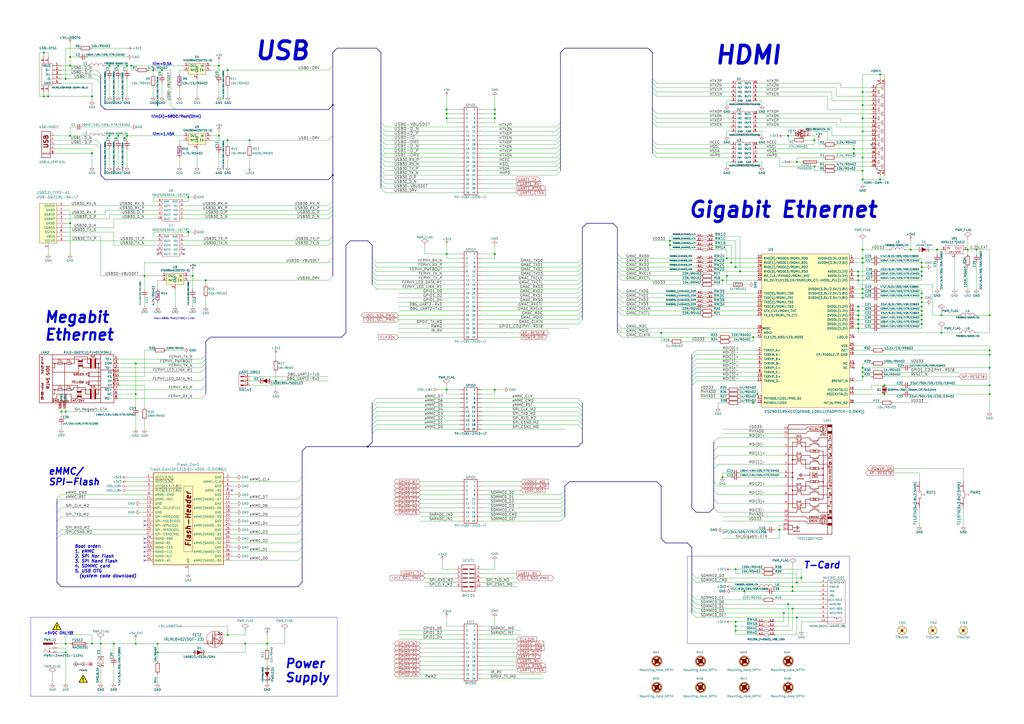
<source format=kicad_sch>
(kicad_sch (version 20230121) (generator eeschema)
  (paper "A2")
  (title_block (title "RK3328-SOM-EVB") (date "2021-03-11") (rev "A") (company "OLIMEX LTD, Bulgaria") (comment 1 "<c> 2021"))
  (lib_symbols
    (symbol "RK3328-SOM-EVB_Rev_A:+3.3V" (power) (pin_names (offset 0))
      (property "Value" "+3.3V" (at 0 3.556 0))
      (symbol "+3.3V_1_1"
        (pin power_in line (at 0 0 90) (length 0) hide (name "+3V3") (number "1"))
      )
    )
    (symbol "RK3328-SOM-EVB_Rev_A:+5V" (power) (pin_names (offset 0))
      (property "Value" "+5V" (at 0 3.556 0))
      (symbol "+5V_1_1"
        (pin power_in line (at 0 0 90) (length 0) hide (name "+5V") (number "1"))
      )
    )
    (symbol "RK3328-SOM-EVB_Rev_A:+5V_EXT" (power) (pin_names (offset 0))
      (property "Value" "+5V_EXT" (at 0 3.556 0))
      (symbol "+5V_EXT_1_1"
        (pin power_in line (at 0 0 90) (length 0) hide (name "+5V_EXT") (number "1"))
      )
    )
    (symbol "RK3328-SOM-EVB_Rev_A:+5V_USBOTG" (power) (pin_names (offset 0))
      (property "Value" "+5V_USBOTG" (at 0 3.556 0))
      (symbol "+5V_USBOTG_1_1"
        (pin power_in line (at 0 0 90) (length 0) hide (name "+5V_USBOTG") (number "1"))
      )
    )
    (symbol "RK3328-SOM-EVB_Rev_A:AMS1117-ADJ" (pin_names (offset 1.016) hide)
      (property "Reference" "VR" (at -5.08 5.715 0))
      (property "Value" "AMS1117-ADJ" (at -5.08 3.175 0))
      (symbol "AMS1117-ADJ_1_0"
        (text "ADJ/GND" (at 0.127 -1.397 0) (effects (font (size 1.016 1.016))))
        (text "IN" (at -3.556 0.889 0) (effects (font (size 1.397 1.397))))
        (text "OUT" (at 2.286 0.889 0) (effects (font (size 1.397 1.397))))
      )
      (symbol "AMS1117-ADJ_1_1"
        (pin input line (at 0 -5.08 90) (length 2.54) (name "ADJ/GND") (number "1"))
        (pin power_in line (at 7.62 0 180) (length 2.54) (name "OUT") (number "2"))
        (pin input line (at -7.62 0 0) (length 2.54) (name "IN") (number "3"))
      )
    )
    (symbol "RK3328-SOM-EVB_Rev_A:BH10S" (pin_names (offset 1.016) hide)
      (property "Reference" "CON" (at 0.0508 8.9154 0))
      (property "Value" "BH10S" (at 0.3048 -9.4234 0))
      (symbol "BH10S_1_1"
        (pin passive line (at -7.62 5.08 0) (length 3.7084) (name "1") (number "1"))
        (pin passive line (at 7.62 -5.08 180) (length 3.7084) (name "10") (number "10"))
        (pin passive line (at 7.62 5.08 180) (length 3.7084) (name "2") (number "2"))
        (pin passive line (at -7.62 2.54 0) (length 3.7084) (name "3") (number "3"))
        (pin passive line (at 7.62 2.54 180) (length 3.7084) (name "4") (number "4"))
        (pin passive line (at -7.62 0 0) (length 3.7084) (name "5") (number "5"))
        (pin passive line (at 7.62 0 180) (length 3.7084) (name "6") (number "6"))
        (pin passive line (at -7.62 -2.54 0) (length 3.7084) (name "7") (number "7"))
        (pin passive line (at 7.62 -2.54 180) (length 3.7084) (name "8") (number "8"))
        (pin passive line (at -7.62 -5.08 0) (length 3.7084) (name "9") (number "9"))
      )
    )
    (symbol "RK3328-SOM-EVB_Rev_A:BH20S" (pin_numbers hide) (pin_names (offset 1.016))
      (property "Reference" "GPIO" (at -4.445 12.065 0))
      (property "Value" "BH20S" (at -5.08 -16.51 0))
      (symbol "BH20S_1_1"
        (pin passive line (at -7.62 10.16 0) (length 2.54) (name "1") (number "1"))
        (pin passive line (at 5.08 0 180) (length 2.54) (name "10") (number "10"))
        (pin passive line (at -7.62 -2.54 0) (length 2.54) (name "11") (number "11"))
        (pin passive line (at 5.08 -2.54 180) (length 2.54) (name "12") (number "12"))
        (pin passive line (at -7.62 -5.08 0) (length 2.54) (name "13") (number "13"))
        (pin passive line (at 5.08 -5.08 180) (length 2.54) (name "14") (number "14"))
        (pin passive line (at -7.62 -7.62 0) (length 2.54) (name "15") (number "15"))
        (pin passive line (at 5.08 -7.62 180) (length 2.54) (name "16") (number "16"))
        (pin passive line (at -7.62 -10.16 0) (length 2.54) (name "17") (number "17"))
        (pin passive line (at 5.08 -10.16 180) (length 2.54) (name "18") (number "18"))
        (pin passive line (at -7.62 -12.7 0) (length 2.54) (name "19") (number "19"))
        (pin passive line (at 5.08 10.16 180) (length 2.54) (name "2") (number "2"))
        (pin passive line (at 5.08 -12.7 180) (length 2.54) (name "20") (number "20"))
        (pin passive line (at -7.62 7.62 0) (length 2.54) (name "3") (number "3"))
        (pin passive line (at 5.08 7.62 180) (length 2.54) (name "4") (number "4"))
        (pin passive line (at -7.62 5.08 0) (length 2.54) (name "5") (number "5"))
        (pin passive line (at 5.08 5.08 180) (length 2.54) (name "6") (number "6"))
        (pin passive line (at -7.62 2.54 0) (length 2.54) (name "7") (number "7"))
        (pin passive line (at 5.08 2.54 180) (length 2.54) (name "8") (number "8"))
        (pin passive line (at -7.62 0 0) (length 2.54) (name "9") (number "9"))
      )
    )
    (symbol "RK3328-SOM-EVB_Rev_A:BH26S" (pin_numbers hide) (pin_names (offset 1.016))
      (property "Reference" "GPIO" (at -4.445 17.145 0))
      (property "Value" "BH26S" (at -5.08 -19.05 0))
      (symbol "BH26S_1_1"
        (pin passive line (at -7.62 15.24 0) (length 2.4892) (name "1") (number "1"))
        (pin passive line (at 5.08 5.08 180) (length 2.4892) (name "10") (number "10"))
        (pin passive line (at -7.62 2.54 0) (length 2.4892) (name "11") (number "11"))
        (pin passive line (at 5.08 2.54 180) (length 2.4892) (name "12") (number "12"))
        (pin passive line (at -7.62 0 0) (length 2.4892) (name "13") (number "13"))
        (pin passive line (at 5.08 0 180) (length 2.4892) (name "14") (number "14"))
        (pin passive line (at -7.62 -2.54 0) (length 2.4892) (name "15") (number "15"))
        (pin passive line (at 5.08 -2.54 180) (length 2.4892) (name "16") (number "16"))
        (pin passive line (at -7.62 -5.08 0) (length 2.4892) (name "17") (number "17"))
        (pin passive line (at 5.08 -5.08 180) (length 2.4892) (name "18") (number "18"))
        (pin passive line (at -7.62 -7.62 0) (length 2.4892) (name "19") (number "19"))
        (pin passive line (at 5.08 15.24 180) (length 2.4892) (name "2") (number "2"))
        (pin passive line (at 5.08 -7.62 180) (length 2.4892) (name "20") (number "20"))
        (pin passive line (at -7.62 -10.16 0) (length 2.4892) (name "21") (number "21"))
        (pin passive line (at 5.08 -10.16 180) (length 2.4892) (name "22") (number "22"))
        (pin passive line (at -7.62 -12.7 0) (length 2.4892) (name "23") (number "23"))
        (pin passive line (at 5.08 -12.7 180) (length 2.4892) (name "24") (number "24"))
        (pin passive line (at -7.62 -15.24 0) (length 2.4892) (name "25") (number "25"))
        (pin passive line (at 5.08 -15.24 180) (length 2.4892) (name "26") (number "26"))
        (pin passive line (at -7.62 12.7 0) (length 2.4892) (name "3") (number "3"))
        (pin passive line (at 5.08 12.7 180) (length 2.4892) (name "4") (number "4"))
        (pin passive line (at -7.62 10.16 0) (length 2.4892) (name "5") (number "5"))
        (pin passive line (at 5.08 10.16 180) (length 2.4892) (name "6") (number "6"))
        (pin passive line (at -7.62 7.62 0) (length 2.4892) (name "7") (number "7"))
        (pin passive line (at 5.08 7.62 180) (length 2.4892) (name "8") (number "8"))
        (pin passive line (at -7.62 5.08 0) (length 2.4892) (name "9") (number "9"))
      )
    )
    (symbol "RK3328-SOM-EVB_Rev_A:BH40S" (pin_numbers hide) (pin_names (offset 1.016))
      (property "Reference" "GPIO" (at -4.445 27.305 0))
      (property "Value" "BH40S" (at -4.445 -26.035 0))
      (symbol "BH40S_1_1"
        (pin passive line (at -7.62 25.4 0) (length 2.4892) (name "1") (number "1"))
        (pin passive line (at 5.08 15.24 180) (length 2.4892) (name "10") (number "10"))
        (pin passive line (at -7.62 12.7 0) (length 2.4892) (name "11") (number "11"))
        (pin passive line (at 5.08 12.7 180) (length 2.4892) (name "12") (number "12"))
        (pin passive line (at -7.62 10.16 0) (length 2.4892) (name "13") (number "13"))
        (pin passive line (at 5.08 10.16 180) (length 2.4892) (name "14") (number "14"))
        (pin passive line (at -7.62 7.62 0) (length 2.4892) (name "15") (number "15"))
        (pin passive line (at 5.08 7.62 180) (length 2.4892) (name "16") (number "16"))
        (pin passive line (at -7.62 5.08 0) (length 2.4892) (name "17") (number "17"))
        (pin passive line (at 5.08 5.08 180) (length 2.4892) (name "18") (number "18"))
        (pin passive line (at -7.62 2.54 0) (length 2.4892) (name "19") (number "19"))
        (pin passive line (at 5.08 25.4 180) (length 2.4892) (name "2") (number "2"))
        (pin passive line (at 5.08 2.54 180) (length 2.4892) (name "20") (number "20"))
        (pin passive line (at -7.62 0 0) (length 2.4892) (name "21") (number "21"))
        (pin passive line (at 5.08 0 180) (length 2.4892) (name "22") (number "22"))
        (pin passive line (at -7.62 -2.54 0) (length 2.4892) (name "23") (number "23"))
        (pin passive line (at 5.08 -2.54 180) (length 2.4892) (name "24") (number "24"))
        (pin passive line (at -7.62 -5.08 0) (length 2.4892) (name "25") (number "25"))
        (pin passive line (at 5.08 -5.08 180) (length 2.4892) (name "26") (number "26"))
        (pin passive line (at -7.62 -7.62 0) (length 2.4892) (name "27") (number "27"))
        (pin passive line (at 5.08 -7.62 180) (length 2.4892) (name "28") (number "28"))
        (pin passive line (at -7.62 -10.16 0) (length 2.4892) (name "29") (number "29"))
        (pin passive line (at -7.62 22.86 0) (length 2.4892) (name "3") (number "3"))
        (pin passive line (at 5.08 -10.16 180) (length 2.4892) (name "30") (number "30"))
        (pin passive line (at -7.62 -12.7 0) (length 2.4892) (name "31") (number "31"))
        (pin passive line (at 5.08 -12.7 180) (length 2.4892) (name "32") (number "32"))
        (pin passive line (at -7.62 -15.24 0) (length 2.4892) (name "33") (number "33"))
        (pin passive line (at 5.08 -15.24 180) (length 2.4892) (name "34") (number "34"))
        (pin passive line (at -7.62 -17.78 0) (length 2.4892) (name "35") (number "35"))
        (pin passive line (at 5.08 -17.78 180) (length 2.4892) (name "36") (number "36"))
        (pin passive line (at -7.62 -20.32 0) (length 2.4892) (name "37") (number "37"))
        (pin passive line (at 5.08 -20.32 180) (length 2.4892) (name "38") (number "38"))
        (pin passive line (at -7.62 -22.86 0) (length 2.4892) (name "39") (number "39"))
        (pin passive line (at 5.08 22.86 180) (length 2.4892) (name "4") (number "4"))
        (pin passive line (at 5.08 -22.86 180) (length 2.4892) (name "40") (number "40"))
        (pin passive line (at -7.62 20.32 0) (length 2.4892) (name "5") (number "5"))
        (pin passive line (at 5.08 20.32 180) (length 2.4892) (name "6") (number "6"))
        (pin passive line (at -7.62 17.78 0) (length 2.4892) (name "7") (number "7"))
        (pin passive line (at 5.08 17.78 180) (length 2.4892) (name "8") (number "8"))
        (pin passive line (at -7.62 15.24 0) (length 2.4892) (name "9") (number "9"))
      )
    )
    (symbol "RK3328-SOM-EVB_Rev_A:C" (pin_numbers hide) (pin_names (offset 0.254) hide)
      (property "Reference" "C" (at 0.254 1.778 0))
      (property "Value" "C" (at 0.254 -2.032 0))
      (symbol "C_1_1"
        (pin passive line (at 0 2.54 270) (length 1.905) (name "~") (number "1"))
        (pin passive line (at 0 -2.54 90) (length 2.032) (name "~") (number "2"))
      )
    )
    (symbol "RK3328-SOM-EVB_Rev_A:CON3" (pin_names (offset 1.016))
      (property "Reference" "CON" (at -1.27 5.08 0))
      (property "Value" "CON3" (at -1.27 -5.08 0))
      (symbol "CON3_1_1"
        (pin passive line (at 2.54 2.54 180) (length 2.54) (name "~") (number "1"))
        (pin passive line (at 2.54 0 180) (length 2.54) (name "~") (number "2"))
        (pin passive line (at 2.54 -2.54 180) (length 2.54) (name "~") (number "3"))
      )
    )
    (symbol "RK3328-SOM-EVB_Rev_A:Crystal" (pin_names (offset 1.016) hide)
      (property "Reference" "Q" (at 0 3.175 0))
      (property "Value" "Crystal" (at 0 -2.54 0))
      (symbol "Crystal_1_1"
        (pin passive line (at -2.54 0 0) (length 1.27) (name "1") (number "1"))
        (pin passive line (at 2.54 0 180) (length 1.27) (name "2") (number "2"))
      )
    )
    (symbol "RK3328-SOM-EVB_Rev_A:D" (pin_names (offset 0))
      (property "Reference" "D" (at 0 -2.54 0))
      (property "Value" "D" (at 0 2.54 0))
      (symbol "D_1_1"
        (pin passive line (at -3.81 0 0) (length 2.54) (name "K") (number "1"))
        (pin passive line (at 3.81 0 180) (length 2.54) (name "A") (number "2"))
      )
    )
    (symbol "RK3328-SOM-EVB_Rev_A:D_Schottky" (pin_names (offset 0))
      (property "Reference" "D" (at 0 2.54 0))
      (property "Value" "D_Schottky" (at 0 -2.54 0))
      (symbol "D_Schottky_1_1"
        (pin passive line (at -3.81 0 0) (length 2.54) (name "K") (number "1"))
        (pin passive line (at 3.81 0 180) (length 2.54) (name "A") (number "2"))
      )
    )
    (symbol "RK3328-SOM-EVB_Rev_A:FSMD035" (pin_numbers hide) (pin_names (offset 1.016) hide)
      (property "Reference" "FUSE" (at -3.81 1.397 0))
      (property "Value" "FSMD035" (at -3.81 -2.794 0))
      (symbol "FSMD035_1_1"
        (pin passive line (at -5.08 0 0) (length 2.54) (name "1") (number "1"))
        (pin passive line (at 5.08 0 180) (length 2.54) (name "2") (number "2"))
      )
    )
    (symbol "RK3328-SOM-EVB_Rev_A:Fiducial" (pin_numbers hide) (pin_names (offset 0) hide)
      (property "Reference" "FID" (at -1.905 3.175 0))
      (property "Value" "Fiducial" (at -3.81 -4.445 0))
      (symbol "Fiducial_1_1"
        (pin no_connect line (at 0 0 90) (length 0) (name "FID*") (number "Fid1"))
      )
    )
    (symbol "RK3328-SOM-EVB_Rev_A:Flash_Con[DF12(3.0)-40DS-0.5V(86)]" (pin_names (offset 1.016))
      (property "Reference" "Flash_Con" (at 0 27.94 0))
      (property "Value" "Flash_Con[DF12(3.0)-40DS-0.5V(86)]" (at 0 -33.02 0))
      (symbol "Flash_Con[DF12(3.0)-40DS-0.5V(86)]_0_0"
        (text "Supply voltage for the flash memory." (at -13.716 21.59 0) (effects (font (size 0.381 0.381) bold italic)))
        (text "Supply voltage for the memory controller and MMC interface." (at -11.43 16.51 0) (effects (font (size 0.3302 0.3302) bold italic)))
      )
      (symbol "Flash_Con[DF12(3.0)-40DS-0.5V(86)]_1_1"
        (text "Flash-Header" (at 0 -1.27 900) (effects (font (size 3.048 3.048) bold italic)))
        (pin power_in line (at 0 -30.48 90) (length 2.54) (name "MP") (number "0"))
        (pin power_in line (at -25.4 22.86 0) (length 5.08) (name "VCCF(3.3V)") (number "1"))
        (pin power_in line (at 25.4 12.7 180) (length 5.08) (name "GND") (number "10"))
        (pin input inverted (at -25.4 10.16 0) (length 5.08) (name "eMMC-RST") (number "11"))
        (pin bidirectional line (at 25.4 10.16 180) (length 5.08) (name "eMMC(NAND)-D7") (number "12"))
        (pin power_in line (at -25.4 7.62 0) (length 5.08) (name "GND") (number "13"))
        (pin power_in line (at 25.4 7.62 180) (length 5.08) (name "GND") (number "14"))
        (pin input clock (at -25.4 5.08 0) (length 5.08) (name "SPI-SCLK(CLK)") (number "15"))
        (pin bidirectional line (at 25.4 5.08 180) (length 5.08) (name "eMMC(NAND)-D6") (number "16"))
        (pin power_in line (at -25.4 2.54 0) (length 5.08) (name "GND") (number "17"))
        (pin power_in line (at 25.4 2.54 180) (length 5.08) (name "GND") (number "18"))
        (pin bidirectional line (at -25.4 0 0) (length 5.08) (name "SPI-MOSI(IO0)") (number "19"))
        (pin power_in line (at 25.4 22.86 180) (length 5.08) (name "GND") (number "2"))
        (pin bidirectional line (at 25.4 0 180) (length 5.08) (name "eMMC(NAND)-D5") (number "20"))
        (pin bidirectional line (at -25.4 -2.54 0) (length 5.08) (name "SPI-HOLD(IO3)") (number "21"))
        (pin power_in line (at 25.4 -2.54 180) (length 5.08) (name "GND") (number "22"))
        (pin bidirectional line (at -25.4 -5.08 0) (length 5.08) (name "SPI-WPn(IO2)") (number "23"))
        (pin bidirectional line (at 25.4 -5.08 180) (length 5.08) (name "eMMC(NAND)-D4") (number "24"))
        (pin bidirectional line (at -25.4 -7.62 0) (length 5.08) (name "SPI-MISO(IO1)") (number "25"))
        (pin power_in line (at 25.4 -7.62 180) (length 5.08) (name "GND") (number "26"))
        (pin bidirectional line (at -25.4 -10.16 0) (length 5.08) (name "SPI-CSn(CMD)") (number "27"))
        (pin bidirectional line (at 25.4 -10.16 180) (length 5.08) (name "eMMC(NAND)-D3") (number "28"))
        (pin input line (at -25.4 -12.7 0) (length 5.08) (name "NAND-RB0") (number "29"))
        (pin power_in line (at -25.4 20.32 0) (length 5.08) (name "VCCF(3.3V)") (number "3"))
        (pin power_in line (at 25.4 -12.7 180) (length 5.08) (name "GND") (number "30"))
        (pin input inverted (at -25.4 -15.24 0) (length 5.08) (name "NAND-RE") (number "31"))
        (pin bidirectional line (at 25.4 -15.24 180) (length 5.08) (name "eMMC(NAND)-D2") (number "32"))
        (pin input inverted (at -25.4 -17.78 0) (length 5.08) (name "NAND-CE0") (number "33"))
        (pin power_in line (at 25.4 -17.78 180) (length 5.08) (name "GND") (number "34"))
        (pin input line (at -25.4 -20.32 0) (length 5.08) (name "NAND-CLE") (number "35"))
        (pin bidirectional line (at 25.4 -20.32 180) (length 5.08) (name "eMMC(NAND)-D1") (number "36"))
        (pin input line (at -25.4 -22.86 0) (length 5.08) (name "NAND-ALE") (number "37"))
        (pin power_in line (at 25.4 -22.86 180) (length 5.08) (name "GND") (number "38"))
        (pin input inverted (at -25.4 -25.4 0) (length 5.08) (name "NAND-WE") (number "39"))
        (pin input clock (at 25.4 20.32 180) (length 5.08) (name "eMMC-CLK") (number "4"))
        (pin bidirectional line (at 25.4 -25.4 180) (length 5.08) (name "eMMC(NAND)-D0") (number "40"))
        (pin power_in line (at -25.4 17.78 0) (length 5.08) (name "VCCQ(3.3/1.8V)") (number "5"))
        (pin power_in line (at 25.4 17.78 180) (length 5.08) (name "GND") (number "6"))
        (pin power_in line (at -25.4 15.24 0) (length 5.08) (name "VCCQ(3.3/1.8V)") (number "7"))
        (pin output line (at 25.4 15.24 180) (length 5.08) (name "eMMC-DS") (number "8"))
        (pin bidirectional line (at -25.4 12.7 0) (length 5.08) (name "eMMC-CMD") (number "9"))
      )
    )
    (symbol "RK3328-SOM-EVB_Rev_A:GND" (power) (pin_names (offset 0))
      (property "Value" "GND" (at 0 -3.81 0))
      (symbol "GND_1_1"
        (pin power_in line (at 0 0 270) (length 0) hide (name "GND") (number "1"))
      )
    )
    (symbol "RK3328-SOM-EVB_Rev_A:HDMI-SWM-19" (pin_names (offset 1.016) hide)
      (property "Reference" "HDMI" (at 2.54 25.4 0))
      (property "Value" "HDMI-SWM-19" (at 2.54 -27.94 0))
      (symbol "HDMI-SWM-19_1_1"
        (pin input line (at 0 27.94 270) (length 2.54) (name "20") (number "0"))
        (pin input line (at -2.54 27.94 270) (length 2.54) (name "21") (number "0"))
        (pin input line (at 0 -27.94 90) (length 2.54) (name "22") (number "0"))
        (pin input line (at -2.54 -27.94 90) (length 2.54) (name "23") (number "0"))
        (pin input line (at 5.08 22.86 180) (length 2.54) (name "1") (number "1"))
        (pin input line (at 5.08 0 180) (length 2.54) (name "10") (number "10"))
        (pin input line (at 5.08 -2.54 180) (length 2.54) (name "11") (number "11"))
        (pin input line (at 5.08 -5.08 180) (length 2.54) (name "12") (number "12"))
        (pin input line (at 5.08 -7.62 180) (length 2.54) (name "13") (number "13"))
        (pin input line (at 5.08 -10.16 180) (length 2.54) (name "14") (number "14"))
        (pin input line (at 5.08 -12.7 180) (length 2.54) (name "15") (number "15"))
        (pin input line (at 5.08 -15.24 180) (length 2.54) (name "16") (number "16"))
        (pin input line (at 5.08 -17.78 180) (length 2.54) (name "17") (number "17"))
        (pin input line (at 5.08 -20.32 180) (length 2.54) (name "18") (number "18"))
        (pin input line (at 5.08 -22.86 180) (length 2.54) (name "19") (number "19"))
        (pin input line (at 5.08 20.32 180) (length 2.54) (name "2") (number "2"))
        (pin input line (at 5.08 17.78 180) (length 2.54) (name "3") (number "3"))
        (pin input line (at 5.08 15.24 180) (length 2.54) (name "4") (number "4"))
        (pin input line (at 5.08 12.7 180) (length 2.54) (name "5") (number "5"))
        (pin input line (at 5.08 10.16 180) (length 2.54) (name "6") (number "6"))
        (pin input line (at 5.08 7.62 180) (length 2.54) (name "7") (number "7"))
        (pin input line (at 5.08 5.08 180) (length 2.54) (name "8") (number "8"))
        (pin input line (at 5.08 2.54 180) (length 2.54) (name "9") (number "9"))
      )
    )
    (symbol "RK3328-SOM-EVB_Rev_A:KSZ9031RNXCC(QFN48_1DRILL(PADPITCH-0.5MM))" (pin_names (offset 1.016))
      (property "Reference" "U" (at -20.32 45.72 0))
      (property "Value" "KSZ9031RNXCC(QFN48_1DRILL(PADPITCH-0.5MM))" (at 5.08 -48.26 0))
      (symbol "KSZ9031RNXCC(QFN48_1DRILL(PADPITCH-0.5MM))_1_1"
        (pin power_in line (at 27.94 40.64 180) (length 2.4892) (name "AVDDH(3.3V/2.5V)") (number "1"))
        (pin bidirectional line (at -27.94 -27.94 0) (length 2.4892) (name "TXRXP_D+") (number "10"))
        (pin bidirectional line (at -27.94 -30.48 0) (length 2.4892) (name "TXRXM_D-") (number "11"))
        (pin power_in line (at 27.94 38.1 180) (length 2.4892) (name "AVDDH(3.3V/2.5V)") (number "12"))
        (pin no_connect line (at 27.94 -20.32 180) (length 2.4892) (name "NC") (number "13"))
        (pin power_in line (at 27.94 12.7 180) (length 2.4892) (name "DVDDL(1.2V)") (number "14"))
        (pin bidirectional line (at -27.94 -43.18 0) (length 2.4892) (name "PHYAD1/LED2") (number "15"))
        (pin power_in line (at 27.94 22.86 180) (length 2.4892) (name "DVDDH(3.3V/2.5V/1.8V)") (number "16"))
        (pin bidirectional line (at -27.94 -40.64 0) (length 2.4892) (name "PHYAD0/LED1/PME_N1") (number "17"))
        (pin power_in line (at 27.94 10.16 180) (length 2.4892) (name "DVDDL(1.2V)") (number "18"))
        (pin input line (at -27.94 20.32 0) (length 2.4892) (name "TXD[0]/RGMII_TD0") (number "19"))
        (pin bidirectional line (at -27.94 -12.7 0) (length 2.4892) (name "TXRXP_A+") (number "2"))
        (pin input line (at -27.94 17.78 0) (length 2.4892) (name "TXD[1]/RGMII_TD1") (number "20"))
        (pin input line (at -27.94 15.24 0) (length 2.4892) (name "TXD[2]/RGMII_TD2") (number "21"))
        (pin input line (at -27.94 12.7 0) (length 2.4892) (name "TXD[3]/RGMII_TD3") (number "22"))
        (pin power_in line (at 27.94 7.62 180) (length 2.4892) (name "DVDDL(1.2V)") (number "23"))
        (pin input line (at -27.94 10.16 0) (length 2.4892) (name "GTX_CLK/RGMII_TXC") (number "24"))
        (pin input line (at -27.94 7.62 0) (length 2.4892) (name "TX_EN/RGMII_TX_CTL") (number "25"))
        (pin power_in line (at 27.94 5.08 180) (length 2.4892) (name "DVDDL(1.2V)") (number "26"))
        (pin bidirectional line (at -27.94 33.02 0) (length 2.4892) (name "RXD[3]/MODE3/RGMII_RD3") (number "27"))
        (pin bidirectional line (at -27.94 35.56 0) (length 2.4892) (name "RXD[2]/MODE2/RGMII_RD2") (number "28"))
        (pin power_in line (at 27.94 -10.16 180) (length 2.4892) (name "VSS") (number "29"))
        (pin bidirectional line (at -27.94 -15.24 0) (length 2.4892) (name "TXRXM_A-") (number "3"))
        (pin power_in line (at 27.94 2.54 180) (length 2.4892) (name "DVDDL(1.2V)") (number "30"))
        (pin bidirectional line (at -27.94 38.1 0) (length 2.4892) (name "RXD[1]/MODE1/RGMII_RD1") (number "31"))
        (pin bidirectional line (at -27.94 40.64 0) (length 2.4892) (name "RXD[0]/MODE0/RGMII_RD0") (number "32"))
        (pin bidirectional line (at -27.94 27.94 0) (length 2.4892) (name "RX_DV/CLK125_EN/RGMII_RX_CTL") (number "33"))
        (pin power_in line (at 27.94 20.32 180) (length 2.4892) (name "DVDDH(3.3V/2.5V/1.8V)") (number "34"))
        (pin bidirectional line (at -27.94 30.48 0) (length 2.4892) (name "RX_CLK/PHYAD2/RGMII_RXC") (number "35"))
        (pin input clock (at -27.94 0 0) (length 2.4892) (name "MDC") (number "36"))
        (pin bidirectional line (at -27.94 -2.54 0) (length 2.4892) (name "MDIO") (number "37"))
        (pin output line (at 27.94 -43.18 180) (length 2.4892) (name "INT_N/PME_N2") (number "38"))
        (pin power_in line (at 27.94 0 180) (length 2.4892) (name "DVDDL(1.2V)") (number "39"))
        (pin power_in line (at 27.94 33.02 180) (length 2.4892) (name "AVDDL(1.2V)") (number "4"))
        (pin power_in line (at 27.94 17.78 180) (length 2.4892) (name "DVDDH(3.3V/2.5V/1.8V)") (number "40"))
        (pin bidirectional line (at -27.94 -5.08 0) (length 2.4892) (name "CLK125_NDO/LED_MODE") (number "41"))
        (pin input line (at 27.94 -30.48 180) (length 2.4892) (name "#RESET_N") (number "42"))
        (pin output line (at 27.94 -5.08 180) (length 2.4892) (name "LDO_O") (number "43"))
        (pin power_in line (at 27.94 27.94 180) (length 2.4892) (name "AVDDL_PLL(1.2V)") (number "44"))
        (pin output line (at 27.94 -38.1 180) (length 2.4892) (name "XO(CKXTAL2)") (number "45"))
        (pin input line (at 27.94 -35.56 180) (length 2.4892) (name "XI(CKXTAL1)") (number "46"))
        (pin no_connect line (at 27.94 -22.86 180) (length 2.4892) (name "NC") (number "47"))
        (pin bidirectional line (at 27.94 -12.7 180) (length 2.4892) (name "ISET") (number "48"))
        (pin power_in line (at 27.94 -15.24 180) (length 2.4892) (name "EP/PADDLE/P_GND") (number "49"))
        (pin bidirectional line (at -27.94 -17.78 0) (length 2.4892) (name "TXRXP_B+") (number "5"))
        (pin bidirectional line (at -27.94 -20.32 0) (length 2.4892) (name "TXRXM_B-") (number "6"))
        (pin bidirectional line (at -27.94 -22.86 0) (length 2.4892) (name "TXRXP_C+") (number "7"))
        (pin bidirectional line (at -27.94 -25.4 0) (length 2.4892) (name "TXRXM_C-") (number "8"))
        (pin power_in line (at 27.94 30.48 180) (length 2.4892) (name "AVDDL(1.2V)") (number "9"))
      )
    )
    (symbol "RK3328-SOM-EVB_Rev_A:L" (pin_numbers hide) (pin_names (offset 0) hide)
      (property "Reference" "L" (at -1.27 2.54 0))
      (property "Value" "L" (at -1.27 -1.27 0))
      (symbol "L_1_1"
        (pin passive line (at -5.08 0 0) (length 1.27) (name "1") (number "1"))
        (pin passive line (at 5.08 0 180) (length 1.27) (name "2") (number "2"))
      )
    )
    (symbol "RK3328-SOM-EVB_Rev_A:LED" (pin_names (offset 0))
      (property "Reference" "LED" (at 0 2.54 0))
      (property "Value" "LED" (at 0 -2.54 0))
      (symbol "LED_1_1"
        (pin passive line (at -5.08 0 0) (length 3.81) (name "K") (number "1"))
        (pin passive line (at 5.08 0 180) (length 3.81) (name "A") (number "2"))
      )
    )
    (symbol "RK3328-SOM-EVB_Rev_A:MICRO_SD(TFC-WPAPR-08)" (pin_names (offset 1.016))
      (property "Reference" "MICRO_SD" (at 2.54 15.24 0))
      (property "Value" "MICRO_SD(TFC-WPAPR-08)" (at 0 -12.7 0))
      (symbol "MICRO_SD(TFC-WPAPR-08)_1_1"
        (pin bidirectional line (at -7.62 -5.08 0) (length 5.08) (name "DAT2/RES") (number "1"))
        (pin passive line (at -7.62 -10.16 0) (length 5.08) hide (name "~") (number "10"))
        (pin passive line (at -7.62 -10.16 0) (length 5.08) hide (name "~") (number "11"))
        (pin passive line (at -7.62 -10.16 0) (length 5.08) hide (name "~") (number "12"))
        (pin passive line (at -7.62 -10.16 0) (length 5.08) (name "~") (number "13"))
        (pin bidirectional line (at -7.62 12.7 0) (length 5.08) (name "CD/DAT3/CS") (number "2"))
        (pin input line (at -7.62 10.16 0) (length 5.08) (name "CMD/DI") (number "3"))
        (pin power_in line (at -7.62 7.62 0) (length 5.08) (name "VDD") (number "4"))
        (pin input clock (at -7.62 2.54 0) (length 5.08) (name "CLK/SCLK") (number "5"))
        (pin power_in line (at -7.62 5.08 0) (length 5.08) (name "VSS") (number "6"))
        (pin bidirectional line (at -7.62 0 0) (length 5.08) (name "DAT0/DO") (number "7"))
        (pin bidirectional line (at -7.62 -2.54 0) (length 5.08) (name "DAT1/RES") (number "8"))
        (pin passive line (at -7.62 -7.62 0) (length 5.08) (name "~") (number "9"))
      )
    )
    (symbol "RK3328-SOM-EVB_Rev_A:Mounting_Hole_NPTH" (pin_names (offset 1.016))
      (property "Reference" "MH" (at 0 5.08 0))
      (property "Value" "Mounting_Hole_NPTH" (at 0 -5.08 0))
    )
    (symbol "RK3328-SOM-EVB_Rev_A:N-MOS+DIOD_Small" (pin_names (offset 0) hide)
      (property "Reference" "FET" (at 0 3.81 0))
      (property "Value" "N-MOS+DIOD_Small" (at 0 -5.08 0))
      (symbol "N-MOS+DIOD_Small_0_0"
        (text "D" (at 0.5588 1.778 900) (effects (font (size 0.635 0.635))))
        (text "N-MOS" (at -0.889 -0.0254 900) (effects (font (size 0.4064 0.4064))))
        (text "S" (at 0.5842 -1.8796 900) (effects (font (size 0.635 0.635))))
      )
      (symbol "N-MOS+DIOD_Small_1_0"
        (text "G" (at -2.159 -0.0762 0) (effects (font (size 0.635 0.635))))
      )
      (symbol "N-MOS+DIOD_Small_1_1"
        (pin input line (at -3.81 -1.27 0) (length 1.27) (name "G") (number "1"))
        (pin passive line (at 5.08 -1.27 180) (length 2.54) (name "S") (number "2"))
        (pin passive line (at 5.08 1.27 180) (length 2.54) (name "D") (number "3"))
      )
    )
    (symbol "RK3328-SOM-EVB_Rev_A:P-MOS+DIOD" (pin_names (offset 1.016))
      (property "Reference" "FET" (at -6.35 -3.81 0))
      (property "Value" "P-MOS+DIOD" (at -10.16 -6.35 0))
      (symbol "P-MOS+DIOD_0_0"
        (text "D" (at -3.429 3.9878 900) (effects (font (size 1.27 1.27))))
        (text "G" (at 1.7272 -2.032 900) (effects (font (size 1.27 1.27))))
        (text "P-MOS" (at 0.0254 -0.381 0) (effects (font (size 0.4064 0.4064))))
        (text "S" (at 1.7526 4.1402 900) (effects (font (size 1.27 1.27))))
      )
      (symbol "P-MOS+DIOD_1_1"
        (pin input line (at 2.54 -6.35 90) (length 5.08) (name "~") (number "1"))
        (pin passive line (at 2.54 5.08 270) (length 5.08) (name "~") (number "2"))
        (pin passive line (at -2.54 5.08 270) (length 5.08) (name "~") (number "3"))
      )
    )
    (symbol "RK3328-SOM-EVB_Rev_A:PWR-JAKPWR_JACK_UNI_MILLING" (pin_names (offset 1.016) hide)
      (property "Reference" "PWR" (at 2.54 4.064 0))
      (property "Value" "PWR-JAKPWR_JACK_UNI_MILLING" (at -15.24 -4.826 0))
      (symbol "PWR-JAKPWR_JACK_UNI_MILLING_1_1"
        (pin passive line (at 5.08 2.54 180) (length 2.54) (name "+") (number "+"))
        (pin passive line (at 5.08 -2.54 180) (length 2.54) (name "-") (number "-"))
        (pin passive line (at 5.08 0 180) (length 2.54) (name "-") (number "-"))
      )
    )
    (symbol "RK3328-SOM-EVB_Rev_A:PWR_FLAG" (power) (pin_numbers hide) (pin_names (offset 0) hide)
      (property "Value" "PWR_FLAG" (at 0 4.572 0))
      (symbol "PWR_FLAG_0_0"
        (pin power_out line (at 0 0 90) (length 0) (name "pwr") (number "1"))
      )
    )
    (symbol "RK3328-SOM-EVB_Rev_A:R" (pin_numbers hide) (pin_names (offset 0))
      (property "Reference" "R" (at 0 2.032 0))
      (property "Value" "R" (at 0 0 0))
      (symbol "R_1_1"
        (pin passive line (at -3.81 0 0) (length 1.27) (name "~") (number "1"))
        (pin passive line (at 3.81 0 180) (length 1.27) (name "~") (number "2"))
      )
    )
    (symbol "RK3328-SOM-EVB_Rev_A:RA1206_(4x0603)_4B8_Smashed" (pin_names (offset 1.016))
      (property "Reference" "RM" (at 0 6.35 0))
      (property "Value" "RA1206_(4x0603)_4B8_Smashed" (at 0.2032 1.016 0))
      (symbol "RA1206_(4x0603)_4B8_Smashed_1_1"
        (pin passive line (at -5.08 3.81 0) (length 3.81) (name "~") (number "1.1"))
        (pin passive line (at 5.08 3.81 180) (length 3.81) (name "~") (number "1.2"))
      )
      (symbol "RA1206_(4x0603)_4B8_Smashed_1_2"
        (pin passive line (at -5.08 3.81 0) (length 3.81) (name "~") (number "1.1"))
        (pin passive line (at 5.08 3.81 180) (length 3.81) (name "~") (number "1.2"))
      )
      (symbol "RA1206_(4x0603)_4B8_Smashed_2_1"
        (pin passive line (at -5.08 3.81 0) (length 3.81) (name "~") (number "2.1"))
        (pin passive line (at 5.08 3.81 180) (length 3.81) (name "~") (number "2.2"))
      )
      (symbol "RA1206_(4x0603)_4B8_Smashed_2_2"
        (pin passive line (at -5.08 3.81 0) (length 3.81) (name "~") (number "1.1"))
        (pin passive line (at 5.08 3.81 180) (length 3.81) (name "~") (number "1.2"))
      )
      (symbol "RA1206_(4x0603)_4B8_Smashed_3_1"
        (pin passive line (at -5.08 3.81 0) (length 3.81) (name "~") (number "3.1"))
        (pin passive line (at 5.08 3.81 180) (length 3.81) (name "~") (number "3.2"))
      )
      (symbol "RA1206_(4x0603)_4B8_Smashed_3_2"
        (pin passive line (at -5.08 3.81 0) (length 3.81) (name "~") (number "1.1"))
        (pin passive line (at 5.08 3.81 180) (length 3.81) (name "~") (number "1.2"))
      )
      (symbol "RA1206_(4x0603)_4B8_Smashed_4_1"
        (pin passive line (at -5.08 3.81 0) (length 3.81) (name "~") (number "4.1"))
        (pin passive line (at 5.08 3.81 180) (length 3.81) (name "~") (number "4.2"))
      )
      (symbol "RA1206_(4x0603)_4B8_Smashed_4_2"
        (pin passive line (at -5.08 3.81 0) (length 3.81) (name "~") (number "1.1"))
        (pin passive line (at 5.08 3.81 180) (length 3.81) (name "~") (number "1.2"))
      )
    )
    (symbol "RK3328-SOM-EVB_Rev_A:RCLAMP0524P" (pin_names (offset 1.016))
      (property "Reference" "U" (at -4.572 6.858 0))
      (property "Value" "RCLAMP0524P" (at -6.4008 -8.3566 0))
      (symbol "RCLAMP0524P_1_1"
        (pin bidirectional line (at -7.62 5.08 0) (length 2.4892) (name "IN1") (number "1"))
        (pin bidirectional line (at 7.62 5.08 180) (length 2.4892) (name "OUT1") (number "10"))
        (pin bidirectional line (at -7.62 2.54 0) (length 2.4892) (name "IN2") (number "2"))
        (pin power_in line (at -7.62 -5.08 0) (length 2.4892) (name "GND") (number "3"))
        (pin bidirectional line (at -7.62 0 0) (length 2.4892) (name "IN3") (number "4"))
        (pin bidirectional line (at -7.62 -2.54 0) (length 2.4892) (name "IN4") (number "5"))
        (pin bidirectional line (at 7.62 -2.54 180) (length 2.4892) (name "OUT4") (number "6"))
        (pin bidirectional line (at 7.62 0 180) (length 2.4892) (name "OUT3") (number "7"))
        (pin power_in line (at 7.62 -5.08 180) (length 2.4892) (name "GND") (number "8"))
        (pin bidirectional line (at 7.62 2.54 180) (length 2.4892) (name "OUT2") (number "9"))
      )
    )
    (symbol "RK3328-SOM-EVB_Rev_A:RJLBC-060TC1_GND" (pin_names (offset 1.016))
      (property "Reference" "CON" (at -22.606 16.002 0))
      (property "Value" "RJLBC-060TC1_GND" (at -22.86 -15.24 0))
      (symbol "RJLBC-060TC1_GND_1_0"
        (text "1" (at 18.669 12.954 0) (effects (font (size 1.778 1.778) bold)))
        (text "1:1" (at -10.795 -3.429 0) (effects (font (size 1.27 1.27) bold)))
        (text "1:1" (at -10.795 14.351 0) (effects (font (size 1.27 1.27) bold)))
        (text "1nF/2kV" (at -1.651 -11.43 0) (effects (font (size 1.27 1.27) bold)))
        (text "2" (at 18.669 5.334 0) (effects (font (size 1.778 1.778) bold)))
        (text "3" (at 18.669 -2.286 0) (effects (font (size 1.778 1.778) bold)))
        (text "4" (at 18.669 10.414 0) (effects (font (size 1.778 1.778) bold)))
        (text "5" (at 18.669 7.874 0) (effects (font (size 1.778 1.778) bold)))
        (text "6" (at 18.669 -9.906 0) (effects (font (size 1.778 1.778) bold)))
        (text "7" (at 18.669 -4.826 0) (effects (font (size 1.778 1.778) bold)))
        (text "75" (at 3.429 -3.683 0) (effects (font (size 1.27 1.27))))
        (text "75" (at 3.429 11.557 0) (effects (font (size 1.27 1.27))))
        (text "75" (at 8.509 -3.683 0) (effects (font (size 1.27 1.27))))
        (text "75" (at 8.509 11.557 0) (effects (font (size 1.27 1.27))))
        (text "8" (at 18.669 -7.366 0) (effects (font (size 1.778 1.778) bold)))
        (text "GND" (at 10.795 -11.43 0) (effects (font (size 1.27 1.27) bold)))
        (text "GREEN" (at -2.54 3.81 0) (effects (font (size 1.27 1.27) bold)))
        (text "RJ45 SIDE" (at 15.367 2.286 900) (effects (font (size 1.778 1.778) bold)))
        (text "YELLOW" (at -1.905 -0.635 0) (effects (font (size 1.27 1.27) bold)))
      )
      (symbol "RJLBC-060TC1_GND_1_1"
        (pin bidirectional line (at -25.4 12.7 0) (length 2.54) (name "TD+") (number "1"))
        (pin bidirectional line (at -25.4 7.62 0) (length 2.54) (name "TD-") (number "2"))
        (pin input line (at -25.4 10.16 0) (length 2.54) (name "COM") (number "3"))
        (pin input line (at -25.4 -7.62 0) (length 2.54) (name "NC") (number "6"))
        (pin bidirectional line (at -25.4 -5.08 0) (length 2.54) (name "RD+") (number "7"))
        (pin bidirectional line (at -25.4 -10.16 0) (length 2.54) (name "RD-") (number "8"))
        (pin passive line (at -25.4 5.08 0) (length 2.54) (name "AG") (number "AG1"))
        (pin passive line (at -25.4 0 0) (length 2.54) (name "AY") (number "AY1"))
        (pin input line (at 5.08 -15.24 90) (length 2.54) (name "GND1") (number "GND1"))
        (pin input line (at 7.62 -15.24 90) (length 2.54) (name "GND2") (number "GND2"))
        (pin passive line (at -25.4 2.54 0) (length 2.54) (name "KG") (number "KG1"))
        (pin passive line (at -25.4 -2.54 0) (length 2.54) (name "KY") (number "KY1"))
      )
    )
    (symbol "RK3328-SOM-EVB_Rev_A:SMBJ6.0A" (pin_names (offset 0))
      (property "Reference" "D" (at -2.9464 2.6416 0))
      (property "Value" "SMBJ6.0A" (at -4.445 -4.445 0))
      (symbol "SMBJ6.0A_1_1"
        (pin passive line (at 2.54 0 180) (length 0) (name "K") (number "1"))
        (pin passive line (at -2.54 0 0) (length 0) (name "A") (number "2"))
      )
    )
    (symbol "RK3328-SOM-EVB_Rev_A:SY6280AAC(SOT23-5)" (pin_names (offset 1.016))
      (property "Reference" "U" (at -1.27 6.985 0))
      (property "Value" "SY6280AAC(SOT23-5)" (at -8.89 5.08 0))
      (symbol "SY6280AAC(SOT23-5)_1_1"
        (pin output line (at 7.62 2.54 180) (length 2.54) (name "OUT") (number "1"))
        (pin power_in line (at 0 -5.08 90) (length 2.54) (name "GND") (number "2"))
        (pin input line (at 7.62 0 180) (length 2.54) (name "ISET") (number "3"))
        (pin input line (at -7.62 0 0) (length 2.54) (name "EN") (number "4"))
        (pin power_in line (at -7.62 2.54 0) (length 2.54) (name "IN") (number "5"))
      )
    )
    (symbol "RK3328-SOM-EVB_Rev_A:T1107A(6x3,8x2,5MM)" (pin_names (offset 1.016))
      (property "Reference" "SW" (at -4.064 2.794 0))
      (property "Value" "T1107A(6x3,8x2,5MM)" (at 14.478 2.794 0))
      (symbol "T1107A(6x3,8x2,5MM)_1_1"
        (pin passive line (at -7.62 0 0) (length 5.08) (name "~") (number "1"))
        (pin passive line (at 7.62 0 180) (length 5.08) (name "~") (number "2"))
      )
    )
    (symbol "RK3328-SOM-EVB_Rev_A:TM211Q01FM22" (pin_names (offset 1.016) hide)
      (property "Reference" "LAN" (at -6.35 33.02 0))
      (property "Value" "TM211Q01FM22" (at 6.35 -34.29 0))
      (symbol "TM211Q01FM22_1_0"
        (text "1" (at -11.684 23.114 0) (effects (font (size 1.778 1.778) bold)))
        (text "1:1" (at 6.477 -14.224 0) (effects (font (size 1.27 1.27) bold)))
        (text "1:1" (at 6.477 -4.064 0) (effects (font (size 1.27 1.27) bold)))
        (text "1:1" (at 6.477 13.716 0) (effects (font (size 1.27 1.27) bold)))
        (text "1:1" (at 6.477 23.876 0) (effects (font (size 1.27 1.27) bold)))
        (text "1nF" (at -3.175 2.032 0) (effects (font (size 1.016 1.016) bold)))
        (text "2" (at -11.684 18.034 0) (effects (font (size 1.778 1.778) bold)))
        (text "2kV" (at -3.175 0.254 0) (effects (font (size 1.016 1.016) bold)))
        (text "3" (at -11.684 12.954 0) (effects (font (size 1.778 1.778) bold)))
        (text "4" (at -11.684 -4.826 0) (effects (font (size 1.778 1.778) bold)))
        (text "5" (at -11.684 -9.906 0) (effects (font (size 1.778 1.778) bold)))
        (text "6" (at -11.684 8.128 0) (effects (font (size 1.778 1.778) bold)))
        (text "7" (at -11.684 -14.986 0) (effects (font (size 1.778 1.778) bold)))
        (text "75R" (at -2.413 -12.7 0) (effects (font (size 0.762 0.762) bold)))
        (text "75R" (at -2.413 -2.54 0) (effects (font (size 0.762 0.762) bold)))
        (text "75R" (at -2.413 5.08 0) (effects (font (size 0.762 0.762) bold)))
        (text "75R" (at -2.413 15.24 0) (effects (font (size 0.762 0.762) bold)))
        (text "8" (at -11.684 -20.066 0) (effects (font (size 1.778 1.778) bold)))
        (text "DA+" (at -11.303 21.336 0) (effects (font (size 0.762 0.762) bold)))
        (text "DA-" (at -11.303 16.256 0) (effects (font (size 0.762 0.762) bold)))
        (text "DB+" (at -11.303 11.176 0) (effects (font (size 0.762 0.762) bold)))
        (text "DB-" (at -11.303 6.35 0) (effects (font (size 0.762 0.762) bold)))
        (text "DC+" (at -11.303 -6.604 0) (effects (font (size 0.762 0.762) bold)))
        (text "DC-" (at -11.303 -11.684 0) (effects (font (size 0.762 0.762) bold)))
        (text "DD+" (at -11.303 -16.764 0) (effects (font (size 0.762 0.762) bold)))
        (text "DD-" (at -11.303 -21.844 0) (effects (font (size 0.762 0.762) bold)))
        (text "GREEN" (at -1.778 -25.4 0) (effects (font (size 1.016 1.016) bold)))
        (text "LED1" (at -7.747 -22.352 0) (effects (font (size 1.016 1.016) bold)))
        (text "LED2" (at -7.493 24.892 0) (effects (font (size 1.016 1.016) bold)))
        (text "ORANGE" (at -2.286 -23.114 0) (effects (font (size 1.016 1.016) bold)))
        (text "RJ45 SIDE" (at -11.557 1.27 900) (effects (font (size 1.016 1.016) bold)))
        (text "SHIELD" (at 5.588 -0.889 0) (effects (font (size 0.762 0.762) bold)))
        (text "SHIELD" (at 7.874 -31.369 0) (effects (font (size 0.762 0.762) bold)))
        (text "YELLOW" (at -2.159 27.813 0) (effects (font (size 1.016 1.016) bold)))
      )
      (symbol "TM211Q01FM22_1_1"
        (pin input line (at 15.24 22.86 180) (length 2.54) (name "P1") (number "1"))
        (pin input line (at 15.24 -20.32 180) (length 2.54) (name "P10") (number "10"))
        (pin input line (at 15.24 -25.4 180) (length 2.54) (name "11") (number "11"))
        (pin input line (at 15.24 -22.86 180) (length 2.54) (name "12") (number "12"))
        (pin input line (at 15.24 27.94 180) (length 2.54) (name "13") (number "13"))
        (pin input line (at 15.24 25.4 180) (length 2.54) (name "14") (number "14"))
        (pin input line (at 15.24 17.78 180) (length 2.54) (name "P2") (number "2"))
        (pin input line (at 15.24 12.7 180) (length 2.54) (name "P3") (number "3"))
        (pin input line (at 15.24 7.62 180) (length 2.54) (name "P4") (number "4"))
        (pin input line (at 15.24 2.54 180) (length 2.54) (name "P5") (number "5"))
        (pin input line (at 15.24 0 180) (length 2.54) (name "P6") (number "6"))
        (pin input line (at 15.24 -5.08 180) (length 2.54) (name "P7") (number "7"))
        (pin input line (at 15.24 -10.16 180) (length 2.54) (name "P8") (number "8"))
        (pin input line (at 15.24 -15.24 180) (length 2.54) (name "P9") (number "9"))
        (pin input line (at 15.24 -27.94 180) (length 2.54) (name "SH1") (number "SH1"))
        (pin input line (at 15.24 -30.48 180) (length 2.54) (name "SH2") (number "SH2"))
      )
    )
    (symbol "RK3328-SOM-EVB_Rev_A:USB-MINI" (pin_names (offset 1.016))
      (property "Reference" "USB" (at -4.445 8.255 0))
      (property "Value" "USB-MINI" (at -7.62 -8.89 0))
      (symbol "USB-MINI_1_1"
        (pin passive line (at 0 -10.16 90) (length 3.81) (name "~") (number "0"))
        (pin passive line (at 0 10.16 270) (length 3.81) (name "~") (number "0"))
        (pin passive line (at 2.54 -10.16 90) (length 3.81) (name "~") (number "0"))
        (pin passive line (at 2.54 10.16 270) (length 3.81) (name "~") (number "0"))
        (pin input line (at -7.62 5.08 0) (length 5.08) (name "VBUS") (number "1"))
        (pin bidirectional line (at -7.62 2.54 0) (length 5.08) (name "D-") (number "2"))
        (pin bidirectional line (at -7.62 0 0) (length 5.08) (name "D+") (number "3"))
        (pin input line (at -7.62 -2.54 0) (length 5.08) (name "ID") (number "4"))
        (pin power_in line (at -7.62 -5.08 0) (length 5.08) (name "GND") (number "5"))
      )
    )
    (symbol "RK3328-SOM-EVB_Rev_A:USB3.0_TYPE-A-FEMALE_Connector" (pin_names (offset 1.016))
      (property "Reference" "USB3.0_TYPE-A" (at -1.27 17.78 0))
      (property "Value" "USB3.0_TYPE-A-FEMALE_Connector" (at 0 15.24 0))
      (symbol "USB3.0_TYPE-A-FEMALE_Connector_1_1"
        (pin input line (at 0 -12.7 90) (length 3.81) (name "~") (number "0"))
        (pin power_in line (at 10.16 -5.08 180) (length 5.08) (name "VBUS") (number "1"))
        (pin bidirectional line (at 10.16 0 180) (length 5.08) (name "USBDN") (number "2"))
        (pin bidirectional line (at 10.16 5.08 180) (length 5.08) (name "USBDP") (number "3"))
        (pin power_in line (at 10.16 10.16 180) (length 5.08) (name "GNDP") (number "4"))
        (pin bidirectional line (at 10.16 12.7 180) (length 5.08) (name "SSRXN") (number "5"))
        (pin bidirectional line (at 10.16 7.62 180) (length 5.08) (name "SSRXP") (number "6"))
        (pin power_in line (at 10.16 2.54 180) (length 5.08) (name "GNDD") (number "7"))
        (pin bidirectional line (at 10.16 -2.54 180) (length 5.08) (name "SSTXN") (number "8"))
        (pin bidirectional line (at 10.16 -7.62 180) (length 5.08) (name "SSTXP") (number "9"))
      )
    )
    (symbol "RK3328-SOM-EVB_Rev_A:USB_A_VERTICAL" (pin_names (offset 1.016) hide)
      (property "Reference" "USB_HOST" (at -5.08 8.89 0))
      (property "Value" "USB_A_VERTICAL" (at -7.62 -10.16 0))
      (symbol "USB_A_VERTICAL_1_0"
        (text "SHIELD" (at 0 -5.2578 0) (effects (font (size 0.8128 0.8128))))
        (text "USB" (at 0 1.778 900) (effects (font (size 2.54 2.54) bold)))
      )
      (symbol "USB_A_VERTICAL_1_1"
        (pin input line (at -5.08 -5.08 0) (length 2.54) (name "5") (number "0"))
        (pin input line (at -5.08 -5.08 0) (length 2.54) (name "5") (number "0"))
        (pin passive line (at -5.08 5.08 0) (length 2.54) (name "1") (number "1"))
        (pin passive line (at -5.08 2.54 0) (length 2.54) (name "2") (number "2"))
        (pin passive line (at -5.08 0 0) (length 2.54) (name "3") (number "3"))
        (pin passive line (at -5.08 -2.54 0) (length 2.54) (name "4") (number "4"))
      )
    )
    (symbol "RK3328-SOM-EVB_Rev_A:VDD_1.8V" (power) (pin_names (offset 0))
      (property "Value" "VDD_1.8V" (at 0 3.81 0))
      (symbol "VDD_1.8V_1_1"
        (pin power_in line (at 0 0 90) (length 0) hide (name "VDD_1.8V") (number "1"))
      )
    )
  )
  (junction (at 459.74 342.9))
  (junction (at 132.08 368.3))
  (junction (at 462.28 358.14))
  (junction (at 160.02 220.98))
  (junction (at 426.72 360.68))
  (junction (at 53.34 373.38))
  (junction (at 497.84 157.48))
  (junction (at 53.34 55.88))
  (junction (at 109.22 134.62))
  (junction (at 462.28 93.98))
  (junction (at 91.44 378.46))
  (junction (at 472.44 96.52))
  (junction (at 574.04 228.6))
  (junction (at 426.72 363.22))
  (junction (at 421.64 160.02))
  (junction (at 513.08 228.6))
  (junction (at 38.1 238.76))
  (junction (at 78.74 210.82))
  (junction (at 500.38 218.44))
  (junction (at 500.38 76.2))
  (junction (at 495.3 88.9))
  (junction (at 574.04 182.88))
  (junction (at 40.64 78.74))
  (junction (at 213.36 259.08))
  (junction (at 426.72 154.94))
  (junction (at 40.64 38.1))
  (junction (at 383.54 193.04))
  (junction (at 459.74 353.06))
  (junction (at 287.02 226.06))
  (junction (at 287.02 63.5))
  (junction (at 119.38 162.56))
  (junction (at 38.1 45.72))
  (junction (at 500.38 68.58))
  (junction (at 68.58 78.74))
  (junction (at 259.08 147.32))
  (junction (at 91.44 373.38))
  (junction (at 534.67 180.34))
  (junction (at 500.38 99.06))
  (junction (at 40.64 33.02))
  (junction (at 457.2 78.74))
  (junction (at 534.67 170.18))
  (junction (at 462.28 337.82))
  (junction (at 528.32 144.78))
  (junction (at 534.67 152.4))
  (junction (at 38.1 378.46))
  (junction (at 500.38 152.4))
  (junction (at 546.1 193.04))
  (junction (at 76.2 38.1))
  (junction (at 454.66 355.6))
  (junction (at 534.67 187.96))
  (junction (at 510.54 104.14))
  (junction (at 73.66 78.74))
  (junction (at 63.5 78.74))
  (junction (at 534.67 157.48))
  (junction (at 111.76 160.02))
  (junction (at 132.08 40.64))
  (junction (at 142.24 373.38))
  (junction (at 419.1 276.86))
  (junction (at 500.38 167.64))
  (junction (at 83.82 160.02))
  (junction (at 497.84 160.02))
  (junction (at 497.84 190.5))
  (junction (at 388.62 142.24))
  (junction (at 574.04 223.52))
  (junction (at 543.56 144.78))
  (junction (at 154.94 373.38))
  (junction (at 388.62 139.7))
  (junction (at 500.38 91.44))
  (junction (at 287.02 147.32))
  (junction (at 25.4 30.48))
  (junction (at 566.42 144.78))
  (junction (at 500.38 104.14))
  (junction (at 510.54 43.18))
  (junction (at 287.02 66.04))
  (junction (at 40.64 129.54))
  (junction (at 424.18 152.4))
  (junction (at 497.84 180.34))
  (junction (at 500.38 144.78))
  (junction (at 497.84 182.88))
  (junction (at 534.67 185.42))
  (junction (at 500.38 60.96))
  (junction (at 457.2 350.52))
  (junction (at 534.67 177.8))
  (junction (at 534.67 175.26))
  (junction (at 421.64 149.86))
  (junction (at 500.38 53.34))
  (junction (at 193.04 60.96))
  (junction (at 497.84 177.8))
  (junction (at 426.72 365.76))
  (junction (at 259.08 63.5))
  (junction (at 78.74 373.38))
  (junction (at 500.38 149.86))
  (junction (at 574.04 205.74))
  (junction (at 534.67 182.88))
  (junction (at 27.94 55.88))
  (junction (at 53.34 88.9))
  (junction (at 259.08 66.04))
  (junction (at 25.4 55.88))
  (junction (at 93.98 40.64))
  (junction (at 144.78 81.28))
  (junction (at 497.84 185.42))
  (junction (at 436.88 195.58))
  (junction (at 574.04 213.36))
  (junction (at 127 78.74))
  (junction (at 561.34 144.78))
  (junction (at 500.38 172.72))
  (junction (at 495.3 86.36))
  (junction (at 464.82 335.28))
  (junction (at 38.1 373.38))
  (junction (at 88.9 40.64))
  (junction (at 436.88 233.68))
  (junction (at 452.12 307.34))
  (junction (at 193.04 101.6))
  (junction (at 127 38.1))
  (junction (at 287.02 68.58))
  (junction (at 426.72 330.2))
  (junction (at 439.42 228.6))
  (junction (at 546.1 182.88))
  (junction (at 500.38 213.36))
  (junction (at 497.84 187.96))
  (junction (at 459.74 340.36))
  (junction (at 472.44 81.28))
  (junction (at 35.56 238.76))
  (junction (at 109.22 114.3))
  (junction (at 259.08 68.58))
  (junction (at 58.42 373.38))
  (junction (at 513.08 223.52))
  (junction (at 500.38 170.18))
  (junction (at 431.8 342.9))
  (junction (at 497.84 162.56))
  (junction (at 132.08 81.28))
  (junction (at 78.74 228.6))
  (junction (at 534.67 172.72))
  (junction (at 259.08 226.06))
  (junction (at 574.04 203.2))
  (junction (at 500.38 215.9))
  (junction (at 68.58 38.1))
  (junction (at 73.66 38.1))
  (junction (at 534.67 160.02))
  (junction (at 429.26 157.48))
  (junction (at 534.67 154.94))
  (junction (at 66.04 373.38))
  (junction (at 63.5 38.1))
  (junction (at 419.1 162.56))
  (no_connect (at 91.44 144.78))
  (no_connect (at 106.68 144.78))
  (no_connect (at 495.3 195.58))
  (no_connect (at 83.82 325.12))
  (no_connect (at 83.82 312.42))
  (no_connect (at 83.82 302.26))
  (no_connect (at 83.82 304.8))
  (no_connect (at 91.44 147.32))
  (no_connect (at 83.82 322.58))
  (no_connect (at 83.82 317.5))
  (no_connect (at 505.46 83.82))
  (no_connect (at 83.82 314.96))
  (no_connect (at 106.68 147.32))
  (no_connect (at 83.82 320.04))
  (no_connect (at 134.62 284.48))
  (bus_entry (at 220.98 78.74) (size 2.54 2.54))
  (bus_entry (at 119.38 228.6) (size -2.54 2.54))
  (bus_entry (at 335.28 160.02) (size 2.54 -2.54))
  (bus_entry (at 403.86 210.82) (size -2.54 2.54))
  (bus_entry (at 401.32 345.44) (size 2.54 2.54))
  (bus_entry (at 325.12 96.52) (size -2.54 2.54))
  (bus_entry (at 55.88 83.82) (size 2.54 2.54))
  (bus_entry (at 218.44 238.76) (size -2.54 2.54))
  (bus_entry (at 335.28 177.8) (size 2.54 -2.54))
  (bus_entry (at 220.98 83.82) (size 2.54 2.54))
  (bus_entry (at 403.86 203.2) (size -2.54 2.54))
  (bus_entry (at 414.02 294.64) (size 2.54 2.54))
  (bus_entry (at 378.46 66.04) (size 2.54 2.54))
  (bus_entry (at 220.98 101.6) (size 2.54 2.54))
  (bus_entry (at 193.04 139.7) (size -2.54 2.54))
  (bus_entry (at 327.66 299.72) (size -2.54 2.54))
  (bus_entry (at 215.9 157.48) (size 2.54 2.54))
  (bus_entry (at 220.98 99.06) (size 2.54 2.54))
  (bus_entry (at 215.9 160.02) (size 2.54 2.54))
  (bus_entry (at 335.28 185.42) (size 2.54 -2.54))
  (bus_entry (at 218.44 241.3) (size -2.54 2.54))
  (bus_entry (at 325.12 71.12) (size -2.54 2.54))
  (bus_entry (at 335.28 238.76) (size 2.54 2.54))
  (bus_entry (at 193.04 160.02) (size -2.54 2.54))
  (bus_entry (at 325.12 83.82) (size -2.54 2.54))
  (bus_entry (at 378.46 86.36) (size 2.54 2.54))
  (bus_entry (at 378.46 81.28) (size 2.54 2.54))
  (bus_entry (at 193.04 149.86) (size -2.54 2.54))
  (bus_entry (at 220.98 91.44) (size 2.54 2.54))
  (bus_entry (at 55.88 81.28) (size 2.54 2.54))
  (bus_entry (at 335.28 170.18) (size 2.54 -2.54))
  (bus_entry (at 193.04 119.38) (size -2.54 2.54))
  (bus_entry (at 335.28 243.84) (size 2.54 2.54))
  (bus_entry (at 193.04 121.92) (size -2.54 2.54))
  (bus_entry (at 414.02 289.56) (size 2.54 2.54))
  (bus_entry (at 175.26 292.1) (size -2.54 2.54))
  (bus_entry (at 35.56 307.34) (size -2.54 2.54))
  (bus_entry (at 218.44 248.92) (size -2.54 2.54))
  (bus_entry (at 335.28 180.34) (size 2.54 -2.54))
  (bus_entry (at 358.14 167.64) (size 2.54 2.54))
  (bus_entry (at 378.46 45.72) (size 2.54 2.54))
  (bus_entry (at 414.02 279.4) (size 2.54 2.54))
  (bus_entry (at 193.04 124.46) (size -2.54 2.54))
  (bus_entry (at 325.12 88.9) (size -2.54 2.54))
  (bus_entry (at 55.88 43.18) (size 2.54 2.54))
  (bus_entry (at 414.02 284.48) (size 2.54 2.54))
  (bus_entry (at 218.44 236.22) (size -2.54 2.54))
  (bus_entry (at 119.38 208.28) (size -2.54 2.54))
  (bus_entry (at 220.98 71.12) (size 2.54 2.54))
  (bus_entry (at 220.98 73.66) (size 2.54 2.54))
  (bus_entry (at 401.32 335.28) (size 2.54 2.54))
  (bus_entry (at 335.28 165.1) (size 2.54 -2.54))
  (bus_entry (at 403.86 220.98) (size -2.54 2.54))
  (bus_entry (at 119.38 223.52) (size -2.54 2.54))
  (bus_entry (at 35.56 299.72) (size -2.54 2.54))
  (bus_entry (at 358.14 180.34) (size 2.54 2.54))
  (bus_entry (at 325.12 78.74) (size -2.54 2.54))
  (bus_entry (at 218.44 233.68) (size -2.54 2.54))
  (bus_entry (at 172.72 320.04) (size 2.54 -2.54))
  (bus_entry (at 325.12 73.66) (size -2.54 2.54))
  (bus_entry (at 172.72 304.8) (size 2.54 -2.54))
  (bus_entry (at 378.46 83.82) (size 2.54 2.54))
  (bus_entry (at 378.46 68.58) (size 2.54 2.54))
  (bus_entry (at 335.28 241.3) (size 2.54 2.54))
  (bus_entry (at 35.56 287.02) (size -2.54 2.54))
  (bus_entry (at 325.12 93.98) (size -2.54 2.54))
  (bus_entry (at 220.98 109.22) (size 2.54 2.54))
  (bus_entry (at 335.28 154.94) (size 2.54 -2.54))
  (bus_entry (at 215.9 149.86) (size 2.54 2.54))
  (bus_entry (at 358.14 190.5) (size 2.54 2.54))
  (bus_entry (at 358.14 172.72) (size 2.54 2.54))
  (bus_entry (at 327.66 297.18) (size -2.54 2.54))
  (bus_entry (at 358.14 160.02) (size 2.54 2.54))
  (bus_entry (at 378.46 63.5) (size 2.54 2.54))
  (bus_entry (at 403.86 205.74) (size -2.54 2.54))
  (bus_entry (at 220.98 93.98) (size 2.54 2.54))
  (bus_entry (at 358.14 154.94) (size 2.54 2.54))
  (bus_entry (at 378.46 48.26) (size 2.54 2.54))
  (bus_entry (at 215.9 154.94) (size 2.54 2.54))
  (bus_entry (at 172.72 309.88) (size 2.54 -2.54))
  (bus_entry (at 416.56 269.24) (size -2.54 2.54))
  (bus_entry (at 327.66 294.64) (size -2.54 2.54))
  (bus_entry (at 218.44 231.14) (size -2.54 2.54))
  (bus_entry (at 403.86 218.44) (size -2.54 2.54))
  (bus_entry (at 193.04 116.84) (size -2.54 2.54))
  (bus_entry (at 175.26 287.02) (size -2.54 2.54))
  (bus_entry (at 327.66 289.56) (size -2.54 2.54))
  (bus_entry (at 193.04 78.74) (size -2.54 2.54))
  (bus_entry (at 55.88 45.72) (size 2.54 2.54))
  (bus_entry (at 335.28 187.96) (size 2.54 -2.54))
  (bus_entry (at 378.46 53.34) (size 2.54 2.54))
  (bus_entry (at 401.32 353.06) (size 2.54 2.54))
  (bus_entry (at 335.28 172.72) (size 2.54 -2.54))
  (bus_entry (at 358.14 152.4) (size 2.54 2.54))
  (bus_entry (at 119.38 213.36) (size -2.54 2.54))
  (bus_entry (at 335.28 167.64) (size 2.54 -2.54))
  (bus_entry (at 378.46 71.12) (size 2.54 2.54))
  (bus_entry (at 335.28 233.68) (size 2.54 2.54))
  (bus_entry (at 119.38 218.44) (size -2.54 2.54))
  (bus_entry (at 172.72 314.96) (size 2.54 -2.54))
  (bus_entry (at 220.98 86.36) (size 2.54 2.54))
  (bus_entry (at 358.14 147.32) (size 2.54 2.54))
  (bus_entry (at 358.14 157.48) (size 2.54 2.54))
  (bus_entry (at 193.04 137.16) (size -2.54 2.54))
  (bus_entry (at 327.66 284.48) (size -2.54 2.54))
  (bus_entry (at 215.9 165.1) (size 2.54 2.54))
  (bus_entry (at 358.14 170.18) (size 2.54 2.54))
  (bus_entry (at 101.6 63.5) (size -2.54 -2.54))
  (bus_entry (at 325.12 91.44) (size -2.54 2.54))
  (bus_entry (at 327.66 287.02) (size -2.54 2.54))
  (bus_entry (at 215.9 162.56) (size 2.54 2.54))
  (bus_entry (at 327.66 292.1) (size -2.54 2.54))
  (bus_entry (at 335.28 175.26) (size 2.54 -2.54))
  (bus_entry (at 220.98 88.9) (size 2.54 2.54))
  (bus_entry (at 358.14 177.8) (size 2.54 2.54))
  (bus_entry (at 335.28 182.88) (size 2.54 -2.54))
  (bus_entry (at 325.12 86.36) (size -2.54 2.54))
  (bus_entry (at 401.32 332.74) (size 2.54 2.54))
  (bus_entry (at 325.12 76.2) (size -2.54 2.54))
  (bus_entry (at 220.98 76.2) (size 2.54 2.54))
  (bus_entry (at 358.14 175.26) (size 2.54 2.54))
  (bus_entry (at 193.04 38.1) (size -2.54 2.54))
  (bus_entry (at 35.56 289.56) (size -2.54 2.54))
  (bus_entry (at 335.28 236.22) (size 2.54 2.54))
  (bus_entry (at 416.56 259.08) (size -2.54 2.54))
  (bus_entry (at 335.28 231.14) (size 2.54 2.54))
  (bus_entry (at 335.28 157.48) (size 2.54 -2.54))
  (bus_entry (at 325.12 81.28) (size -2.54 2.54))
  (bus_entry (at 401.32 355.6) (size 2.54 2.54))
  (bus_entry (at 35.56 294.64) (size -2.54 2.54))
  (bus_entry (at 358.14 193.04) (size 2.54 2.54))
  (bus_entry (at 358.14 187.96) (size 2.54 2.54))
  (bus_entry (at 358.14 149.86) (size 2.54 2.54))
  (bus_entry (at 401.32 350.52) (size 2.54 2.54))
  (bus_entry (at 220.98 81.28) (size 2.54 2.54))
  (bus_entry (at 335.28 162.56) (size 2.54 -2.54))
  (bus_entry (at 335.28 246.38) (size 2.54 2.54))
  (bus_entry (at 403.86 213.36) (size -2.54 2.54))
  (bus_entry (at 218.44 246.38) (size -2.54 2.54))
  (bus_entry (at 35.56 309.88) (size -2.54 2.54))
  (bus_entry (at 335.28 152.4) (size 2.54 -2.54))
  (bus_entry (at 172.72 299.72) (size 2.54 -2.54))
  (bus_entry (at 220.98 96.52) (size 2.54 2.54))
  (bus_entry (at 416.56 264.16) (size -2.54 2.54))
  (bus_entry (at 220.98 104.14) (size 2.54 2.54))
  (bus_entry (at 378.46 88.9) (size 2.54 2.54))
  (bus_entry (at 220.98 106.68) (size 2.54 2.54))
  (bus_entry (at 172.72 325.12) (size 2.54 -2.54))
  (bus_entry (at 325.12 99.06) (size -2.54 2.54))
  (bus_entry (at 175.26 276.86) (size -2.54 2.54))
  (bus_entry (at 403.86 215.9) (size -2.54 2.54))
  (bus_entry (at 218.44 243.84) (size -2.54 2.54))
  (bus_entry (at 416.56 254) (size -2.54 2.54))
  (bus_entry (at 403.86 208.28) (size -2.54 2.54))
  (bus_entry (at 119.38 205.74) (size -2.54 2.54))
  (bus_entry (at 119.38 210.82) (size -2.54 2.54))
  (bus_entry (at 401.32 347.98) (size 2.54 2.54))
  (bus_entry (at 215.9 152.4) (size 2.54 2.54))
  (bus_entry (at 378.46 50.8) (size 2.54 2.54))
  (bus_entry (at 55.88 40.64) (size 2.54 2.54))
  (wire (pts (xy 132.08 96.52) (xy 132.08 91.44)))
  (wire (pts (xy 302.26 281.94) (xy 279.4 281.94)))
  (bus (pts (xy 195.58 27.94) (xy 218.44 27.94)))
  (wire (pts (xy 449.58 340.36) (xy 459.74 340.36)))
  (wire (pts (xy 515.62 144.78) (xy 500.38 144.78)))
  (wire (pts (xy 439.42 228.6) (xy 439.42 231.14)))
  (wire (pts (xy 266.7 195.58) (xy 231.14 195.58)))
  (wire (pts (xy 416.56 233.68) (xy 416.56 236.22)))
  (wire (pts (xy 172.72 320.04) (xy 134.62 320.04)))
  (wire (pts (xy 487.68 48.26) (xy 439.42 48.26)))
  (bus (pts (xy 378.46 83.82) (xy 378.46 86.36)))
  (wire (pts (xy 406.4 162.56) (xy 360.68 162.56)))
  (bus (pts (xy 358.14 177.8) (xy 358.14 180.34)))
  (bus (pts (xy 401.32 213.36) (xy 401.32 215.9)))
  (wire (pts (xy 266.7 101.6) (xy 223.52 101.6)))
  (wire (pts (xy 53.34 48.26) (xy 53.34 55.88)))
  (wire (pts (xy 523.24 228.6) (xy 513.08 228.6)))
  (wire (pts (xy 83.82 243.84) (xy 83.82 248.92)))
  (wire (pts (xy 53.34 55.88) (xy 53.34 58.42)))
  (wire (pts (xy 40.64 121.92) (xy 38.1 121.92)))
  (wire (pts (xy 279.4 68.58) (xy 287.02 68.58)))
  (wire (pts (xy 266.7 246.38) (xy 218.44 246.38)))
  (bus (pts (xy 414.02 284.48) (xy 414.02 289.56)))
  (wire (pts (xy 160.02 208.28) (xy 160.02 205.74)))
  (bus (pts (xy 175.26 317.5) (xy 175.26 322.58)))
  (wire (pts (xy 322.58 101.6) (xy 279.4 101.6)))
  (wire (pts (xy 137.16 281.94) (xy 134.62 281.94)))
  (wire (pts (xy 160.02 215.9) (xy 160.02 220.98)))
  (wire (pts (xy 254 226.06) (xy 259.08 226.06)))
  (wire (pts (xy 500.38 144.78) (xy 500.38 149.86)))
  (wire (pts (xy 134.62 307.34) (xy 137.16 307.34)))
  (polyline (pts (xy 17.78 403.86) (xy 17.78 358.14)))
  (wire (pts (xy 500.38 152.4) (xy 500.38 167.64)))
  (wire (pts (xy 63.5 78.74) (xy 60.96 78.74)))
  (bus (pts (xy 378.46 81.28) (xy 378.46 83.82)))
  (wire (pts (xy 73.66 27.94) (xy 53.34 27.94)))
  (wire (pts (xy 510.54 43.18) (xy 500.38 43.18)))
  (wire (pts (xy 429.26 226.06) (xy 439.42 226.06)))
  (wire (pts (xy 426.72 365.76) (xy 439.42 365.76)))
  (bus (pts (xy 193.04 116.84) (xy 193.04 119.38)))
  (wire (pts (xy 287.02 149.86) (xy 279.4 149.86)))
  (wire (pts (xy 500.38 76.2) (xy 505.46 76.2)))
  (wire (pts (xy 429.26 157.48) (xy 429.26 137.16)))
  (wire (pts (xy 439.42 152.4) (xy 424.18 152.4)))
  (wire (pts (xy 518.16 233.68) (xy 538.48 233.68)))
  (wire (pts (xy 431.8 345.44) (xy 431.8 342.9)))
  (wire (pts (xy 424.18 58.42) (xy 421.64 58.42)))
  (wire (pts (xy 556.26 193.04) (xy 546.1 193.04)))
  (bus (pts (xy 33.02 292.1) (xy 33.02 297.18)))
  (wire (pts (xy 53.34 373.38) (xy 58.42 373.38)))
  (wire (pts (xy 218.44 160.02) (xy 266.7 160.02)))
  (wire (pts (xy 154.94 368.3) (xy 154.94 373.38)))
  (bus (pts (xy 337.82 160.02) (xy 337.82 162.56)))
  (wire (pts (xy 172.72 304.8) (xy 134.62 304.8)))
  (wire (pts (xy 510.54 45.72) (xy 510.54 43.18)))
  (wire (pts (xy 287.02 147.32) (xy 287.02 149.86)))
  (wire (pts (xy 421.64 76.2) (xy 421.64 78.74)))
  (wire (pts (xy 33.02 375.92) (xy 38.1 375.92)))
  (wire (pts (xy 500.38 104.14) (xy 500.38 106.68)))
  (wire (pts (xy 464.82 360.68) (xy 474.98 360.68)))
  (wire (pts (xy 93.98 40.64) (xy 93.98 43.18)))
  (bus (pts (xy 337.82 246.38) (xy 337.82 248.92)))
  (wire (pts (xy 497.84 185.42) (xy 497.84 187.96)))
  (wire (pts (xy 454.66 302.26) (xy 419.1 302.26)))
  (wire (pts (xy 426.72 154.94) (xy 426.72 139.7)))
  (bus (pts (xy 337.82 241.3) (xy 337.82 243.84)))
  (bus (pts (xy 33.02 302.26) (xy 33.02 309.88)))
  (wire (pts (xy 259.08 228.6) (xy 259.08 226.06)))
  (wire (pts (xy 40.64 129.54) (xy 40.64 147.32)))
  (wire (pts (xy 474.98 83.82) (xy 474.98 81.28)))
  (wire (pts (xy 259.08 147.32) (xy 259.08 149.86)))
  (wire (pts (xy 40.64 33.02) (xy 40.64 38.1)))
  (wire (pts (xy 83.82 292.1) (xy 81.28 292.1)))
  (wire (pts (xy 505.46 177.8) (xy 497.84 177.8)))
  (wire (pts (xy 452.12 91.44) (xy 439.42 91.44)))
  (bus (pts (xy 215.9 248.92) (xy 215.9 251.46)))
  (wire (pts (xy 119.38 162.56) (xy 119.38 165.1)))
  (bus (pts (xy 381 279.4) (xy 330.2 279.4)))
  (wire (pts (xy 381 86.36) (xy 424.18 86.36)))
  (bus (pts (xy 220.98 71.12) (xy 220.98 73.66)))
  (wire (pts (xy 119.38 177.8) (xy 119.38 172.72)))
  (wire (pts (xy 40.64 121.92) (xy 40.64 129.54)))
  (wire (pts (xy 487.68 50.8) (xy 487.68 48.26)))
  (wire (pts (xy 454.66 259.08) (xy 416.56 259.08)))
  (wire (pts (xy 93.98 40.64) (xy 88.9 40.64)))
  (wire (pts (xy 505.46 210.82) (xy 500.38 210.82)))
  (wire (pts (xy 40.64 25.4) (xy 40.64 33.02)))
  (wire (pts (xy 574.04 213.36) (xy 528.32 213.36)))
  (bus (pts (xy 337.82 152.4) (xy 337.82 154.94)))
  (bus (pts (xy 203.2 139.7) (xy 200.66 142.24)))
  (wire (pts (xy 464.82 337.82) (xy 474.98 337.82)))
  (wire (pts (xy 419.1 165.1) (xy 419.1 162.56)))
  (wire (pts (xy 574.04 213.36) (xy 574.04 223.52)))
  (wire (pts (xy 134.62 289.56) (xy 172.72 289.56)))
  (wire (pts (xy 266.7 279.4) (xy 243.84 279.4)))
  (wire (pts (xy 403.86 149.86) (xy 360.68 149.86)))
  (bus (pts (xy 193.04 121.92) (xy 193.04 124.46)))
  (bus (pts (xy 175.26 337.82) (xy 172.72 340.36)))
  (wire (pts (xy 266.7 302.26) (xy 243.84 302.26)))
  (wire (pts (xy 574.04 205.74) (xy 574.04 213.36)))
  (wire (pts (xy 287.02 71.12) (xy 287.02 68.58)))
  (bus (pts (xy 101.6 63.5) (xy 190.5 63.5)))
  (wire (pts (xy 243.84 388.62) (xy 266.7 388.62)))
  (wire (pts (xy 388.62 137.16) (xy 388.62 139.7)))
  (wire (pts (xy 459.74 327.66) (xy 459.74 340.36)))
  (wire (pts (xy 439.42 76.2) (xy 441.96 76.2)))
  (wire (pts (xy 505.46 63.5) (xy 480.06 63.5)))
  (wire (pts (xy 256.54 330.2) (xy 264.16 330.2)))
  (bus (pts (xy 337.82 154.94) (xy 337.82 157.48)))
  (wire (pts (xy 505.46 180.34) (xy 497.84 180.34)))
  (bus (pts (xy 193.04 60.96) (xy 193.04 78.74)))
  (bus (pts (xy 325.12 30.48) (xy 327.66 27.94)))
  (wire (pts (xy 256.54 325.12) (xy 256.54 330.2)))
  (bus (pts (xy 35.56 340.36) (xy 33.02 337.82)))
  (wire (pts (xy 172.72 325.12) (xy 134.62 325.12)))
  (wire (pts (xy 279.4 170.18) (xy 335.28 170.18)))
  (wire (pts (xy 106.68 119.38) (xy 190.5 119.38)))
  (bus (pts (xy 325.12 73.66) (xy 325.12 76.2)))
  (wire (pts (xy 63.5 124.46) (xy 63.5 127)))
  (wire (pts (xy 534.67 172.72) (xy 534.67 175.26)))
  (wire (pts (xy 497.84 160.02) (xy 497.84 162.56)))
  (bus (pts (xy 58.42 60.96) (xy 60.96 63.5)))
  (bus (pts (xy 121.92 195.58) (xy 198.12 195.58)))
  (wire (pts (xy 497.84 165.1) (xy 541.02 165.1)))
  (wire (pts (xy 266.7 187.96) (xy 231.14 187.96)))
  (wire (pts (xy 91.44 142.24) (xy 66.04 142.24)))
  (wire (pts (xy 439.42 203.2) (xy 403.86 203.2)))
  (bus (pts (xy 378.46 48.26) (xy 378.46 50.8)))
  (bus (pts (xy 220.98 78.74) (xy 220.98 81.28)))
  (wire (pts (xy 424.18 83.82) (xy 381 83.82)))
  (bus (pts (xy 172.72 340.36) (xy 35.56 340.36)))
  (bus (pts (xy 337.82 132.08) (xy 340.36 129.54)))
  (wire (pts (xy 246.38 337.82) (xy 264.16 337.82)))
  (wire (pts (xy 287.02 55.88) (xy 287.02 63.5)))
  (bus (pts (xy 358.14 170.18) (xy 358.14 172.72)))
  (wire (pts (xy 505.46 172.72) (xy 500.38 172.72)))
  (wire (pts (xy 53.34 55.88) (xy 27.94 55.88)))
  (bus (pts (xy 358.14 154.94) (xy 358.14 157.48)))
  (wire (pts (xy 78.74 241.3) (xy 78.74 248.92)))
  (wire (pts (xy 25.4 55.88) (xy 25.4 53.34)))
  (bus (pts (xy 33.02 312.42) (xy 33.02 337.82)))
  (wire (pts (xy 83.82 172.72) (xy 83.82 177.8)))
  (wire (pts (xy 160.02 223.52) (xy 144.78 223.52)))
  (wire (pts (xy 279.4 284.48) (xy 302.26 284.48)))
  (wire (pts (xy 68.58 226.06) (xy 116.84 226.06)))
  (wire (pts (xy 259.08 226.06) (xy 266.7 226.06)))
  (wire (pts (xy 441.96 76.2) (xy 441.96 78.74)))
  (wire (pts (xy 505.46 170.18) (xy 500.38 170.18)))
  (wire (pts (xy 73.66 281.94) (xy 83.82 281.94)))
  (wire (pts (xy 439.42 208.28) (xy 403.86 208.28)))
  (wire (pts (xy 190.5 40.64) (xy 132.08 40.64)))
  (bus (pts (xy 119.38 213.36) (xy 119.38 218.44)))
  (wire (pts (xy 510.54 152.4) (xy 534.67 152.4)))
  (wire (pts (xy 38.1 368.3) (xy 38.1 373.38)))
  (wire (pts (xy 505.46 203.2) (xy 495.3 203.2)))
  (wire (pts (xy 534.67 187.96) (xy 510.54 187.96)))
  (wire (pts (xy 73.66 38.1) (xy 73.66 40.64)))
  (wire (pts (xy 259.08 68.58) (xy 259.08 66.04)))
  (wire (pts (xy 106.68 127) (xy 190.5 127)))
  (wire (pts (xy 127 38.1) (xy 127 43.18)))
  (bus (pts (xy 337.82 172.72) (xy 337.82 175.26)))
  (wire (pts (xy 91.44 116.84) (xy 88.9 116.84)))
  (wire (pts (xy 534.67 160.02) (xy 510.54 160.02)))
  (wire (pts (xy 454.66 281.94) (xy 416.56 281.94)))
  (wire (pts (xy 487.68 68.58) (xy 439.42 68.58)))
  (bus (pts (xy 383.54 312.42) (xy 383.54 281.94)))
  (wire (pts (xy 454.66 360.68) (xy 454.66 355.6)))
  (wire (pts (xy 534.67 162.56) (xy 510.54 162.56)))
  (wire (pts (xy 472.44 96.52) (xy 472.44 99.06)))
  (wire (pts (xy 327.66 248.92) (xy 279.4 248.92)))
  (wire (pts (xy 266.7 378.46) (xy 243.84 378.46)))
  (wire (pts (xy 78.74 228.6) (xy 78.74 236.22)))
  (wire (pts (xy 58.42 137.16) (xy 38.1 137.16)))
  (wire (pts (xy 574.04 203.2) (xy 574.04 205.74)))
  (bus (pts (xy 215.9 241.3) (xy 215.9 243.84)))
  (wire (pts (xy 500.38 43.18) (xy 500.38 53.34)))
  (wire (pts (xy 381 71.12) (xy 424.18 71.12)))
  (wire (pts (xy 495.3 91.44) (xy 495.3 88.9)))
  (wire (pts (xy 266.7 383.54) (xy 243.84 383.54)))
  (wire (pts (xy 218.44 167.64) (xy 266.7 167.64)))
  (wire (pts (xy 266.7 165.1) (xy 218.44 165.1)))
  (wire (pts (xy 292.1 226.06) (xy 287.02 226.06)))
  (bus (pts (xy 337.82 162.56) (xy 337.82 165.1)))
  (wire (pts (xy 279.4 292.1) (xy 325.12 292.1)))
  (wire (pts (xy 497.84 162.56) (xy 495.3 162.56)))
  (wire (pts (xy 429.26 274.32) (xy 454.66 274.32)))
  (wire (pts (xy 510.54 170.18) (xy 534.67 170.18)))
  (wire (pts (xy 73.66 38.1) (xy 68.58 38.1)))
  (wire (pts (xy 381 55.88) (xy 424.18 55.88)))
  (wire (pts (xy 287.02 142.24) (xy 287.02 147.32)))
  (bus (pts (xy 215.9 243.84) (xy 215.9 246.38)))
  (wire (pts (xy 454.66 307.34) (xy 452.12 307.34)))
  (wire (pts (xy 497.84 180.34) (xy 495.3 180.34)))
  (bus (pts (xy 220.98 104.14) (xy 220.98 106.68)))
  (wire (pts (xy 53.34 86.36) (xy 53.34 88.9)))
  (wire (pts (xy 218.44 152.4) (xy 266.7 152.4)))
  (wire (pts (xy 406.4 160.02) (xy 360.68 160.02)))
  (wire (pts (xy 142.24 365.76) (xy 142.24 368.3)))
  (wire (pts (xy 534.67 180.34) (xy 534.67 182.88)))
  (wire (pts (xy 429.26 228.6) (xy 439.42 228.6)))
  (wire (pts (xy 266.7 297.18) (xy 243.84 297.18)))
  (wire (pts (xy 132.08 55.88) (xy 132.08 50.8)))
  (bus (pts (xy 414.02 261.62) (xy 414.02 266.7)))
  (wire (pts (xy 505.46 187.96) (xy 497.84 187.96)))
  (wire (pts (xy 497.84 160.02) (xy 495.3 160.02)))
  (wire (pts (xy 381 66.04) (xy 424.18 66.04)))
  (wire (pts (xy 325.12 289.56) (xy 279.4 289.56)))
  (wire (pts (xy 83.82 279.4) (xy 73.66 279.4)))
  (wire (pts (xy 88.9 116.84) (xy 88.9 114.3)))
  (wire (pts (xy 546.1 180.34) (xy 546.1 182.88)))
  (wire (pts (xy 266.7 157.48) (xy 218.44 157.48)))
  (bus (pts (xy 386.08 314.96) (xy 383.54 312.42)))
  (wire (pts (xy 279.4 365.76) (xy 302.26 365.76)))
  (wire (pts (xy 534.67 182.88) (xy 534.67 185.42)))
  (wire (pts (xy 533.4 274.32) (xy 533.4 279.4)))
  (bus (pts (xy 401.32 335.28) (xy 401.32 345.44)))
  (wire (pts (xy 279.4 88.9) (xy 322.58 88.9)))
  (wire (pts (xy 454.66 287.02) (xy 416.56 287.02)))
  (wire (pts (xy 231.14 180.34) (xy 266.7 180.34)))
  (wire (pts (xy 381 50.8) (xy 424.18 50.8)))
  (wire (pts (xy 452.12 312.42) (xy 419.1 312.42)))
  (bus (pts (xy 220.98 101.6) (xy 220.98 104.14)))
  (wire (pts (xy 45.72 33.02) (xy 40.64 33.02)))
  (wire (pts (xy 505.46 93.98) (xy 474.98 93.98)))
  (wire (pts (xy 35.56 299.72) (xy 83.82 299.72)))
  (wire (pts (xy 66.04 373.38) (xy 78.74 373.38)))
  (wire (pts (xy 485.14 71.12) (xy 439.42 71.12)))
  (polyline (pts (xy 195.58 358.14) (xy 17.78 358.14)))
  (wire (pts (xy 134.62 312.42) (xy 137.16 312.42)))
  (wire (pts (xy 431.8 342.9) (xy 444.5 342.9)))
  (wire (pts (xy 449.58 330.2) (xy 464.82 330.2)))
  (wire (pts (xy 449.58 360.68) (xy 454.66 360.68)))
  (wire (pts (xy 83.82 276.86) (xy 73.66 276.86)))
  (wire (pts (xy 546.1 144.78) (xy 543.56 144.78)))
  (wire (pts (xy 439.42 213.36) (xy 403.86 213.36)))
  (wire (pts (xy 266.7 386.08) (xy 243.84 386.08)))
  (bus (pts (xy 337.82 236.22) (xy 337.82 238.76)))
  (bus (pts (xy 213.36 139.7) (xy 215.9 142.24)))
  (bus (pts (xy 325.12 78.74) (xy 325.12 81.28)))
  (wire (pts (xy 266.7 289.56) (xy 243.84 289.56)))
  (bus (pts (xy 215.9 233.68) (xy 215.9 236.22)))
  (wire (pts (xy 505.46 55.88) (xy 485.14 55.88)))
  (wire (pts (xy 279.4 81.28) (xy 322.58 81.28)))
  (wire (pts (xy 424.18 330.2) (xy 426.72 330.2)))
  (wire (pts (xy 246.38 142.24) (xy 246.38 147.32)))
  (bus (pts (xy 220.98 96.52) (xy 220.98 99.06)))
  (wire (pts (xy 439.42 220.98) (xy 403.86 220.98)))
  (wire (pts (xy 462.28 358.14) (xy 474.98 358.14)))
  (wire (pts (xy 246.38 340.36) (xy 264.16 340.36)))
  (wire (pts (xy 426.72 360.68) (xy 426.72 363.22)))
  (wire (pts (xy 322.58 99.06) (xy 279.4 99.06)))
  (wire (pts (xy 505.46 53.34) (xy 500.38 53.34)))
  (wire (pts (xy 534.67 160.02) (xy 534.67 162.56)))
  (wire (pts (xy 144.78 218.44) (xy 190.5 218.44)))
  (bus (pts (xy 330.2 279.4) (xy 327.66 281.94)))
  (wire (pts (xy 558.8 271.78) (xy 518.16 271.78)))
  (wire (pts (xy 403.86 358.14) (xy 462.28 358.14)))
  (wire (pts (xy 66.04 132.08) (xy 38.1 132.08)))
  (wire (pts (xy 426.72 154.94) (xy 414.02 154.94)))
  (bus (pts (xy 337.82 233.68) (xy 337.82 236.22)))
  (wire (pts (xy 73.66 96.52) (xy 73.66 86.36)))
  (wire (pts (xy 66.04 373.38) (xy 66.04 381)))
  (wire (pts (xy 63.5 78.74) (xy 63.5 81.28)))
  (wire (pts (xy 88.9 40.64) (xy 86.36 40.64)))
  (bus (pts (xy 401.32 215.9) (xy 401.32 218.44)))
  (wire (pts (xy 160.02 226.06) (xy 160.02 223.52)))
  (wire (pts (xy 58.42 137.16) (xy 58.42 160.02)))
  (wire (pts (xy 68.58 55.88) (xy 68.58 45.72)))
  (wire (pts (xy 325.12 294.64) (xy 279.4 294.64)))
  (wire (pts (xy 106.68 139.7) (xy 190.5 139.7)))
  (wire (pts (xy 406.4 165.1) (xy 378.46 165.1)))
  (wire (pts (xy 231.14 393.7) (xy 266.7 393.7)))
  (wire (pts (xy 381 88.9) (xy 424.18 88.9)))
  (wire (pts (xy 452.12 307.34) (xy 452.12 312.42)))
  (wire (pts (xy 279.4 370.84) (xy 299.72 370.84)))
  (wire (pts (xy 279.4 63.5) (xy 287.02 63.5)))
  (wire (pts (xy 279.4 91.44) (xy 322.58 91.44)))
  (wire (pts (xy 454.66 304.8) (xy 452.12 304.8)))
  (polyline (pts (xy 195.58 403.86) (xy 195.58 358.14)))
  (bus (pts (xy 337.82 149.86) (xy 337.82 152.4)))
  (wire (pts (xy 83.82 152.4) (xy 83.82 160.02)))
  (wire (pts (xy 426.72 363.22) (xy 426.72 365.76)))
  (wire (pts (xy 88.9 137.16) (xy 88.9 134.62)))
  (wire (pts (xy 574.04 200.66) (xy 574.04 203.2)))
  (wire (pts (xy 259.08 71.12) (xy 259.08 68.58)))
  (wire (pts (xy 259.08 55.88) (xy 259.08 63.5)))
  (wire (pts (xy 477.52 96.52) (xy 472.44 96.52)))
  (bus (pts (xy 337.82 157.48) (xy 337.82 160.02)))
  (wire (pts (xy 459.74 340.36) (xy 459.74 342.9)))
  (wire (pts (xy 266.7 111.76) (xy 223.52 111.76)))
  (bus (pts (xy 327.66 292.1) (xy 327.66 294.64)))
  (wire (pts (xy 513.08 223.52) (xy 505.46 223.52)))
  (wire (pts (xy 144.78 220.98) (xy 149.86 220.98)))
  (wire (pts (xy 83.82 160.02) (xy 58.42 160.02)))
  (bus (pts (xy 220.98 30.48) (xy 220.98 71.12)))
  (wire (pts (xy 439.42 154.94) (xy 426.72 154.94)))
  (wire (pts (xy 60.96 124.46) (xy 60.96 121.92)))
  (wire (pts (xy 78.74 370.84) (xy 78.74 373.38)))
  (wire (pts (xy 266.7 182.88) (xy 231.14 182.88)))
  (wire (pts (xy 279.4 83.82) (xy 322.58 83.82)))
  (bus (pts (xy 401.32 353.06) (xy 401.32 355.6)))
  (bus (pts (xy 401.32 350.52) (xy 401.32 353.06)))
  (wire (pts (xy 500.38 218.44) (xy 505.46 218.44)))
  (wire (pts (xy 134.62 287.02) (xy 137.16 287.02)))
  (wire (pts (xy 279.4 152.4) (xy 335.28 152.4)))
  (bus (pts (xy 403.86 297.18) (xy 401.32 294.64)))
  (wire (pts (xy 495.3 83.82) (xy 495.3 86.36)))
  (wire (pts (xy 487.68 71.12) (xy 487.68 68.58)))
  (wire (pts (xy 66.04 396.24) (xy 66.04 386.08)))
  (wire (pts (xy 302.26 279.4) (xy 279.4 279.4)))
  (wire (pts (xy 266.7 68.58) (xy 259.08 68.58)))
  (wire (pts (xy 421.64 160.02) (xy 421.64 165.1)))
  (wire (pts (xy 279.4 109.22) (xy 299.72 109.22)))
  (wire (pts (xy 505.46 149.86) (xy 500.38 149.86)))
  (wire (pts (xy 534.67 154.94) (xy 534.67 157.48)))
  (wire (pts (xy 50.8 38.1) (xy 40.64 38.1)))
  (wire (pts (xy 259.08 363.22) (xy 266.7 363.22)))
  (wire (pts (xy 99.06 40.64) (xy 93.98 40.64)))
  (wire (pts (xy 91.44 137.16) (xy 88.9 137.16)))
  (wire (pts (xy 279.4 236.22) (xy 335.28 236.22)))
  (wire (pts (xy 35.56 294.64) (xy 83.82 294.64)))
  (bus (pts (xy 358.14 152.4) (xy 358.14 154.94)))
  (wire (pts (xy 500.38 68.58) (xy 505.46 68.58)))
  (wire (pts (xy 111.76 378.46) (xy 91.44 378.46)))
  (wire (pts (xy 474.98 347.98) (xy 449.58 347.98)))
  (wire (pts (xy 35.56 236.22) (xy 35.56 238.76)))
  (wire (pts (xy 403.86 337.82) (xy 462.28 337.82)))
  (wire (pts (xy 40.64 73.66) (xy 40.64 78.74)))
  (wire (pts (xy 287.02 228.6) (xy 287.02 226.06)))
  (wire (pts (xy 266.7 381) (xy 243.84 381)))
  (wire (pts (xy 403.86 355.6) (xy 454.66 355.6)))
  (wire (pts (xy 287.02 66.04) (xy 279.4 66.04)))
  (wire (pts (xy 246.38 335.28) (xy 264.16 335.28)))
  (wire (pts (xy 137.16 276.86) (xy 134.62 276.86)))
  (wire (pts (xy 497.84 190.5) (xy 495.3 190.5)))
  (wire (pts (xy 134.62 302.26) (xy 137.16 302.26)))
  (bus (pts (xy 325.12 93.98) (xy 325.12 96.52)))
  (wire (pts (xy 534.67 154.94) (xy 537.21 154.94)))
  (wire (pts (xy 266.7 93.98) (xy 223.52 93.98)))
  (wire (pts (xy 279.4 228.6) (xy 287.02 228.6)))
  (wire (pts (xy 533.4 294.64) (xy 533.4 304.8)))
  (wire (pts (xy 449.58 332.74) (xy 462.28 332.74)))
  (bus (pts (xy 401.32 218.44) (xy 401.32 220.98)))
  (wire (pts (xy 436.88 233.68) (xy 429.26 233.68)))
  (wire (pts (xy 388.62 142.24) (xy 403.86 142.24)))
  (wire (pts (xy 266.7 175.26) (xy 231.14 175.26)))
  (wire (pts (xy 497.84 182.88) (xy 497.84 185.42)))
  (wire (pts (xy 528.32 144.78) (xy 525.78 144.78)))
  (wire (pts (xy 38.1 27.94) (xy 45.72 27.94)))
  (wire (pts (xy 266.7 76.2) (xy 223.52 76.2)))
  (bus (pts (xy 327.66 284.48) (xy 327.66 287.02)))
  (bus (pts (xy 358.14 175.26) (xy 358.14 177.8)))
  (bus (pts (xy 215.9 162.56) (xy 215.9 165.1)))
  (wire (pts (xy 472.44 78.74) (xy 472.44 81.28)))
  (wire (pts (xy 53.34 88.9) (xy 53.34 96.52)))
  (wire (pts (xy 76.2 38.1) (xy 73.66 38.1)))
  (wire (pts (xy 259.08 149.86) (xy 266.7 149.86)))
  (wire (pts (xy 497.84 190.5) (xy 497.84 193.04)))
  (wire (pts (xy 58.42 373.38) (xy 58.42 381)))
  (wire (pts (xy 574.04 228.6) (xy 528.32 228.6)))
  (wire (pts (xy 66.04 134.62) (xy 38.1 134.62)))
  (wire (pts (xy 436.88 231.14) (xy 436.88 233.68)))
  (wire (pts (xy 104.14 55.88) (xy 104.14 50.8)))
  (wire (pts (xy 35.56 48.26) (xy 53.34 48.26)))
  (wire (pts (xy 144.78 83.82) (xy 144.78 81.28)))
  (wire (pts (xy 259.08 66.04) (xy 266.7 66.04)))
  (wire (pts (xy 279.4 111.76) (xy 299.72 111.76)))
  (wire (pts (xy 505.46 81.28) (xy 480.06 81.28)))
  (wire (pts (xy 534.67 190.5) (xy 510.54 190.5)))
  (wire (pts (xy 381 91.44) (xy 424.18 91.44)))
  (wire (pts (xy 266.7 78.74) (xy 223.52 78.74)))
  (wire (pts (xy 88.9 40.64) (xy 88.9 43.18)))
  (wire (pts (xy 134.62 279.4) (xy 172.72 279.4)))
  (wire (pts (xy 109.22 134.62) (xy 109.22 137.16)))
  (bus (pts (xy 193.04 101.6) (xy 193.04 116.84)))
  (wire (pts (xy 534.67 175.26) (xy 534.67 177.8)))
  (wire (pts (xy 472.44 83.82) (xy 439.42 83.82)))
  (wire (pts (xy 287.02 226.06) (xy 279.4 226.06)))
  (bus (pts (xy 337.82 238.76) (xy 337.82 241.3)))
  (bus (pts (xy 58.42 86.36) (xy 58.42 101.6)))
  (wire (pts (xy 109.22 134.62) (xy 111.76 134.62)))
  (wire (pts (xy 172.72 299.72) (xy 134.62 299.72)))
  (wire (pts (xy 485.14 96.52) (xy 505.46 96.52)))
  (wire (pts (xy 68.58 231.14) (xy 116.84 231.14)))
  (wire (pts (xy 114.3 96.52) (xy 114.3 86.36)))
  (wire (pts (xy 500.38 167.64) (xy 500.38 170.18)))
  (wire (pts (xy 91.44 373.38) (xy 118.11 373.38)))
  (wire (pts (xy 279.4 93.98) (xy 322.58 93.98)))
  (wire (pts (xy 264.16 332.74) (xy 246.38 332.74)))
  (wire (pts (xy 497.84 180.34) (xy 497.84 182.88)))
  (wire (pts (xy 35.56 289.56) (xy 83.82 289.56)))
  (wire (pts (xy 541.02 165.1) (xy 541.02 182.88)))
  (wire (pts (xy 172.72 309.88) (xy 134.62 309.88)))
  (wire (pts (xy 104.14 81.28) (xy 104.14 83.82)))
  (wire (pts (xy 266.7 281.94) (xy 243.84 281.94)))
  (wire (pts (xy 505.46 86.36) (xy 495.3 86.36)))
  (wire (pts (xy 459.74 365.76) (xy 459.74 353.06)))
  (bus (pts (xy 398.78 314.96) (xy 386.08 314.96)))
  (wire (pts (xy 35.56 238.76) (xy 38.1 238.76)))
  (bus (pts (xy 325.12 81.28) (xy 325.12 83.82)))
  (bus (pts (xy 325.12 91.44) (xy 325.12 93.98)))
  (wire (pts (xy 505.46 88.9) (xy 495.3 88.9)))
  (bus (pts (xy 337.82 175.26) (xy 337.82 177.8)))
  (bus (pts (xy 337.82 243.84) (xy 337.82 246.38)))
  (wire (pts (xy 449.58 342.9) (xy 459.74 342.9)))
  (wire (pts (xy 127 76.2) (xy 127 78.74)))
  (wire (pts (xy 266.7 71.12) (xy 259.08 71.12)))
  (wire (pts (xy 574.04 223.52) (xy 528.32 223.52)))
  (bus (pts (xy 358.14 187.96) (xy 358.14 190.5)))
  (wire (pts (xy 134.62 292.1) (xy 137.16 292.1)))
  (wire (pts (xy 439.42 170.18) (xy 414.02 170.18)))
  (wire (pts (xy 441.96 58.42) (xy 441.96 60.96)))
  (wire (pts (xy 68.58 96.52) (xy 68.58 86.36)))
  (wire (pts (xy 500.38 68.58) (xy 500.38 76.2)))
  (wire (pts (xy 88.9 134.62) (xy 109.22 134.62)))
  (wire (pts (xy 457.2 78.74) (xy 454.66 78.74)))
  (bus (pts (xy 175.26 261.62) (xy 177.8 259.08)))
  (bus (pts (xy 327.66 27.94) (xy 375.92 27.94)))
  (wire (pts (xy 495.3 200.66) (xy 574.04 200.66)))
  (wire (pts (xy 279.4 233.68) (xy 335.28 233.68)))
  (wire (pts (xy 421.64 149.86) (xy 414.02 149.86)))
  (bus (pts (xy 175.26 312.42) (xy 175.26 317.5)))
  (wire (pts (xy 421.64 226.06) (xy 406.4 226.06)))
  (wire (pts (xy 231.14 177.8) (xy 266.7 177.8)))
  (wire (pts (xy 534.67 185.42) (xy 510.54 185.42)))
  (wire (pts (xy 510.54 233.68) (xy 495.3 233.68)))
  (wire (pts (xy 454.66 297.18) (xy 416.56 297.18)))
  (wire (pts (xy 38.1 236.22) (xy 38.1 238.76)))
  (wire (pts (xy 132.08 368.3) (xy 142.24 368.3)))
  (bus (pts (xy 358.14 157.48) (xy 358.14 160.02)))
  (wire (pts (xy 497.84 193.04) (xy 546.1 193.04)))
  (wire (pts (xy 477.52 83.82) (xy 474.98 83.82)))
  (bus (pts (xy 325.12 96.52) (xy 325.12 99.06)))
  (bus (pts (xy 220.98 81.28) (xy 220.98 83.82)))
  (bus (pts (xy 60.96 63.5) (xy 101.6 63.5)))
  (bus (pts (xy 193.04 78.74) (xy 193.04 101.6)))
  (bus (pts (xy 193.04 139.7) (xy 193.04 149.86)))
  (wire (pts (xy 426.72 365.76) (xy 426.72 368.3)))
  (bus (pts (xy 401.32 345.44) (xy 401.32 347.98)))
  (wire (pts (xy 154.94 373.38) (xy 165.1 373.38)))
  (bus (pts (xy 414.02 279.4) (xy 414.02 284.48)))
  (wire (pts (xy 91.44 121.92) (xy 60.96 121.92)))
  (wire (pts (xy 534.67 175.26) (xy 537.21 175.26)))
  (wire (pts (xy 106.68 38.1) (xy 76.2 38.1)))
  (wire (pts (xy 93.98 162.56) (xy 91.44 162.56)))
  (wire (pts (xy 53.34 368.3) (xy 53.34 373.38)))
  (wire (pts (xy 335.28 177.8) (xy 279.4 177.8)))
  (bus (pts (xy 175.26 297.18) (xy 175.26 302.26)))
  (wire (pts (xy 510.54 101.6) (xy 510.54 104.14)))
  (wire (pts (xy 78.74 228.6) (xy 68.58 228.6)))
  (bus (pts (xy 193.04 149.86) (xy 193.04 160.02)))
  (wire (pts (xy 299.72 373.38) (xy 279.4 373.38)))
  (wire (pts (xy 421.64 58.42) (xy 421.64 60.96)))
  (wire (pts (xy 462.28 93.98) (xy 459.74 93.98)))
  (wire (pts (xy 454.66 355.6) (xy 474.98 355.6)))
  (wire (pts (xy 513.08 104.14) (xy 510.54 104.14)))
  (wire (pts (xy 114.3 55.88) (xy 114.3 45.72)))
  (wire (pts (xy 25.4 33.02) (xy 25.4 30.48)))
  (wire (pts (xy 416.56 198.12) (xy 396.24 198.12)))
  (bus (pts (xy 58.42 45.72) (xy 58.42 48.26)))
  (wire (pts (xy 259.08 223.52) (xy 259.08 226.06)))
  (bus (pts (xy 121.92 195.58) (xy 119.38 198.12)))
  (wire (pts (xy 53.34 88.9) (xy 31.75 88.9)))
  (wire (pts (xy 68.58 78.74) (xy 68.58 81.28)))
  (wire (pts (xy 500.38 213.36) (xy 500.38 215.9)))
  (bus (pts (xy 175.26 302.26) (xy 175.26 307.34)))
  (wire (pts (xy 424.18 76.2) (xy 421.64 76.2)))
  (wire (pts (xy 134.62 317.5) (xy 137.16 317.5)))
  (wire (pts (xy 38.1 373.38) (xy 40.64 373.38)))
  (wire (pts (xy 482.6 78.74) (xy 482.6 73.66)))
  (wire (pts (xy 534.67 177.8) (xy 534.67 180.34)))
  (bus (pts (xy 175.26 292.1) (xy 175.26 297.18)))
  (wire (pts (xy 454.66 248.92) (xy 419.1 248.92)))
  (wire (pts (xy 500.38 170.18) (xy 495.3 170.18)))
  (wire (pts (xy 83.82 223.52) (xy 68.58 223.52)))
  (bus (pts (xy 401.32 317.5) (xy 398.78 314.96)))
  (wire (pts (xy 279.4 106.68) (xy 299.72 106.68)))
  (wire (pts (xy 574.04 144.78) (xy 574.04 182.88)))
  (wire (pts (xy 259.08 358.14) (xy 259.08 363.22)))
  (wire (pts (xy 31.75 86.36) (xy 53.34 86.36)))
  (bus (pts (xy 327.66 287.02) (xy 327.66 289.56)))
  (wire (pts (xy 35.56 309.88) (xy 83.82 309.88)))
  (bus (pts (xy 175.26 276.86) (xy 175.26 287.02)))
  (wire (pts (xy 459.74 81.28) (xy 457.2 81.28)))
  (wire (pts (xy 266.7 190.5) (xy 231.14 190.5)))
  (wire (pts (xy 279.4 332.74) (xy 299.72 332.74)))
  (wire (pts (xy 421.64 144.78) (xy 414.02 144.78)))
  (wire (pts (xy 134.62 294.64) (xy 172.72 294.64)))
  (wire (pts (xy 459.74 342.9) (xy 474.98 342.9)))
  (wire (pts (xy 534.67 182.88) (xy 510.54 182.88)))
  (wire (pts (xy 160.02 220.98) (xy 190.5 220.98)))
  (wire (pts (xy 35.56 307.34) (xy 83.82 307.34)))
  (wire (pts (xy 22.86 30.48) (xy 22.86 55.88)))
  (wire (pts (xy 335.28 187.96) (xy 279.4 187.96)))
  (bus (pts (xy 215.9 149.86) (xy 215.9 152.4)))
  (wire (pts (xy 469.9 78.74) (xy 472.44 78.74)))
  (wire (pts (xy 279.4 154.94) (xy 335.28 154.94)))
  (wire (pts (xy 279.4 238.76) (xy 335.28 238.76)))
  (wire (pts (xy 505.46 157.48) (xy 497.84 157.48)))
  (wire (pts (xy 106.68 124.46) (xy 190.5 124.46)))
  (wire (pts (xy 439.42 195.58) (xy 436.88 195.58)))
  (wire (pts (xy 436.88 231.14) (xy 429.26 231.14)))
  (wire (pts (xy 459.74 353.06) (xy 474.98 353.06)))
  (wire (pts (xy 266.7 238.76) (xy 218.44 238.76)))
  (wire (pts (xy 279.4 172.72) (xy 335.28 172.72)))
  (bus (pts (xy 337.82 167.64) (xy 337.82 170.18)))
  (wire (pts (xy 165.1 365.76) (xy 165.1 373.38)))
  (bus (pts (xy 193.04 137.16) (xy 193.04 139.7)))
  (wire (pts (xy 111.76 172.72) (xy 111.76 177.8)))
  (wire (pts (xy 426.72 332.74) (xy 426.72 330.2)))
  (wire (pts (xy 91.44 127) (xy 66.04 127)))
  (wire (pts (xy 574.04 182.88) (xy 574.04 193.04)))
  (wire (pts (xy 127 78.74) (xy 127 83.82)))
  (wire (pts (xy 439.42 149.86) (xy 421.64 149.86)))
  (wire (pts (xy 218.44 162.56) (xy 266.7 162.56)))
  (wire (pts (xy 299.72 340.36) (xy 279.4 340.36)))
  (wire (pts (xy 513.08 43.18) (xy 510.54 43.18)))
  (wire (pts (xy 500.38 213.36) (xy 523.24 213.36)))
  (wire (pts (xy 132.08 81.28) (xy 144.78 81.28)))
  (wire (pts (xy 424.18 152.4) (xy 424.18 142.24)))
  (wire (pts (xy 266.7 370.84) (xy 231.14 370.84)))
  (wire (pts (xy 462.28 368.3) (xy 462.28 358.14)))
  (wire (pts (xy 106.68 81.28) (xy 104.14 81.28)))
  (wire (pts (xy 27.94 147.32) (xy 27.94 144.78)))
  (wire (pts (xy 534.67 167.64) (xy 534.67 170.18)))
  (wire (pts (xy 91.44 373.38) (xy 78.74 373.38)))
  (wire (pts (xy 403.86 139.7) (xy 388.62 139.7)))
  (wire (pts (xy 27.94 30.48) (xy 27.94 33.02)))
  (wire (pts (xy 266.7 96.52) (xy 223.52 96.52)))
  (bus (pts (xy 401.32 210.82) (xy 401.32 213.36)))
  (wire (pts (xy 78.74 210.82) (xy 116.84 210.82)))
  (wire (pts (xy 534.67 177.8) (xy 510.54 177.8)))
  (wire (pts (xy 30.48 396.24) (xy 30.48 391.16)))
  (wire (pts (xy 534.67 180.34) (xy 510.54 180.34)))
  (wire (pts (xy 279.4 190.5) (xy 330.2 190.5)))
  (wire (pts (xy 25.4 30.48) (xy 22.86 30.48)))
  (wire (pts (xy 66.04 134.62) (xy 66.04 142.24)))
  (wire (pts (xy 38.1 139.7) (xy 91.44 139.7)))
  (wire (pts (xy 421.64 165.1) (xy 424.18 165.1)))
  (wire (pts (xy 279.4 378.46) (xy 299.72 378.46)))
  (wire (pts (xy 497.84 177.8) (xy 495.3 177.8)))
  (wire (pts (xy 40.64 38.1) (xy 35.56 38.1)))
  (wire (pts (xy 505.46 190.5) (xy 497.84 190.5)))
  (wire (pts (xy 101.6 167.64) (xy 101.6 177.8)))
  (wire (pts (xy 381 68.58) (xy 424.18 68.58)))
  (wire (pts (xy 424.18 342.9) (xy 431.8 342.9)))
  (bus (pts (xy 325.12 71.12) (xy 325.12 73.66)))
  (wire (pts (xy 500.38 218.44) (xy 500.38 220.98)))
  (wire (pts (xy 462.28 340.36) (xy 474.98 340.36)))
  (wire (pts (xy 467.36 81.28) (xy 472.44 81.28)))
  (wire (pts (xy 38.1 124.46) (xy 60.96 124.46)))
  (wire (pts (xy 76.2 40.64) (xy 76.2 38.1)))
  (bus (pts (xy 358.14 132.08) (xy 358.14 147.32)))
  (wire (pts (xy 383.54 198.12) (xy 383.54 193.04)))
  (wire (pts (xy 505.46 185.42) (xy 497.84 185.42)))
  (wire (pts (xy 218.44 154.94) (xy 266.7 154.94)))
  (wire (pts (xy 439.42 210.82) (xy 403.86 210.82)))
  (wire (pts (xy 127 96.52) (xy 127 88.9)))
  (bus (pts (xy 414.02 289.56) (xy 414.02 294.64)))
  (wire (pts (xy 142.24 373.38) (xy 154.94 373.38)))
  (wire (pts (xy 91.44 119.38) (xy 38.1 119.38)))
  (wire (pts (xy 132.08 81.28) (xy 132.08 83.82)))
  (polyline (pts (xy 195.58 403.86) (xy 17.78 403.86)))
  (wire (pts (xy 279.4 386.08) (xy 299.72 386.08)))
  (wire (pts (xy 279.4 147.32) (xy 287.02 147.32)))
  (bus (pts (xy 337.82 165.1) (xy 337.82 167.64)))
  (wire (pts (xy 302.26 368.3) (xy 279.4 368.3)))
  (wire (pts (xy 154.94 373.38) (xy 154.94 375.92)))
  (wire (pts (xy 546.1 182.88) (xy 556.26 182.88)))
  (bus (pts (xy 33.02 309.88) (xy 33.02 312.42)))
  (bus (pts (xy 33.02 297.18) (xy 33.02 302.26)))
  (wire (pts (xy 439.42 233.68) (xy 436.88 233.68)))
  (wire (pts (xy 457.2 350.52) (xy 474.98 350.52)))
  (bus (pts (xy 220.98 73.66) (xy 220.98 76.2)))
  (wire (pts (xy 43.18 73.66) (xy 40.64 73.66)))
  (wire (pts (xy 480.06 76.2) (xy 469.9 76.2)))
  (bus (pts (xy 215.9 142.24) (xy 215.9 149.86)))
  (wire (pts (xy 91.44 124.46) (xy 63.5 124.46)))
  (wire (pts (xy 279.4 180.34) (xy 335.28 180.34)))
  (wire (pts (xy 424.18 198.12) (xy 436.88 198.12)))
  (bus (pts (xy 193.04 119.38) (xy 193.04 121.92)))
  (bus (pts (xy 193.04 124.46) (xy 193.04 137.16)))
  (wire (pts (xy 426.72 139.7) (xy 414.02 139.7)))
  (wire (pts (xy 35.56 287.02) (xy 83.82 287.02)))
  (wire (pts (xy 116.84 213.36) (xy 68.58 213.36)))
  (wire (pts (xy 322.58 96.52) (xy 279.4 96.52)))
  (wire (pts (xy 73.66 284.48) (xy 83.82 284.48)))
  (wire (pts (xy 406.4 180.34) (xy 360.68 180.34)))
  (wire (pts (xy 279.4 76.2) (xy 322.58 76.2)))
  (bus (pts (xy 414.02 266.7) (xy 414.02 271.78)))
  (wire (pts (xy 457.2 81.28) (xy 457.2 78.74)))
  (wire (pts (xy 134.62 297.18) (xy 137.16 297.18)))
  (bus (pts (xy 215.9 236.22) (xy 215.9 238.76)))
  (wire (pts (xy 480.06 63.5) (xy 480.06 55.88)))
  (wire (pts (xy 381 73.66) (xy 424.18 73.66)))
  (wire (pts (xy 497.84 162.56) (xy 497.84 165.1)))
  (wire (pts (xy 91.44 378.46) (xy 91.44 383.54)))
  (wire (pts (xy 38.1 378.46) (xy 38.1 396.24)))
  (bus (pts (xy 203.2 139.7) (xy 213.36 139.7)))
  (wire (pts (xy 266.7 233.68) (xy 218.44 233.68)))
  (bus (pts (xy 177.8 259.08) (xy 213.36 259.08)))
  (wire (pts (xy 500.38 53.34) (xy 500.38 60.96)))
  (bus (pts (xy 325.12 83.82) (xy 325.12 86.36)))
  (wire (pts (xy 388.62 139.7) (xy 388.62 142.24)))
  (wire (pts (xy 449.58 363.22) (xy 457.2 363.22)))
  (wire (pts (xy 299.72 375.92) (xy 279.4 375.92)))
  (bus (pts (xy 358.14 180.34) (xy 358.14 187.96)))
  (bus (pts (xy 190.5 104.14) (xy 193.04 101.6)))
  (wire (pts (xy 116.84 208.28) (xy 68.58 208.28)))
  (wire (pts (xy 439.42 157.48) (xy 429.26 157.48)))
  (wire (pts (xy 73.66 78.74) (xy 68.58 78.74)))
  (bus (pts (xy 358.14 149.86) (xy 358.14 152.4)))
  (wire (pts (xy 403.86 137.16) (xy 388.62 137.16)))
  (bus (pts (xy 337.82 248.92) (xy 337.82 256.54)))
  (bus (pts (xy 327.66 294.64) (xy 327.66 297.18)))
  (bus (pts (xy 325.12 30.48) (xy 325.12 71.12)))
  (wire (pts (xy 553.72 149.86) (xy 553.72 167.64)))
  (bus (pts (xy 325.12 86.36) (xy 325.12 88.9)))
  (wire (pts (xy 243.84 299.72) (xy 266.7 299.72)))
  (wire (pts (xy 144.78 91.44) (xy 144.78 96.52)))
  (wire (pts (xy 485.14 73.66) (xy 485.14 71.12)))
  (wire (pts (xy 574.04 182.88) (xy 566.42 182.88)))
  (bus (pts (xy 358.14 160.02) (xy 358.14 167.64)))
  (wire (pts (xy 421.64 149.86) (xy 421.64 144.78)))
  (wire (pts (xy 35.56 40.64) (xy 55.88 40.64)))
  (wire (pts (xy 462.28 337.82) (xy 462.28 340.36)))
  (wire (pts (xy 513.08 215.9) (xy 556.26 215.9)))
  (wire (pts (xy 127 35.56) (xy 127 38.1)))
  (wire (pts (xy 424.18 142.24) (xy 414.02 142.24)))
  (wire (pts (xy 266.7 287.02) (xy 243.84 287.02)))
  (bus (pts (xy 358.14 172.72) (xy 358.14 175.26)))
  (bus (pts (xy 337.82 182.88) (xy 337.82 185.42)))
  (bus (pts (xy 58.42 43.18) (xy 58.42 45.72)))
  (wire (pts (xy 414.02 182.88) (xy 439.42 182.88)))
  (wire (pts (xy 421.64 160.02) (xy 414.02 160.02)))
  (wire (pts (xy 99.06 40.64) (xy 99.06 60.96)))
  (wire (pts (xy 500.38 220.98) (xy 495.3 220.98)))
  (wire (pts (xy 266.7 99.06) (xy 223.52 99.06)))
  (wire (pts (xy 449.58 368.3) (xy 462.28 368.3)))
  (wire (pts (xy 485.14 55.88) (xy 485.14 50.8)))
  (bus (pts (xy 401.32 208.28) (xy 401.32 210.82)))
  (bus (pts (xy 213.36 259.08) (xy 215.9 256.54)))
  (wire (pts (xy 534.67 157.48) (xy 534.67 160.02)))
  (wire (pts (xy 279.4 86.36) (xy 322.58 86.36)))
  (wire (pts (xy 461.01 78.74) (xy 457.2 78.74)))
  (wire (pts (xy 497.84 157.48) (xy 497.84 160.02)))
  (wire (pts (xy 439.42 363.22) (xy 426.72 363.22)))
  (wire (pts (xy 426.72 330.2) (xy 441.96 330.2)))
  (wire (pts (xy 439.42 177.8) (xy 414.02 177.8)))
  (bus (pts (xy 193.04 38.1) (xy 193.04 60.96)))
  (wire (pts (xy 231.14 368.3) (xy 266.7 368.3)))
  (wire (pts (xy 403.86 335.28) (xy 464.82 335.28)))
  (wire (pts (xy 500.38 139.7) (xy 500.38 144.78)))
  (wire (pts (xy 513.08 43.18) (xy 513.08 45.72)))
  (wire (pts (xy 63.5 55.88) (xy 63.5 45.72)))
  (wire (pts (xy 426.72 368.3) (xy 439.42 368.3)))
  (bus (pts (xy 213.36 259.08) (xy 335.28 259.08)))
  (wire (pts (xy 106.68 203.2) (xy 96.52 203.2)))
  (wire (pts (xy 66.04 132.08) (xy 66.04 127)))
  (bus (pts (xy 378.46 53.34) (xy 378.46 63.5)))
  (wire (pts (xy 266.7 391.16) (xy 243.84 391.16)))
  (wire (pts (xy 223.52 83.82) (xy 266.7 83.82)))
  (wire (pts (xy 279.4 182.88) (xy 335.28 182.88)))
  (wire (pts (xy 335.28 185.42) (xy 279.4 185.42)))
  (wire (pts (xy 510.54 167.64) (xy 534.67 167.64)))
  (wire (pts (xy 190.5 81.28) (xy 144.78 81.28)))
  (wire (pts (xy 279.4 383.54) (xy 299.72 383.54)))
  (bus (pts (xy 220.98 76.2) (xy 220.98 78.74)))
  (bus (pts (xy 175.26 322.58) (xy 175.26 337.82)))
  (wire (pts (xy 223.52 81.28) (xy 266.7 81.28)))
  (polyline (pts (xy 492.76 322.58) (xy 492.76 373.38)))
  (wire (pts (xy 259.08 147.32) (xy 246.38 147.32)))
  (wire (pts (xy 472.44 81.28) (xy 472.44 83.82)))
  (wire (pts (xy 464.82 365.76) (xy 464.82 360.68)))
  (wire (pts (xy 505.46 58.42) (xy 482.6 58.42)))
  (wire (pts (xy 73.66 33.02) (xy 50.8 33.02)))
  (wire (pts (xy 231.14 365.76) (xy 266.7 365.76)))
  (wire (pts (xy 472.44 99.06) (xy 477.52 99.06)))
  (bus (pts (xy 358.14 190.5) (xy 358.14 193.04)))
  (bus (pts (xy 401.32 223.52) (xy 401.32 294.64)))
  (wire (pts (xy 421.64 233.68) (xy 416.56 233.68)))
  (bus (pts (xy 378.46 30.48) (xy 378.46 45.72)))
  (wire (pts (xy 279.4 231.14) (xy 335.28 231.14)))
  (bus (pts (xy 193.04 30.48) (xy 193.04 38.1)))
  (wire (pts (xy 91.44 396.24) (xy 91.44 391.16)))
  (bus (pts (xy 220.98 99.06) (xy 220.98 101.6)))
  (wire (pts (xy 119.38 162.56) (xy 190.5 162.56)))
  (bus (pts (xy 378.46 71.12) (xy 378.46 81.28)))
  (wire (pts (xy 534.67 170.18) (xy 534.67 172.72)))
  (wire (pts (xy 510.54 149.86) (xy 534.67 149.86)))
  (bus (pts (xy 220.98 88.9) (xy 220.98 91.44)))
  (wire (pts (xy 58.42 370.84) (xy 58.42 373.38)))
  (wire (pts (xy 78.74 210.82) (xy 68.58 210.82)))
  (wire (pts (xy 500.38 215.9) (xy 500.38 218.44)))
  (wire (pts (xy 500.38 99.06) (xy 485.14 99.06)))
  (wire (pts (xy 279.4 381) (xy 299.72 381)))
  (wire (pts (xy 439.42 193.04) (xy 383.54 193.04)))
  (wire (pts (xy 109.22 114.3) (xy 109.22 116.84)))
  (wire (pts (xy 452.12 96.52) (xy 452.12 91.44)))
  (wire (pts (xy 464.82 335.28) (xy 464.82 337.82)))
  (wire (pts (xy 388.62 144.78) (xy 403.86 144.78)))
  (bus (pts (xy 340.36 129.54) (xy 355.6 129.54)))
  (wire (pts (xy 566.42 144.78) (xy 561.34 144.78)))
  (wire (pts (xy 497.84 182.88) (xy 495.3 182.88)))
  (wire (pts (xy 566.42 144.78) (xy 566.42 147.32)))
  (wire (pts (xy 534.67 172.72) (xy 510.54 172.72)))
  (wire (pts (xy 299.72 337.82) (xy 279.4 337.82)))
  (wire (pts (xy 528.32 139.7) (xy 528.32 144.78)))
  (wire (pts (xy 429.26 137.16) (xy 414.02 137.16)))
  (wire (pts (xy 50.8 373.38) (xy 53.34 373.38)))
  (wire (pts (xy 266.7 292.1) (xy 243.84 292.1)))
  (wire (pts (xy 287.02 358.14) (xy 287.02 363.22)))
  (wire (pts (xy 279.4 302.26) (xy 325.12 302.26)))
  (wire (pts (xy 464.82 93.98) (xy 462.28 93.98)))
  (wire (pts (xy 33.02 378.46) (xy 38.1 378.46)))
  (wire (pts (xy 106.68 363.22) (xy 132.08 363.22)))
  (wire (pts (xy 172.72 314.96) (xy 134.62 314.96)))
  (bus (pts (xy 358.14 167.64) (xy 358.14 170.18)))
  (wire (pts (xy 104.14 96.52) (xy 104.14 91.44)))
  (wire (pts (xy 279.4 330.2) (xy 287.02 330.2)))
  (bus (pts (xy 337.82 132.08) (xy 337.82 149.86)))
  (wire (pts (xy 534.67 152.4) (xy 534.67 154.94)))
  (wire (pts (xy 381 53.34) (xy 424.18 53.34)))
  (wire (pts (xy 266.7 231.14) (xy 218.44 231.14)))
  (wire (pts (xy 500.38 152.4) (xy 495.3 152.4)))
  (wire (pts (xy 403.86 152.4) (xy 360.68 152.4)))
  (wire (pts (xy 421.64 231.14) (xy 406.4 231.14)))
  (wire (pts (xy 485.14 50.8) (xy 439.42 50.8)))
  (wire (pts (xy 429.26 157.48) (xy 414.02 157.48)))
  (wire (pts (xy 449.58 365.76) (xy 459.74 365.76)))
  (bus (pts (xy 215.9 251.46) (xy 215.9 256.54)))
  (wire (pts (xy 40.64 78.74) (xy 31.75 78.74)))
  (wire (pts (xy 279.4 388.62) (xy 299.72 388.62)))
  (wire (pts (xy 561.34 144.78) (xy 561.34 147.32)))
  (bus (pts (xy 175.26 261.62) (xy 175.26 276.86)))
  (bus (pts (xy 337.82 180.34) (xy 337.82 182.88)))
  (wire (pts (xy 454.66 269.24) (xy 416.56 269.24)))
  (bus (pts (xy 215.9 152.4) (xy 215.9 154.94)))
  (polyline (pts (xy 398.78 373.38) (xy 398.78 322.58)))
  (wire (pts (xy 279.4 160.02) (xy 335.28 160.02)))
  (wire (pts (xy 381 48.26) (xy 424.18 48.26)))
  (bus (pts (xy 401.32 332.74) (xy 401.32 335.28)))
  (bus (pts (xy 119.38 218.44) (xy 119.38 223.52)))
  (wire (pts (xy 279.4 246.38) (xy 335.28 246.38)))
  (bus (pts (xy 401.32 220.98) (xy 401.32 223.52)))
  (wire (pts (xy 574.04 228.6) (xy 574.04 238.76)))
  (wire (pts (xy 485.14 91.44) (xy 495.3 91.44)))
  (wire (pts (xy 266.7 284.48) (xy 243.84 284.48)))
  (bus (pts (xy 190.5 63.5) (xy 193.04 60.96)))
  (wire (pts (xy 132.08 40.64) (xy 132.08 43.18)))
  (wire (pts (xy 403.86 157.48) (xy 360.68 157.48)))
  (wire (pts (xy 505.46 160.02) (xy 497.84 160.02)))
  (wire (pts (xy 541.02 182.88) (xy 546.1 182.88)))
  (wire (pts (xy 482.6 58.42) (xy 482.6 53.34)))
  (wire (pts (xy 68.58 215.9) (xy 116.84 215.9)))
  (wire (pts (xy 243.84 294.64) (xy 266.7 294.64)))
  (wire (pts (xy 497.84 177.8) (xy 497.84 180.34)))
  (wire (pts (xy 439.42 218.44) (xy 403.86 218.44)))
  (bus (pts (xy 220.98 86.36) (xy 220.98 88.9)))
  (wire (pts (xy 223.52 91.44) (xy 266.7 91.44)))
  (wire (pts (xy 106.68 142.24) (xy 190.5 142.24)))
  (bus (pts (xy 220.98 91.44) (xy 220.98 93.98)))
  (wire (pts (xy 482.6 73.66) (xy 439.42 73.66)))
  (bus (pts (xy 378.46 68.58) (xy 378.46 71.12)))
  (wire (pts (xy 121.92 38.1) (xy 127 38.1)))
  (wire (pts (xy 335.28 241.3) (xy 279.4 241.3)))
  (wire (pts (xy 403.86 172.72) (xy 360.68 172.72)))
  (wire (pts (xy 500.38 60.96) (xy 505.46 60.96)))
  (wire (pts (xy 279.4 175.26) (xy 335.28 175.26)))
  (wire (pts (xy 33.02 373.38) (xy 38.1 373.38)))
  (wire (pts (xy 424.18 340.36) (xy 439.42 340.36)))
  (wire (pts (xy 500.38 149.86) (xy 500.38 152.4)))
  (wire (pts (xy 454.66 299.72) (xy 419.1 299.72)))
  (wire (pts (xy 132.08 40.64) (xy 121.92 40.64)))
  (wire (pts (xy 480.06 55.88) (xy 439.42 55.88)))
  (wire (pts (xy 38.1 45.72) (xy 55.88 45.72)))
  (wire (pts (xy 231.14 185.42) (xy 266.7 185.42)))
  (bus (pts (xy 375.92 27.94) (xy 378.46 30.48)))
  (wire (pts (xy 421.64 228.6) (xy 406.4 228.6)))
  (wire (pts (xy 500.38 210.82) (xy 500.38 213.36)))
  (wire (pts (xy 441.96 332.74) (xy 426.72 332.74)))
  (wire (pts (xy 106.68 121.92) (xy 190.5 121.92)))
  (bus (pts (xy 33.02 289.56) (xy 33.02 292.1)))
  (wire (pts (xy 266.7 228.6) (xy 259.08 228.6)))
  (wire (pts (xy 40.64 129.54) (xy 38.1 129.54)))
  (wire (pts (xy 441.96 93.98) (xy 441.96 96.52)))
  (wire (pts (xy 454.66 264.16) (xy 416.56 264.16)))
  (bus (pts (xy 215.9 157.48) (xy 215.9 160.02)))
  (bus (pts (xy 383.54 281.94) (xy 381 279.4)))
  (bus (pts (xy 337.82 177.8) (xy 337.82 180.34)))
  (bus (pts (xy 220.98 83.82) (xy 220.98 86.36)))
  (bus (pts (xy 60.96 104.14) (xy 190.5 104.14)))
  (wire (pts (xy 574.04 193.04) (xy 566.42 193.04)))
  (wire (pts (xy 534.67 157.48) (xy 510.54 157.48)))
  (wire (pts (xy 134.62 322.58) (xy 137.16 322.58)))
  (bus (pts (xy 378.46 50.8) (xy 378.46 53.34)))
  (wire (pts (xy 533.4 274.32) (xy 518.16 274.32)))
  (wire (pts (xy 500.38 99.06) (xy 500.38 104.14)))
  (wire (pts (xy 88.9 203.2) (xy 83.82 203.2)))
  (bus (pts (xy 119.38 205.74) (xy 119.38 208.28)))
  (wire (pts (xy 574.04 144.78) (xy 566.42 144.78)))
  (bus (pts (xy 414.02 294.64) (xy 411.48 297.18)))
  (wire (pts (xy 38.1 368.3) (xy 53.34 368.3)))
  (wire (pts (xy 73.66 81.28) (xy 73.66 78.74)))
  (wire (pts (xy 439.42 162.56) (xy 419.1 162.56)))
  (wire (pts (xy 505.46 226.06) (xy 495.3 226.06)))
  (wire (pts (xy 63.5 127) (xy 38.1 127)))
  (bus (pts (xy 215.9 246.38) (xy 215.9 248.92)))
  (wire (pts (xy 223.52 73.66) (xy 266.7 73.66)))
  (bus (pts (xy 58.42 83.82) (xy 58.42 86.36)))
  (wire (pts (xy 439.42 172.72) (xy 414.02 172.72)))
  (bus (pts (xy 119.38 223.52) (xy 119.38 228.6)))
  (wire (pts (xy 497.84 187.96) (xy 497.84 190.5)))
  (wire (pts (xy 543.56 144.78) (xy 539.75 144.78)))
  (wire (pts (xy 505.46 223.52) (xy 505.46 226.06)))
  (wire (pts (xy 266.7 241.3) (xy 218.44 241.3)))
  (wire (pts (xy 266.7 104.14) (xy 223.52 104.14)))
  (wire (pts (xy 543.56 152.4) (xy 543.56 167.64)))
  (wire (pts (xy 497.84 185.42) (xy 495.3 185.42)))
  (wire (pts (xy 91.44 162.56) (xy 91.44 167.64)))
  (polyline (pts (xy 398.78 322.58) (xy 492.76 322.58)))
  (wire (pts (xy 534.67 187.96) (xy 534.67 190.5)))
  (wire (pts (xy 287.02 325.12) (xy 287.02 330.2)))
  (wire (pts (xy 279.4 167.64) (xy 335.28 167.64)))
  (wire (pts (xy 109.22 114.3) (xy 111.76 114.3)))
  (wire (pts (xy 127 55.88) (xy 127 48.26)))
  (wire (pts (xy 439.42 58.42) (xy 441.96 58.42)))
  (bus (pts (xy 411.48 297.18) (xy 403.86 297.18)))
  (wire (pts (xy 505.46 71.12) (xy 487.68 71.12)))
  (wire (pts (xy 157.48 220.98) (xy 160.02 220.98)))
  (wire (pts (xy 31.75 81.28) (xy 55.88 81.28)))
  (wire (pts (xy 106.68 40.64) (xy 104.14 40.64)))
  (bus (pts (xy 119.38 210.82) (xy 119.38 213.36)))
  (wire (pts (xy 279.4 165.1) (xy 335.28 165.1)))
  (bus (pts (xy 119.38 198.12) (xy 119.38 205.74)))
  (bus (pts (xy 58.42 101.6) (xy 60.96 104.14)))
  (wire (pts (xy 513.08 104.14) (xy 513.08 101.6)))
  (bus (pts (xy 220.98 93.98) (xy 220.98 96.52)))
  (bus (pts (xy 378.46 63.5) (xy 378.46 66.04)))
  (wire (pts (xy 360.68 182.88) (xy 406.4 182.88)))
  (wire (pts (xy 388.62 142.24) (xy 388.62 144.78)))
  (bus (pts (xy 414.02 271.78) (xy 414.02 279.4)))
  (wire (pts (xy 63.5 38.1) (xy 60.96 38.1)))
  (wire (pts (xy 505.46 78.74) (xy 482.6 78.74)))
  (bus (pts (xy 200.66 193.04) (xy 198.12 195.58)))
  (wire (pts (xy 63.5 96.52) (xy 63.5 86.36)))
  (bus (pts (xy 414.02 256.54) (xy 414.02 261.62)))
  (wire (pts (xy 91.44 373.38) (xy 91.44 378.46)))
  (wire (pts (xy 279.4 157.48) (xy 335.28 157.48)))
  (wire (pts (xy 424.18 93.98) (xy 421.64 93.98)))
  (bus (pts (xy 325.12 88.9) (xy 325.12 91.44)))
  (wire (pts (xy 38.1 238.76) (xy 63.5 238.76)))
  (wire (pts (xy 91.44 175.26) (xy 91.44 177.8)))
  (wire (pts (xy 543.56 144.78) (xy 543.56 147.32)))
  (wire (pts (xy 532.13 144.78) (xy 528.32 144.78)))
  (wire (pts (xy 482.6 53.34) (xy 439.42 53.34)))
  (wire (pts (xy 500.38 215.9) (xy 505.46 215.9)))
  (bus (pts (xy 325.12 76.2) (xy 325.12 78.74)))
  (wire (pts (xy 279.4 73.66) (xy 322.58 73.66)))
  (wire (pts (xy 558.8 294.64) (xy 558.8 304.8)))
  (wire (pts (xy 68.58 218.44) (xy 83.82 218.44)))
  (wire (pts (xy 462.28 91.44) (xy 462.28 93.98)))
  (wire (pts (xy 106.68 116.84) (xy 109.22 116.84)))
  (wire (pts (xy 259.08 147.32) (xy 266.7 147.32)))
  (wire (pts (xy 403.86 350.52) (xy 457.2 350.52)))
  (wire (pts (xy 388.62 139.7) (xy 378.46 139.7)))
  (wire (pts (xy 259.08 63.5) (xy 266.7 63.5)))
  (wire (pts (xy 35.56 43.18) (xy 55.88 43.18)))
  (wire (pts (xy 426.72 360.68) (xy 439.42 360.68)))
  (wire (pts (xy 419.1 307.34) (xy 444.5 307.34)))
  (wire (pts (xy 500.38 172.72) (xy 495.3 172.72)))
  (wire (pts (xy 505.46 167.64) (xy 500.38 167.64)))
  (wire (pts (xy 574.04 205.74) (xy 495.3 205.74)))
  (wire (pts (xy 76.2 73.66) (xy 48.26 73.66)))
  (wire (pts (xy 454.66 254) (xy 416.56 254)))
  (wire (pts (xy 472.44 96.52) (xy 452.12 96.52)))
  (wire (pts (xy 279.4 393.7) (xy 314.96 393.7)))
  (wire (pts (xy 78.74 40.64) (xy 76.2 40.64)))
  (wire (pts (xy 106.68 78.74) (xy 73.66 78.74)))
  (wire (pts (xy 546.1 190.5) (xy 546.1 193.04)))
  (wire (pts (xy 266.7 193.04) (xy 231.14 193.04)))
  (bus (pts (xy 378.46 45.72) (xy 378.46 48.26)))
  (wire (pts (xy 129.54 373.38) (xy 142.24 373.38)))
  (wire (pts (xy 81.28 297.18) (xy 83.82 297.18)))
  (bus (pts (xy 119.38 208.28) (xy 119.38 210.82)))
  (wire (pts (xy 279.4 195.58) (xy 302.26 195.58)))
  (bus (pts (xy 327.66 281.94) (xy 327.66 284.48)))
  (wire (pts (xy 513.08 228.6) (xy 495.3 228.6)))
  (wire (pts (xy 500.38 91.44) (xy 505.46 91.44)))
  (wire (pts (xy 266.7 86.36) (xy 223.52 86.36)))
  (wire (pts (xy 505.46 50.8) (xy 487.68 50.8)))
  (wire (pts (xy 279.4 299.72) (xy 325.12 299.72)))
  (wire (pts (xy 403.86 154.94) (xy 360.68 154.94)))
  (wire (pts (xy 474.98 345.44) (xy 431.8 345.44)))
  (bus (pts (xy 327.66 289.56) (xy 327.66 292.1)))
  (wire (pts (xy 485.14 83.82) (xy 495.3 83.82)))
  (wire (pts (xy 534.67 149.86) (xy 534.67 152.4)))
  (wire (pts (xy 424.18 152.4) (xy 414.02 152.4)))
  (wire (pts (xy 464.82 330.2) (xy 464.82 335.28)))
  (wire (pts (xy 93.98 160.02) (xy 83.82 160.02)))
  (wire (pts (xy 566.42 152.4) (xy 566.42 167.64)))
  (wire (pts (xy 68.58 78.74) (xy 63.5 78.74)))
  (wire (pts (xy 439.42 160.02) (xy 421.64 160.02)))
  (wire (pts (xy 436.88 198.12) (xy 436.88 195.58)))
  (wire (pts (xy 439.42 93.98) (xy 441.96 93.98)))
  (wire (pts (xy 454.66 292.1) (xy 416.56 292.1)))
  (bus (pts (xy 215.9 160.02) (xy 215.9 162.56)))
  (wire (pts (xy 132.08 368.3) (xy 132.08 363.22)))
  (wire (pts (xy 439.42 215.9) (xy 403.86 215.9)))
  (wire (pts (xy 231.14 172.72) (xy 266.7 172.72)))
  (wire (pts (xy 132.08 81.28) (xy 121.92 81.28)))
  (wire (pts (xy 63.5 38.1) (xy 63.5 40.64)))
  (wire (pts (xy 116.84 220.98) (xy 68.58 220.98)))
  (bus (pts (xy 358.14 147.32) (xy 358.14 149.86)))
  (wire (pts (xy 505.46 73.66) (xy 485.14 73.66)))
  (wire (pts (xy 68.58 38.1) (xy 63.5 38.1)))
  (wire (pts (xy 266.7 373.38) (xy 243.84 373.38)))
  (wire (pts (xy 510.54 104.14) (xy 500.38 104.14)))
  (wire (pts (xy 279.4 78.74) (xy 322.58 78.74)))
  (wire (pts (xy 513.08 218.44) (xy 556.26 218.44)))
  (wire (pts (xy 259.08 142.24) (xy 259.08 147.32)))
  (wire (pts (xy 439.42 226.06) (xy 439.42 228.6)))
  (wire (pts (xy 109.22 330.2) (xy 109.22 332.74)))
  (wire (pts (xy 419.1 276.86) (xy 419.1 274.32)))
  (wire (pts (xy 106.68 137.16) (xy 109.22 137.16)))
  (wire (pts (xy 68.58 38.1) (xy 68.58 40.64)))
  (wire (pts (xy 109.22 162.56) (xy 119.38 162.56)))
  (wire (pts (xy 429.26 276.86) (xy 454.66 276.86)))
  (wire (pts (xy 121.92 78.74) (xy 127 78.74)))
  (wire (pts (xy 279.4 335.28) (xy 299.72 335.28)))
  (wire (pts (xy 436.88 195.58) (xy 424.18 195.58)))
  (wire (pts (xy 534.67 185.42) (xy 534.67 187.96)))
  (wire (pts (xy 142.24 373.38) (xy 142.24 378.46)))
  (wire (pts (xy 416.56 195.58) (xy 360.68 195.58)))
  (bus (pts (xy 401.32 317.5) (xy 401.32 332.74)))
  (wire (pts (xy 325.12 287.02) (xy 279.4 287.02)))
  (wire (pts (xy 31.75 83.82) (xy 55.88 83.82)))
  (wire (pts (xy 452.12 304.8) (xy 452.12 307.34)))
  (wire (pts (xy 439.42 180.34) (xy 414.02 180.34)))
  (bus (pts (xy 220.98 106.68) (xy 220.98 109.22)))
  (bus (pts (xy 378.46 66.04) (xy 378.46 68.58)))
  (wire (pts (xy 83.82 236.22) (xy 83.82 223.52)))
  (wire (pts (xy 457.2 363.22) (xy 457.2 350.52)))
  (bus (pts (xy 378.46 86.36) (xy 378.46 88.9)))
  (bus (pts (xy 335.28 259.08) (xy 337.82 256.54)))
  (wire (pts (xy 279.4 391.16) (xy 314.96 391.16)))
  (wire (pts (xy 561.34 154.94) (xy 561.34 167.64)))
  (wire (pts (xy 38.1 27.94) (xy 38.1 45.72)))
  (bus (pts (xy 58.42 48.26) (xy 58.42 60.96)))
  (wire (pts (xy 480.06 81.28) (xy 480.06 76.2)))
  (wire (pts (xy 279.4 193.04) (xy 302.26 193.04)))
  (wire (pts (xy 388.62 198.12) (xy 383.54 198.12)))
  (wire (pts (xy 500.38 170.18) (xy 500.38 172.72)))
  (bus (pts (xy 401.32 205.74) (xy 401.32 208.28)))
  (bus (pts (xy 200.66 142.24) (xy 200.66 193.04)))
  (wire (pts (xy 38.1 375.92) (xy 38.1 378.46)))
  (wire (pts (xy 109.22 160.02) (xy 111.76 160.02)))
  (wire (pts (xy 497.84 187.96) (xy 495.3 187.96)))
  (wire (pts (xy 325.12 297.18) (xy 279.4 297.18)))
  (wire (pts (xy 505.46 152.4) (xy 500.38 152.4)))
  (wire (pts (xy 266.7 109.22) (xy 223.52 109.22)))
  (wire (pts (xy 424.18 360.68) (xy 426.72 360.68)))
  (wire (pts (xy 266.7 248.92) (xy 218.44 248.92)))
  (wire (pts (xy 439.42 190.5) (xy 360.68 190.5)))
  (wire (pts (xy 50.8 78.74) (xy 40.64 78.74)))
  (wire (pts (xy 111.76 167.64) (xy 111.76 160.02)))
  (wire (pts (xy 500.38 91.44) (xy 500.38 99.06)))
  (wire (pts (xy 383.54 193.04) (xy 360.68 193.04)))
  (polyline (pts (xy 492.76 373.38) (xy 398.78 373.38)))
  (wire (pts (xy 279.4 104.14) (xy 299.72 104.14)))
  (bus (pts (xy 215.9 238.76) (xy 215.9 241.3)))
  (wire (pts (xy 78.74 210.82) (xy 78.74 228.6)))
  (wire (pts (xy 104.14 40.64) (xy 104.14 43.18)))
  (bus (pts (xy 193.04 30.48) (xy 195.58 27.94)))
  (bus (pts (xy 215.9 154.94) (xy 215.9 157.48)))
  (wire (pts (xy 424.18 276.86) (xy 419.1 276.86)))
  (wire (pts (xy 83.82 152.4) (xy 190.5 152.4)))
  (wire (pts (xy 495.3 88.9) (xy 439.42 88.9)))
  (wire (pts (xy 505.46 66.04) (xy 439.42 66.04)))
  (wire (pts (xy 266.7 236.22) (xy 218.44 236.22)))
  (wire (pts (xy 434.34 165.1) (xy 431.8 165.1)))
  (wire (pts (xy 132.08 368.3) (xy 129.54 368.3)))
  (wire (pts (xy 27.94 55.88) (xy 25.4 55.88)))
  (wire (pts (xy 419.1 251.46) (xy 454.66 251.46)))
  (wire (pts (xy 421.64 93.98) (xy 421.64 96.52)))
  (wire (pts (xy 495.3 86.36) (xy 439.42 86.36)))
  (bus (pts (xy 337.82 170.18) (xy 337.82 172.72)))
  (wire (pts (xy 439.42 205.74) (xy 403.86 205.74)))
  (wire (pts (xy 462.28 332.74) (xy 462.28 337.82)))
  (wire (pts (xy 513.08 203.2) (xy 574.04 203.2)))
  (wire (pts (xy 111.76 157.48) (xy 111.76 160.02)))
  (wire (pts (xy 266.7 88.9) (xy 223.52 88.9)))
  (wire (pts (xy 88.9 55.88) (xy 88.9 50.8)))
  (wire (pts (xy 574.04 223.52) (xy 574.04 228.6)))
  (bus (pts (xy 358.14 132.08) (xy 355.6 129.54)))
  (wire (pts (xy 287.02 68.58) (xy 287.02 66.04)))
  (wire (pts (xy 403.86 175.26) (xy 360.68 175.26)))
  (wire (pts (xy 419.1 162.56) (xy 414.02 162.56)))
  (wire (pts (xy 500.38 76.2) (xy 500.38 91.44)))
  (wire (pts (xy 266.7 106.68) (xy 223.52 106.68)))
  (wire (pts (xy 73.66 55.88) (xy 73.66 45.72)))
  (wire (pts (xy 35.56 241.3) (xy 35.56 238.76)))
  (wire (pts (xy 259.08 63.5) (xy 259.08 66.04)))
  (wire (pts (xy 266.7 243.84) (xy 218.44 243.84)))
  (wire (pts (xy 414.02 165.1) (xy 419.1 165.1)))
  (wire (pts (xy 403.86 353.06) (xy 459.74 353.06)))
  (wire (pts (xy 83.82 167.64) (xy 83.82 160.02)))
  (wire (pts (xy 558.8 271.78) (xy 558.8 279.4)))
  (wire (pts (xy 505.46 162.56) (xy 497.84 162.56)))
  (wire (pts (xy 439.42 175.26) (xy 414.02 175.26)))
  (wire (pts (xy 477.52 91.44) (xy 462.28 91.44)))
  (wire (pts (xy 154.94 383.54) (xy 154.94 386.08)))
  (wire (pts (xy 279.4 71.12) (xy 287.02 71.12)))
  (wire (pts (xy 500.38 167.64) (xy 495.3 167.64)))
  (wire (pts (xy 279.4 243.84) (xy 335.28 243.84)))
  (wire (pts (xy 419.1 274.32) (xy 424.18 274.32)))
  (bus (pts (xy 175.26 307.34) (xy 175.26 312.42)))
  (wire (pts (xy 279.4 162.56) (xy 335.28 162.56)))
  (wire (pts (xy 88.9 114.3) (xy 109.22 114.3)))
  (wire (pts (xy 523.24 223.52) (xy 513.08 223.52)))
  (wire (pts (xy 561.34 138.43) (xy 561.34 144.78)))
  (wire (pts (xy 505.46 182.88) (xy 497.84 182.88)))
  (wire (pts (xy 403.86 177.8) (xy 360.68 177.8)))
  (bus (pts (xy 218.44 27.94) (xy 220.98 30.48)))
  (wire (pts (xy 287.02 63.5) (xy 287.02 66.04)))
  (wire (pts (xy 58.42 396.24) (xy 58.42 386.08)))
  (wire (pts (xy 513.08 210.82) (xy 538.48 210.82)))
  (wire (pts (xy 25.4 55.88) (xy 22.86 55.88)))
  (wire (pts (xy 497.84 157.48) (xy 495.3 157.48)))
  (wire (pts (xy 119.38 378.46) (xy 142.24 378.46)))
  (wire (pts (xy 403.86 170.18) (xy 360.68 170.18)))
  (bus (pts (xy 401.32 347.98) (xy 401.32 350.52)))
  (wire (pts (xy 500.38 60.96) (xy 500.38 68.58)))
  (wire (pts (xy 27.94 30.48) (xy 25.4 30.48)))
  (wire (pts (xy 452.12 307.34) (xy 449.58 307.34)))
  (wire (pts (xy 279.4 363.22) (xy 287.02 363.22)))
  (bus (pts (xy 175.26 287.02) (xy 175.26 292.1)))
  (wire (pts (xy 83.82 218.44) (xy 83.82 203.2)))
  (wire (pts (xy 93.98 55.88) (xy 93.98 48.26)))
  (wire (pts (xy 35.56 246.38) (xy 35.56 248.92)))
  (wire (pts (xy 58.42 373.38) (xy 66.04 373.38)))
  (wire (pts (xy 27.94 53.34) (xy 27.94 55.88)))
  (wire (pts (xy 231.14 170.18) (xy 266.7 170.18)))
  (wire (pts (xy 500.38 149.86) (xy 495.3 149.86)))
  (bus (pts (xy 327.66 297.18) (xy 327.66 299.72)))
  (wire (pts (xy 35.56 45.72) (xy 38.1 45.72)))
  (wire (pts (xy 266.7 375.92) (xy 243.84 375.92)))
  (wire (pts (xy 403.86 347.98) (xy 441.96 347.98)))
  (image (at 48.26 386.08) (scale 0.5))
  (image (at 33.02 363.22) (scale 0.1))
  (image (at 48.26 393.7) (scale 0.1))
  (text "T-Card" (at 487.68 330.2 0) (effects (font (size 3.81 3.81) (thickness 0.762) bold italic) (justify right bottom)))
  (text "HDMI" (at 414.02 38.1 0) (effects (font (size 10.16 10.16) (thickness 2.032) bold italic) (justify left bottom)))
  (text "Megabit \nEthernet" (at 25.4 198.12 0) (effects (font (size 6.35 6.35) (thickness 1.27) bold italic) (justify left bottom)))
  (text "Power \nSupply" (at 165.1 396.24 0) (effects (font (size 5.08 5.08) (thickness 1.016) bold italic) (justify left bottom)))
  (text "Rset" (at 104.648 89.535 90) (effects (font (size 1.016 1.016) italic) (justify left bottom)))
  (text "Boot order:\n1. eMMC \n2. SPI Nor Flash \n3. SPI Nand Flash\n4. SDMMC card\n5. USB OTG \n  (system code download)" (at 43.18 335.28 0) (effects (font (size 1.778 1.778) (thickness 0.3556) bold italic) (justify left bottom)))
  (text "Ilim(A)=6800/Rset(Ohm)" (at 116.84 68.58 0) (effects (font (size 1.524 1.524) (thickness 0.3048) bold) (justify right bottom)))
  (text "Gigabit Ethernet" (at 398.78 127 0) (effects (font (size 8.89 8.89) (thickness 1.778) bold italic) (justify left bottom)))
  (text "USB" (at 180.34 35.56 0) (effects (font (size 10.16 10.16) (thickness 2.032) bold italic) (justify right bottom)))
  (text "Rset" (at 92.075 173.355 90) (effects (font (size 1.016 1.016) italic) (justify left bottom)))
  (text "Ilim=1.45A" (at 88.265 78.74 0) (effects (font (size 1.524 1.524) (thickness 0.3048) bold) (justify left bottom)))
  (text "Ilim=0.5A" (at 88.265 38.1 0) (effects (font (size 1.524 1.524) (thickness 0.3048) bold) (justify left bottom)))
  (text "Rset" (at 104.775 45.085 90) (effects (font (size 1.016 1.016) italic) (justify right bottom)))
  (text "eMMC/\nSPI-Flash" (at 27.94 281.94 0) (effects (font (size 3.81 3.81) (thickness 0.762) bold italic) (justify left bottom)))
  (text "Imax=6800/Rset[4700]=1.45A" (at 113.03 185.42 0) (effects (font (size 1.016 1.016)) (justify right bottom)))
  (text "+5VDC ONLY!!!" (at 25.4 368.3 0) (effects (font (size 1.524 1.524) (thickness 0.3048) bold italic) (justify left bottom)))
  (label "GMAC_TXCLK" (at 314.96 162.56 180) (effects (font (size 1.524 1.524))))
  (label "eMMC_CLK" (at 144.78 279.4 0) (effects (font (size 1.524 1.524))))
  (label "USB30_RX_P" (at 228.6 93.98 0) (effects (font (size 1.524 1.524))))
  (label "MDI[3]+" (at 419.1 218.44 0) (effects (font (size 1.524 1.524))))
  (label "USB0-DRV" (at 228.6 83.82 0) (effects (font (size 1.778 1.778))))
  (label "USB30_D_P" (at 83.82 124.46 180) (effects (font (size 1.524 1.524))))
  (label "DBG_UART2-TxD" (at 256.54 180.34 180) (effects (font (size 1.524 1.524))))
  (label "VDD33" (at 528.32 210.82 0) (effects (font (size 1.524 1.524))))
  (label "GPIO1_D2" (at 256.54 368.3 180) (effects (font (size 1.524 1.524))))
  (label "SPI_TXD_M2" (at 38.1 299.72 0) (effects (font (size 1.524 1.524))))
  (label "USB0-D_P" (at 53.34 43.18 180) (effects (font (size 1.524 1.524))))
  (label "USB30_TX_N" (at 83.82 142.24 180) (effects (font (size 1.524 1.524))))
  (label "IR_RX" (at 284.48 391.16 0) (effects (font (size 1.524 1.524))))
  (label "SH_Gigabit-ETH" (at 426.72 312.42 0) (effects (font (size 1.524 1.524))))
  (label "eMMC_D7" (at 144.78 289.56 0) (effects (font (size 1.524 1.524))))
  (label "GMAC_MDIO" (at 314.96 185.42 180) (effects (font (size 1.524 1.524))))
  (label "GMAC_MDIO" (at 363.22 193.04 0) (effects (font (size 1.524 1.524))))
  (label "GPIO1_C2\\EPHY-RST#" (at 528.32 215.9 0) (effects (font (size 1.524 1.524))))
  (label "SDMMC0_CMD" (at 406.4 337.82 0) (effects (font (size 1.524 1.524))))
  (label "eMMC_D3" (at 144.78 309.88 0) (effects (font (size 1.524 1.524))))
  (label "GMAC_CLKIN" (at 363.22 195.58 0) (effects (font (size 1.524 1.524))))
  (label "USB30_DRV" (at 185.42 162.56 180) (effects (font (size 1.524 1.524))))
  (label "GMAC_TXD3" (at 363.22 177.8 0) (effects (font (size 1.524 1.524))))
  (label "USB30_RX_P" (at 185.42 121.92 180) (effects (font (size 1.524 1.524))))
  (label "SARADC_IN1" (at 284.48 368.3 0) (effects (font (size 1.524 1.524))))
  (label "PHYAD1" (at 434.34 299.72 0) (effects (font (size 1.524 1.524))))
  (label "MDI[3]-" (at 419.1 220.98 0) (effects (font (size 1.524 1.524))))
  (label "FEPHY_RX_N" (at 111.76 231.14 180) (effects (font (size 1.524 1.524))))
  (label "USB0-DRV" (at 185.42 40.64 180) (effects (font (size 1.524 1.524))))
  (label "USB30_D_N" (at 83.82 127 180) (effects (font (size 1.524 1.524))))
  (label "HHPD" (at 411.48 91.44 0) (effects (font (size 1.524 1.524))))
  (label "HTX2N" (at 289.56 76.2 0) (effects (font (size 1.524 1.524))))
  (label "GMAC_TXCLK" (at 363.22 180.34 0) (effects (font (size 1.524 1.524))))
  (label "IR_RX" (at 256.54 193.04 180) (effects (font (size 1.524 1.524))))
  (label "VDD33" (at 528.32 233.68 0) (effects (font (size 1.524 1.524))))
  (label "MDI[2]+" (at 419.1 213.36 0) (effects (font (size 1.524 1.524))))
  (label "eMMC_D4" (at 246.38 238.76 0) (effects (font (size 1.524 1.524))))
  (label "HTX0P" (at 444.5 66.04 0) (effects (font (size 1.524 1.524))))
  (label "VDD33" (at 378.46 139.7 0) (effects (font (size 1.524 1.524))))
  (label "USB0-D_N" (at 228.6 76.2 0) (effects (font (size 1.778 1.778))))
  (label "GMAC_RXD2" (at 363.22 154.94 0) (effects (font (size 1.524 1.524))))
  (label "HSDA" (at 411.48 88.9 0) (effects (font (size 1.524 1.524))))
  (label "FEPHY_LED_DATA_M1" (at 111.76 220.98 180) (effects (font (size 1.524 1.524))))
  (label "USB0-VBUSDET" (at 99.06 58.42 90) (effects (font (size 1.397 1.397))))
  (label "eMMC_D2" (at 246.38 243.84 0) (effects (font (size 1.524 1.524))))
  (label "USB30_D_N" (at 55.88 132.08 180) (effects (font (size 1.524 1.524))))
  (label "SDMMC0_CMD" (at 284.48 299.72 0) (effects (font (size 1.524 1.524))))
  (label "GMAC_TXD3" (at 314.96 160.02 180) (effects (font (size 1.524 1.524))))
  (label "SPDIF_TX_M0" (at 256.54 187.96 180) (effects (font (size 1.524 1.524))))
  (label "GMAC_TXD1" (at 314.96 154.94 180) (effects (font (size 1.524 1.524))))
  (label "SPI_RXD_M2" (at 297.18 243.84 0) (effects (font (size 1.524 1.524))))
  (label "SPI_TXD_M2" (at 281.94 337.82 0) (effects (font (size 1.524 1.524))))
  (label "VDD33" (at 401.32 198.12 0) (effects (font (size 1.524 1.524))))
  (label "USB30_D_N" (at 185.42 127 180) (effects (font (size 1.524 1.524))))
  (label "HTX0P" (at 411.48 66.04 0) (effects (font (size 1.524 1.524))))
  (label "HTX0N" (at 411.48 68.58 0) (effects (font (size 1.524 1.524))))
  (label "USB30_RX_P" (at 55.88 124.46 180) (effects (font (size 1.524 1.524))))
  (label "USB30-VBUSDET" (at 60.96 160.02 0) (effects (font (size 1.524 1.524))))
  (label "SPI_CLK_M2" (at 38.1 294.64 0) (effects (font (size 1.524 1.524))))
  (label "GMAC_RXD1" (at 314.96 172.72 180) (effects (font (size 1.524 1.524))))
  (label "eMMC_RST" (at 38.1 289.56 0) (effects (font (size 1.524 1.524))))
  (label "GMAC_RXCLK" (at 363.22 160.02 0) (effects (font (size 1.524 1.524))))
  (label "USB30_TX_P" (at 83.82 139.7 180) (effects (font (size 1.524 1.524))))
  (label "SDMMC0_DET" (at 284.48 302.26 0) (effects (font (size 1.524 1.524))))
  (label "USB30_TX_P" (at 132.08 139.7 180) (effects (font (size 1.524 1.524))))
  (label "HHPD" (at 289.56 101.6 0) (effects (font (size 1.524 1.524))))
  (label "HSCL" (at 289.56 96.52 0) (effects (font (size 1.524 1.524))))
  (label "SDMMC0_D1" (at 406.4 353.06 0) (effects (font (size 1.524 1.524))))
  (label "MDI[1]+" (at 434.34 264.16 0) (effects (font (size 1.524 1.524))))
  (label "GPIO1_D2" (at 256.54 172.72 180) (effects (font (size 1.524 1.524))))
  (label "GPIO1_D0" (at 256.54 170.18 180) (effects (font (size 1.524 1.524))))
  (label "HTXCN" (at 411.48 73.66 0) (effects (font (size 1.524 1.524))))
  (label "USB30_RX_N" (at 55.88 119.38 180) (effects (font (size 1.524 1.524))))
  (label "HSDA" (at 444.5 88.9 0) (effects (font (size 1.524 1.524))))
  (label "SARADC_IN0" (at 284.48 365.76 0) (effects (font (size 1.524 1.524))))
  (label "MDI[0]+" (at 419.1 203.2 0) (effects (font (size 1.524 1.524))))
  (label "FEPHY_TX_P" (at 111.76 208.28 180) (effects (font (size 1.524 1.524))))
  (label "USB30_RX_N" (at 228.6 96.52 0) (effects (font (size 1.524 1.524))))
  (label "DBG_UART2-RxD" (at 185.42 220.98 180) (effects (font (size 1.524 1.524))))
  (label "eMMC_D4" (at 144.78 304.8 0) (effects (font (size 1.524 1.524))))
  (label "FEPHY_LED_LINK_M1" (at 111.76 215.9 180) (effects (font (size 1.524 1.524))))
  (label "MDI[2]-" (at 434.34 287.02 0) (effects (font (size 1.524 1.524))))
  (label "HSCL" (at 411.48 86.36 0) (effects (font (size 1.524 1.524))))
  (label "HTX2N" (at 444.5 50.8 0) (effects (font (size 1.524 1.524))))
  (label "USB30-VBUSDET" (at 228.6 109.22 0) (effects (font (size 1.524 1.524))))
  (label "VDD33" (at 378.46 165.1 0) (effects (font (size 1.524 1.524))))
  (label "HTXCP" (at 444.5 71.12 0) (effects (font (size 1.524 1.524))))
  (label "HCEC" (at 289.56 93.98 0) (effects (font (size 1.524 1.524))))
  (label "GPIO1_D0" (at 256.54 365.76 180) (effects (font (size 1.524 1.524))))
  (label "SPI_CLK_M2" (at 248.92 340.36 0) (effects (font (size 1.524 1.524))))
  (label "USB30_TX_P" (at 228.6 99.06 0) (effects (font (size 1.524 1.524))))
  (label "GMAC_RXD0" (at 363.22 149.86 0) (effects (font (size 1.524 1.524))))
  (label "USB30_RX_N" (at 185.42 119.38 180) (effects (font (size 1.524 1.524))))
  (label "USB30_D_P" (at 132.08 124.46 180) (effects (font (size 1.524 1.524))))
  (label "SPDIF_TX_M0" (at 284.48 393.7 0) (effects (font (size 1.524 1.524))))
  (label "USB30_D_P" (at 55.88 127 180) (effects (font (size 1.524 1.524))))
  (label "HTX2P" (at 289.56 73.66 0) (effects (font (size 1.524 1.524))))
  (label "SDMMC0_D1" (at 284.48 289.56 0) (effects (font (size 1.524 1.524))))
  (label "MDI[3]+" (at 434.34 292.1 0) (effects (font (size 1.524 1.524))))
  (label "USB1-D_P" (at 228.6 88.9 0) (effects (font (size 1.778 1.778))))
  (label "GMAC_RXD1" (at 363.22 152.4 0) (effects (font (size 1.524 1.524))))
  (label "GMAC_RXD3" (at 314.96 167.64 180) (effects (font (size 1.524 1.524))))
  (label "SDMMC0_DET" (at 406.4 358.14 0) (effects (font (size 1.524 1.524))))
  (label "GMAC_TXD0" (at 363.22 170.18 0) (effects (font (size 1.524 1.524))))
  (label "SPI_RXD_M2" (at 248.92 337.82 0) (effects (font (size 1.524 1.524))))
  (label "USB30_TX_N" (at 185.42 142.24 180) (effects (font (size 1.524 1.524))))
  (label "SARADC_IN1" (at 248.92 302.26 0) (effects (font (size 1.524 1.524))))
  (label "MDI[2]-" (at 419.1 215.9 0) (effects (font (size 1.524 1.524))))
  (label "FEPHY_RX_P" (at 256.54 154.94 180) (effects (font (size 1.524 1.524))))
  (label "SDMMC0_CK" (at 284.48 297.18 0) (effects (font (size 1.524 1.524))))
  (label "GPIO1_D4" (at 256.54 370.84 180) (effects (font (size 1.524 1.524))))
  (label "FEPHY_LED_LINK_M1" (at 256.54 167.64 180) (effects (font (size 1.524 1.524))))
  (label "HTXCP" (at 411.48 71.12 0) (effects (font (size 1.524 1.524))))
  (label "HTX2N" (at 411.48 50.8 0) (effects (font (size 1.524 1.524))))
  (label "SPI_CSN0_M2" (at 297.18 246.38 0) (effects (font (size 1.524 1.524))))
  (label "FEPHY_TX_N" (at 111.76 213.36 180) (effects (font (size 1.524 1.524))))
  (label "USB30_TX_P" (at 185.42 139.7 180) (effects (font (size 1.524 1.524))))
  (label "SDMMC0_D2" (at 406.4 355.6 0) (effects (font (size 1.524 1.524))))
  (label "SDMMC0_D0" (at 406.4 350.52 0) (effects (font (size 1.524 1.524))))
  (label "USB0-ID" (at 228.6 81.28 0) (effects (font (size 1.778 1.778))))
  (label "GMAC_TXD2" (at 314.96 157.48 180) (effects (font (size 1.524 1.524))))
  (label "VDD33" (at 441.96 248.92 180) (effects (font (size 1.524 1.524))))
  (label "SPI_CSN0_M2" (at 38.1 309.88 0) (effects (font (size 1.524 1.524))))
  (label "USB1-D_P" (at 53.34 83.82 180) (effects (font (size 1.524 1.524))))
  (label "DBG_UART2-TxD" (at 185.42 218.44 180) (effects (font (size 1.524 1.524))))
  (label "HSDA" (at 289.56 99.06 0) (effects (font (size 1.524 1.524))))
  (label "GMAC_TXCTL" (at 314.96 165.1 180) (effects (font (size 1.524 1.524))))
  (label "GPIO1_C2\\EPHY-RST#" (at 314.96 190.5 180) (effects (font (size 1.524 1.524))))
  (label "eMMC_D0" (at 144.78 325.12 0) (effects (font (size 1.524 1.524))))
  (label "FEPHY_TX_P" (at 256.54 162.56 180) (effects (font (size 1.524 1.524))))
  (label "SPI_CLK_M2" (at 297.18 238.76 0) (effects (font (size 1.524 1.524))))
  (label "HTX1P" (at 444.5 53.34 0) (effects (font (size 1.524 1.524))))
  (label "HTX0N" (at 444.5 68.58 0) (effects (font (size 1.524 1.524))))
  (label "GMAC_RXCLK" (at 314.96 180.34 180) (effects (font (size 1.524 1.524))))
  (label "MDI[1]+" (at 419.1 208.28 0) (effects (font (size 1.524 1.524))))
  (label "MDI[1]-" (at 434.34 269.24 0) (effects (font (size 1.524 1.524))))
  (label "PWM2" (at 246.38 393.7 0) (effects (font (size 1.524 1.524))))
  (label "HTX1N" (at 289.56 81.28 0) (effects (font (size 1.524 1.524))))
  (label "FEPHY_TX_N" (at 256.54 160.02 180) (effects (font (size 1.524 1.524))))
  (label "FEPHY_PWFBOUT" (at 111.76 210.82 180) (effects (font (size 1.524 1.524))))
  (label "GMAC_TXD2" (at 363.22 175.26 0) (effects (font (size 1.524 1.524))))
  (label "USB1-DRV" (at 185.42 81.28 180) (effects (font (size 1.524 1.524))))
  (label "FEPHY_PWFBOUT" (at 256.54 157.48 180) (effects (font (size 1.524 1.524))))
  (label "SARADC_IN0" (at 248.92 299.72 0) (effects (font (size 1.524 1.524))))
  (label "SPI_RXD_M2" (at 38.1 307.34 0) (effects (font (size 1.524 1.524))))
  (label "eMMC_D6" (at 144.78 294.64 0) (effects (font (size 1.524 1.524))))
  (label "USB30_RX_P" (at 132.08 121.92 180) (effects (font (size 1.524 1.524))))
  (label "USB1-D_N" (at 228.6 86.36 0) (effects (font (size 1.778 1.778))))
  (label "USB30_RX_N" (at 132.08 119.38 180) (effects (font (size 1.524 1.524))))
  (label "MDI[3]-" (at 434.34 297.18 0) (effects (font (size 1.524 1.524))))
  (label "GMAC_CLKIN" (at 314.96 187.96 180) (effects (font (size 1.524 1.524))))
  (label "eMMC_D5" (at 144.78 299.72 0) (effects (font (size 1.524 1.524))))
  (label "HTX1P" (at 289.56 78.74 0) (effects (font (size 1.524 1.524))))
  (label "USB30_TX_N" (at 228.6 101.6 0) (effects (font (size 1.524 1.524))))
  (label "SPI_CSN1_M0" (at 297.18 248.92 0) (effects (font (size 1.524 1.524))))
  (label "USB30-VBUSDET" (at 185.42 152.4 180) (effects (font (size 1.524 1.524))))
  (label "HTX2P" (at 411.48 48.26 0) (effects (font (size 1.524 1.524))))
  (label "HTX1N" (at 444.5 55.88 0) (effects (font (size 1.524 1.524))))
  (label "HCEC" (at 411.48 83.82 0) (effects (font (size 1.524 1.524))))
  (label "eMMC_CMD" (at 297.18 233.68 0) (effects (font (size 1.524 1.524))))
  (label "USB30_D_P" (at 228.6 104.14 0) (effects (font (size 1.524 1.524))))
  (label "SDMMC0_D2" (at 284.48 292.1 0) (effects (font (size 1.524 1.524))))
  (label "MDI[1]-" (at 419.1 210.82 0) (effects (font (size 1.524 1.524))))
  (label "HHPD" (at 444.5 91.44 0) (effects (font (size 1.524 1.524))))
  (label "MDI[2]+" (at 434.34 281.94 0) (effects (font (size 1.524 1.524))))
  (label "PHYAD1" (at 406.4 231.14 0) (effects (font (size 1.524 1.524))))
  (label "USB30_TX_P" (at 55.88 139.7 180) (effects (font (size 1.524 1.524))))
  (label "eMMC_RST" (at 297.18 236.22 0) (effects (font (size 1.524 1.524))))
  (label "PHYAD0" (at 406.4 228.6 0) (effects (font (size 1.524 1.524))))
  (label "MDI[0]-" (at 419.1 205.74 0) (effects (font (size 1.524 1.524))))
  (label "HCEC" (at 444.5 83.82 0) (effects (font (size 1.524 1.524))))
  (label "GMAC_RXD0" (at 314.96 175.26 180) (effects (font (size 1.524 1.524))))
  (label "eMMC_D7" (at 246.38 231.14 0) (effects (font (size 1.524 1.524))))
  (label "USB0-ID" (at 53.34 45.72 180) (effects (font (size 1.524 1.524))))
  (label "USB30_TX_N" (at 55.88 134.62 180) (effects (font (size 1.524 1.524))))
  (label "USB0-D_N" (at 53.34 40.64 180) (effects (font (size 1.524 1.524))))
  (label "eMMC_CMD" (at 38.1 287.02 0) (effects (font (size 1.524 1.524))))
  (label "eMMC_D1" (at 246.38 246.38 0) (effects (font (size 1.524 1.524))))
  (label "PWM2" (at 256.54 190.5 180) (effects (font (size 1.524 1.524))))
  (label "FEPHY_RX_N" (at 256.54 152.4 180) (effects (font (size 1.524 1.524))))
  (label "PHYAD0" (at 434.34 251.46 0) (effects (font (size 1.524 1.524))))
  (label "eMMC_D5" (at 246.38 236.22 0) (effects (font (size 1.524 1.524))))
  (label "GMAC_RXD2" (at 314.96 170.18 180) (effects (font (size 1.524 1.524))))
  (label "GMAC_TXCTL" (at 363.22 182.88 0) (effects (font (size 1.524 1.524))))
  (label "USB0-D_P" (at 228.6 78.74 0) (effects (font (size 1.778 1.778))))
  (label "eMMC_D6" (at 246.38 233.68 0) (effects (font (size 1.524 1.524))))
  (label "VDD33" (at 406.4 226.06 0) (effects (font (size 1.524 1.524))))
  (label "HTX1N" (at 411.48 55.88 0) (effects (font (size 1.524 1.524))))
  (label "HTX0P" (at 289.56 83.82 0) (effects (font (size 1.524 1.524))))
  (label "USB30_D_P" (at 185.42 124.46 180) (effects (font (size 1.524 1.524))))
  (label "eMMC_CLK" (at 297.18 231.14 0) (effects (font (size 1.524 1.524))))
  (label "HTXCN" (at 444.5 73.66 0) (effects (font (size 1.524 1.524))))
  (label "USB30_TX_N" (at 132.08 142.24 180) (effects (font (size 1.524 1.524))))
  (label "GMAC_MDC" (at 363.22 190.5 0) (effects (font (size 1.524 1.524))))
  (label "eMMC_D3" (at 246.38 241.3 0) (effects (font (size 1.524 1.524))))
  (label "GMAC_RXCTL" (at 314.96 177.8 180) (effects (font (size 1.524 1.524))))
  (label "GMAC_MDC" (at 314.96 182.88 180) (effects (font (size 1.524 1.524))))
  (label "SPI_TXD_M2" (at 297.18 241.3 0) (effects (font (size 1.524 1.524))))
  (label "GMAC_RXCTL" (at 363.22 162.56 0) (effects (font (size 1.524 1.524))))
  (label "MDI[0]+" (at 434.34 254 0) (effects (font (size 1.524 1.524))))
  (label "VDD33" (at 513.08 144.78 180) (effects (font (size 1.524 1.524))))
  (label "USB0-VBUSDET" (at 228.6 73.66 0) (effects (font (size 1.778 1.778))))
  (label "GPIO1_D4" (at 256.54 175.26 180) (effects (font (size 1.524 1.524))))
  (label "SDMMC0_D0" (at 284.48 287.02 0) (effects (font (size 1.524 1.524))))
  (label "USB30_DRV" (at 228.6 111.76 0) (effects (font (size 1.524 1.524))))
  (label "RESET_N" (at 528.32 218.44 0) (effects (font (size 1.524 1.524))))
  (label "GMAC_TXD0" (at 314.96 152.4 180) (effects (font (size 1.524 1.524))))
  (label "eMMC_D1" (at 144.78 320.04 0) (effects (font (size 1.524 1.524))))
  (label "MDI[0]-" (at 434.34 259.08 0) (effects (font (size 1.524 1.524))))
  (label "1.25_EXT" (at 562.61 144.78 0) (effects (font (size 1.524 1.524))))
  (label "USB1-DRV" (at 228.6 91.44 0) (effects (font (size 1.778 1.778))))
  (label "HTXCN" (at 289.56 91.44 0) (effects (font (size 1.524 1.524))))
  (label "SDMMC0_D3" (at 406.4 335.28 0) (effects (font (size 1.524 1.524))))
  (label "HTX0N" (at 289.56 86.36 0) (effects (font (size 1.524 1.524))))
  (label "HTXCP" (at 289.56 88.9 0) (effects (font (size 1.524 1.524))))
  (label "USB30_D_N" (at 132.08 127 180) (effects (font (size 1.524 1.524))))
  (label "USB30_D_N" (at 228.6 106.68 0) (effects (font (size 1.524 1.524))))
  (label "SDMMC0_D3" (at 284.48 294.64 0) (effects (font (size 1.524 1.524))))
  (label "FEPHY_RX_P" (at 111.76 226.06 180) (effects (font (size 1.524 1.524))))
  (label "eMMC_D2" (at 144.78 314.96 0) (effects (font (size 1.524 1.524))))
  (label "HSCL" (at 444.5 86.36 0) (effects (font (size 1.524 1.524))))
  (label "DBG_UART2-RxD" (at 256.54 177.8 180) (effects (font (size 1.524 1.524))))
  (label "VDD33" (at 434.34 302.26 0) (effects (font (size 1.524 1.524))))
  (label "USB30_RX_N" (at 83.82 119.38 180) (effects (font (size 1.524 1.524))))
  (label "SH_Megabit-ETH" (at 43.18 238.76 0) (effects (font (size 1.524 1.524))))
  (label "eMMC_D0" (at 246.38 248.92 0) (effects (font (size 1.524 1.524))))
  (label "USB1-D_N" (at 53.34 81.28 180) (effects (font (size 1.524 1.524))))
  (label "GMAC_TXD1" (at 363.22 172.72 0) (effects (font (size 1.524 1.524))))
  (label "HTX2P" (at 444.5 48.26 0) (effects (font (size 1.524 1.524))))
  (label "GMAC_RXD3" (at 363.22 157.48 0) (effects (font (size 1.524 1.524))))
  (label "SDMMC0_CK" (at 406.4 347.98 0) (effects (font (size 1.524 1.524))))
  (label "FEPHY_LED_DATA_M1" (at 256.54 165.1 180) (effects (font (size 1.524 1.524))))
  (label "SPI_CSN1_M0" (at 281.94 340.36 0) (effects (font (size 1.524 1.524))))
  (label "HTX1P" (at 411.48 53.34 0) (effects (font (size 1.524 1.524))))
  (label "USB30_RX_P" (at 83.82 121.92 180) (effects (font (size 1.524 1.524))))
  (global_label "GPIO2_C5" (shape bidirectional) (at 243.84 294.64 180) (effects (font (size 1.524 1.524))) (property "Intersheetrefs" "${INTERSHEET_REFS}" (effects hide)))
  (global_label "GPIO2_C1" (shape bidirectional) (at 243.84 284.48 180) (effects (font (size 1.524 1.524))) (property "Intersheetrefs" "${INTERSHEET_REFS}" (effects hide)))
  (global_label "I2C1_SCL_PMIC" (shape input) (at 246.38 335.28 180) (effects (font (size 1.524 1.524))) (property "Intersheetrefs" "${INTERSHEET_REFS}" (effects hide)))
  (global_label "GPIO2_C6" (shape bidirectional) (at 243.84 391.16 180) (effects (font (size 1.524 1.524))) (property "Intersheetrefs" "${INTERSHEET_REFS}" (effects hide)))
  (global_label "GPIO2_C3" (shape bidirectional) (at 243.84 289.56 180) (effects (font (size 1.524 1.524))) (property "Intersheetrefs" "${INTERSHEET_REFS}" (effects hide)))
  (global_label "AP-RESET#" (shape output) (at 302.26 193.04 0) (effects (font (size 1.524 1.524))) (property "Intersheetrefs" "${INTERSHEET_REFS}" (effects hide)))
  (global_label "CLK32K" (shape input) (at 299.72 370.84 0) (effects (font (size 1.524 1.524))) (property "Intersheetrefs" "${INTERSHEET_REFS}" (effects hide)))
  (global_label "UART1_RTSN" (shape output) (at 299.72 386.08 0) (effects (font (size 1.524 1.524))) (property "Intersheetrefs" "${INTERSHEET_REFS}" (effects hide)))
  (global_label "CLK32K" (shape input) (at 231.14 195.58 180) (effects (font (size 1.524 1.524))) (property "Intersheetrefs" "${INTERSHEET_REFS}" (effects hide)))
  (global_label "UART1_RX" (shape output) (at 299.72 332.74 0) (effects (font (size 1.524 1.524))) (property "Intersheetrefs" "${INTERSHEET_REFS}" (effects hide)))
  (global_label "I2C1_SCL_PMIC" (shape input) (at 231.14 185.42 180) (effects (font (size 1.524 1.524))) (property "Intersheetrefs" "${INTERSHEET_REFS}" (effects hide)))
  (global_label "GPIO2_C3" (shape bidirectional) (at 243.84 383.54 180) (effects (font (size 1.524 1.524))) (property "Intersheetrefs" "${INTERSHEET_REFS}" (effects hide)))
  (global_label "GPIO2_C0" (shape bidirectional) (at 243.84 281.94 180) (effects (font (size 1.524 1.524))) (property "Intersheetrefs" "${INTERSHEET_REFS}" (effects hide)))
  (global_label "POWER_ON" (shape output) (at 302.26 195.58 0) (effects (font (size 1.524 1.524))) (property "Intersheetrefs" "${INTERSHEET_REFS}" (effects hide)))
  (global_label "UART1_CTSN" (shape input) (at 299.72 388.62 0) (effects (font (size 1.524 1.524))) (property "Intersheetrefs" "${INTERSHEET_REFS}" (effects hide)))
  (global_label "GPIO2_C5" (shape bidirectional) (at 243.84 388.62 180) (effects (font (size 1.524 1.524))) (property "Intersheetrefs" "${INTERSHEET_REFS}" (effects hide)))
  (global_label "GPIO2_C4" (shape bidirectional) (at 243.84 292.1 180) (effects (font (size 1.524 1.524))) (property "Intersheetrefs" "${INTERSHEET_REFS}" (effects hide)))
  (global_label "GPIO2_C6" (shape bidirectional) (at 243.84 297.18 180) (effects (font (size 1.524 1.524))) (property "Intersheetrefs" "${INTERSHEET_REFS}" (effects hide)))
  (global_label "GPIO2_B7" (shape bidirectional) (at 243.84 279.4 180) (effects (font (size 1.524 1.524))) (property "Intersheetrefs" "${INTERSHEET_REFS}" (effects hide)))
  (global_label "VDAC_OUT" (shape input) (at 302.26 284.48 0) (effects (font (size 1.524 1.524))) (property "Intersheetrefs" "${INTERSHEET_REFS}" (effects hide)))
  (global_label "VDAC_OUT" (shape input) (at 299.72 378.46 0) (effects (font (size 1.524 1.524))) (property "Intersheetrefs" "${INTERSHEET_REFS}" (effects hide)))
  (global_label "UART1_TX" (shape output) (at 299.72 381 0) (effects (font (size 1.524 1.524))) (property "Intersheetrefs" "${INTERSHEET_REFS}" (effects hide)))
  (global_label "I2C1_SDA_PMIC" (shape bidirectional) (at 299.72 335.28 0) (effects (font (size 1.524 1.524))) (property "Intersheetrefs" "${INTERSHEET_REFS}" (effects hide)))
  (global_label "UART1_RX" (shape input) (at 299.72 106.68 0) (effects (font (size 1.524 1.524))) (property "Intersheetrefs" "${INTERSHEET_REFS}" (effects hide)))
  (global_label "AP-RESET#" (shape output) (at 518.16 274.32 180) (effects (font (size 1.524 1.524))) (property "Intersheetrefs" "${INTERSHEET_REFS}" (effects hide)))
  (global_label "UART1_RX" (shape input) (at 299.72 383.54 0) (effects (font (size 1.524 1.524))) (property "Intersheetrefs" "${INTERSHEET_REFS}" (effects hide)))
  (global_label "UART1_TX" (shape input) (at 246.38 332.74 180) (effects (font (size 1.524 1.524))) (property "Intersheetrefs" "${INTERSHEET_REFS}" (effects hide)))
  (global_label "AP-RESET#" (shape input) (at 556.26 218.44 0) (effects (font (size 1.524 1.524))) (property "Intersheetrefs" "${INTERSHEET_REFS}" (effects hide)))
  (global_label "CODEC_AOR" (shape input) (at 299.72 375.92 0) (effects (font (size 1.524 1.524))) (property "Intersheetrefs" "${INTERSHEET_REFS}" (effects hide)))
  (global_label "GPIO2_C2" (shape bidirectional) (at 243.84 381 180) (effects (font (size 1.524 1.524))) (property "Intersheetrefs" "${INTERSHEET_REFS}" (effects hide)))
  (global_label "GPIO2_C1" (shape bidirectional) (at 243.84 378.46 180) (effects (font (size 1.524 1.524))) (property "Intersheetrefs" "${INTERSHEET_REFS}" (effects hide)))
  (global_label "GPIO2_C2" (shape bidirectional) (at 243.84 287.02 180) (effects (font (size 1.524 1.524))) (property "Intersheetrefs" "${INTERSHEET_REFS}" (effects hide)))
  (global_label "GPIO2_C4" (shape bidirectional) (at 243.84 386.08 180) (effects (font (size 1.524 1.524))) (property "Intersheetrefs" "${INTERSHEET_REFS}" (effects hide)))
  (global_label "CODEC_AOR" (shape input) (at 302.26 281.94 0) (effects (font (size 1.524 1.524))) (property "Intersheetrefs" "${INTERSHEET_REFS}" (effects hide)))
  (global_label "GPIO2_C0" (shape bidirectional) (at 243.84 375.92 180) (effects (font (size 1.524 1.524))) (property "Intersheetrefs" "${INTERSHEET_REFS}" (effects hide)))
  (global_label "UART1_TX" (shape output) (at 299.72 104.14 0) (effects (font (size 1.524 1.524))) (property "Intersheetrefs" "${INTERSHEET_REFS}" (effects hide)))
  (global_label "CODEC_AOL" (shape input) (at 299.72 373.38 0) (effects (font (size 1.524 1.524))) (property "Intersheetrefs" "${INTERSHEET_REFS}" (effects hide)))
  (global_label "GPIO2_B7" (shape bidirectional) (at 243.84 373.38 180) (effects (font (size 1.524 1.524))) (property "Intersheetrefs" "${INTERSHEET_REFS}" (effects hide)))
  (global_label "UART1_CTSN" (shape input) (at 299.72 111.76 0) (effects (font (size 1.524 1.524))) (property "Intersheetrefs" "${INTERSHEET_REFS}" (effects hide)))
  (global_label "I2C1_SDA_PMIC" (shape bidirectional) (at 231.14 182.88 180) (effects (font (size 1.524 1.524))) (property "Intersheetrefs" "${INTERSHEET_REFS}" (effects hide)))
  (global_label "POWER_ON" (shape output) (at 518.16 271.78 180) (effects (font (size 1.524 1.524))) (property "Intersheetrefs" "${INTERSHEET_REFS}" (effects hide)))
  (global_label "UART1_RTSN" (shape output) (at 299.72 109.22 0) (effects (font (size 1.524 1.524))) (property "Intersheetrefs" "${INTERSHEET_REFS}" (effects hide)))
  (global_label "CODEC_AOL" (shape input) (at 302.26 279.4 0) (effects (font (size 1.524 1.524))) (property "Intersheetrefs" "${INTERSHEET_REFS}" (effects hide)))
  (symbol (lib_id "RK3328-SOM-EVB_Rev_A:Fiducial") (at 523.24 365.76 0) (unit 1)
    (property "Reference" "FID1" (at 521.335 361.315 0) (effects (justify left)))
    (property "Value" "Fiducial" (at 519.43 369.57 0) (effects (justify left)))
    (property "Footprint" "OLIMEX_Other-FP:Fiducial1x3" (effects hide))
  )
  (symbol (lib_id "RK3328-SOM-EVB_Rev_A:GND") (at 27.94 147.32 0) (mirror y) (unit 1)
    (property "Reference" "#PWR0101" (effects hide))
    (property "Value" "GND" (at 27.94 151.13 0))
  )
  (symbol (lib_id "RK3328-SOM-EVB_Rev_A:USB3.0_TYPE-A-FEMALE_Connector") (at 27.94 132.08 0) (unit 1)
    (property "Reference" "USB3.0_TYPE-A1" (at 40.64 111.76 0) (effects (font (size 1.524 1.524)) (justify right)))
    (property "Value" "USB-SWZ1BL-9A-LF" (at 45.72 114.3 0) (effects (font (size 1.524 1.524)) (justify right)))
    (property "Footprint" "OLIMEX_Connectors-FP:USB3.0-TypeA(USB-SWZ1BL-9A-LF)" (effects hide))
  )
  (symbol (lib_id "RK3328-SOM-EVB_Rev_A:RCLAMP0524P") (at 99.06 121.92 180) (unit 1)
    (property "Reference" "U6" (at 99.06 110.49 0))
    (property "Value" "NA(ESD5304D-10/TR)" (at 99.06 113.03 0))
    (property "Footprint" "OLIMEX_IC-FP:SLP2510P8_TEST" (effects hide))
  )
  (symbol (lib_id "RK3328-SOM-EVB_Rev_A:GND") (at 111.76 114.3 90) (unit 1)
    (property "Reference" "#PWR0103" (effects hide))
    (property "Value" "GND" (at 114.3 114.3 90) (effects (justify right)))
  )
  (symbol (lib_id "RK3328-SOM-EVB_Rev_A:RCLAMP0524P") (at 99.06 142.24 180) (unit 1)
    (property "Reference" "U7" (at 99.06 130.81 0))
    (property "Value" "NA(ESD5304D-10/TR)" (at 99.06 133.35 0))
    (property "Footprint" "OLIMEX_IC-FP:SLP2510P8_TEST" (effects hide))
  )
  (symbol (lib_id "RK3328-SOM-EVB_Rev_A:GND") (at 111.76 134.62 90) (unit 1)
    (property "Reference" "#PWR0104" (effects hide))
    (property "Value" "GND" (at 114.3 134.62 90) (effects (justify right)))
  )
  (symbol (lib_id "RK3328-SOM-EVB_Rev_A:GND") (at 40.64 147.32 0) (mirror y) (unit 1)
    (property "Reference" "#PWR0106" (effects hide))
    (property "Value" "GND" (at 40.64 151.13 0))
  )
  (symbol (lib_id "RK3328-SOM-EVB_Rev_A:SY6280AAC(SOT23-5)") (at 101.6 162.56 0) (mirror y) (unit 1)
    (property "Reference" "U8" (at 101.6 154.94 0))
    (property "Value" "SY6280AAC(SOT23-5)" (at 101.6 156.845 0) (effects (font (size 1.016 1.016))))
    (property "Footprint" "OLIMEX_IC-FP:SOT-23-5" (effects hide))
  )
  (symbol (lib_id "RK3328-SOM-EVB_Rev_A:C") (at 111.76 170.18 0) (mirror x) (unit 1)
    (property "Reference" "C13" (at 113.03 173.99 90))
    (property "Value" "47uF/6.3V/20%/X5R/C0805" (at 109.22 170.18 90) (effects (font (size 0.635 0.635))))
    (property "Footprint" "OLIMEX_RLC-FP:C_0805_5MIL_DWS" (effects hide))
  )
  (symbol (lib_id "RK3328-SOM-EVB_Rev_A:C") (at 83.82 170.18 0) (mirror x) (unit 1)
    (property "Reference" "C12" (at 85.09 173.99 90))
    (property "Value" "47uF/6.3V/20%/X5R/C0805" (at 81.28 170.18 90) (effects (font (size 0.635 0.635))))
    (property "Footprint" "OLIMEX_RLC-FP:C_0805_5MIL_DWS" (effects hide))
  )
  (symbol (lib_id "RK3328-SOM-EVB_Rev_A:GND") (at 111.76 177.8 0) (mirror y) (unit 1)
    (property "Reference" "#PWR0107" (effects hide))
    (property "Value" "GND" (at 111.76 180.975 0))
  )
  (symbol (lib_id "RK3328-SOM-EVB_Rev_A:GND") (at 83.82 177.8 0) (mirror y) (unit 1)
    (property "Reference" "#PWR0108" (effects hide))
    (property "Value" "GND" (at 83.82 180.975 0))
  )
  (symbol (lib_id "RK3328-SOM-EVB_Rev_A:GND") (at 101.6 177.8 0) (mirror y) (unit 1)
    (property "Reference" "#PWR0109" (effects hide))
    (property "Value" "GND" (at 101.6 180.975 0))
  )
  (symbol (lib_id "RK3328-SOM-EVB_Rev_A:R") (at 91.44 171.45 90) (mirror x) (unit 1)
    (property "Reference" "R14" (at 95.25 170.18 90))
    (property "Value" "4.7k/R0402" (at 88.9 171.45 0))
    (property "Footprint" "OLIMEX_RLC-FP:R_0402_5MIL_DWS" (effects hide))
  )
  (symbol (lib_id "RK3328-SOM-EVB_Rev_A:GND") (at 91.44 177.8 0) (mirror y) (unit 1)
    (property "Reference" "#PWR0110" (effects hide))
    (property "Value" "GND" (at 91.44 180.975 0))
  )
  (symbol (lib_id "RK3328-SOM-EVB_Rev_A:Fiducial") (at 541.02 365.76 0) (unit 1)
    (property "Reference" "FID2" (at 539.115 361.315 0) (effects (justify left)))
    (property "Value" "Fiducial" (at 537.21 369.57 0) (effects (justify left)))
    (property "Footprint" "OLIMEX_Other-FP:Fiducial1x3" (effects hide))
  )
  (symbol (lib_id "RK3328-SOM-EVB_Rev_A:Fiducial") (at 558.8 365.76 0) (unit 1)
    (property "Reference" "FID3" (at 556.895 361.315 0) (effects (justify left)))
    (property "Value" "Fiducial" (at 554.99 369.57 0) (effects (justify left)))
    (property "Footprint" "OLIMEX_Other-FP:Fiducial1x3" (effects hide))
  )
  (symbol (lib_id "RK3328-SOM-EVB_Rev_A:BH20S") (at 274.32 236.22 0) (unit 1)
    (property "Reference" "GPIO3" (at 273.05 223.52 0))
    (property "Value" "PA-V16X-2X10-LF" (at 273.05 251.46 0))
    (property "Footprint" "OLIMEX_Connectors-FP:GPH127SMT-02X10(PA-V16X-2X10-LF)" (effects hide))
  )
  (symbol (lib_id "RK3328-SOM-EVB_Rev_A:HDMI-SWM-19") (at 510.54 73.66 0) (mirror y) (unit 1)
    (property "Reference" "HDMI1" (at 511.175 41.91 0) (effects (justify left bottom)))
    (property "Value" "HDMI-SWM-19" (at 515.62 106.68 0) (effects (justify left bottom)))
    (property "Footprint" "OLIMEX_Connectors-FP:HDMI-SWM-19-TEST" (effects hide))
  )
  (symbol (lib_id "RK3328-SOM-EVB_Rev_A:RCLAMP0524P") (at 431.8 53.34 0) (unit 1)
    (property "Reference" "U1" (at 427.228 46.482 0) (effects (justify left bottom)))
    (property "Value" "NA(RCLAMP0524P(SLP2510P8))" (at 422.91 60.96 0) (effects (font (size 0.762 0.762)) (justify left bottom)))
    (property "Footprint" "OLIMEX_IC-FP:SLP2510P8_TEST" (effects hide))
  )
  (symbol (lib_id "RK3328-SOM-EVB_Rev_A:RCLAMP0524P") (at 431.8 71.12 0) (unit 1)
    (property "Reference" "U2" (at 427.228 64.262 0) (effects (justify left bottom)))
    (property "Value" "NA(RCLAMP0524P(SLP2510P8))" (at 422.91 78.74 0) (effects (font (size 0.762 0.762)) (justify left bottom)))
    (property "Footprint" "OLIMEX_IC-FP:SLP2510P8_TEST" (effects hide))
  )
  (symbol (lib_id "RK3328-SOM-EVB_Rev_A:GND") (at 500.38 106.68 0) (mirror y) (unit 1)
    (property "Reference" "#PWR010" (effects hide))
    (property "Value" "GND" (at 500.38 110.49 0))
  )
  (symbol (lib_id "RK3328-SOM-EVB_Rev_A:RCLAMP0524P") (at 431.8 88.9 0) (unit 1)
    (property "Reference" "U3" (at 427.228 82.042 0) (effects (justify left bottom)))
    (property "Value" "NA(RCLAMP0524P(SLP2510P8))" (at 422.91 96.52 0) (effects (font (size 0.762 0.762)) (justify left bottom)))
    (property "Footprint" "OLIMEX_IC-FP:SLP2510P8_TEST" (effects hide))
  )
  (symbol (lib_id "RK3328-SOM-EVB_Rev_A:GND") (at 441.96 60.96 0) (mirror y) (unit 1)
    (property "Reference" "#PWR04" (effects hide))
    (property "Value" "GND" (at 441.96 64.77 0))
  )
  (symbol (lib_id "RK3328-SOM-EVB_Rev_A:GND") (at 421.64 60.96 0) (mirror y) (unit 1)
    (property "Reference" "#PWR01" (effects hide))
    (property "Value" "GND" (at 421.64 64.77 0))
  )
  (symbol (lib_id "RK3328-SOM-EVB_Rev_A:GND") (at 441.96 78.74 0) (mirror y) (unit 1)
    (property "Reference" "#PWR05" (effects hide))
    (property "Value" "GND" (at 441.96 82.55 0))
  )
  (symbol (lib_id "RK3328-SOM-EVB_Rev_A:GND") (at 421.64 78.74 0) (mirror y) (unit 1)
    (property "Reference" "#PWR02" (effects hide))
    (property "Value" "GND" (at 421.64 82.55 0))
  )
  (symbol (lib_id "RK3328-SOM-EVB_Rev_A:GND") (at 441.96 96.52 0) (mirror y) (unit 1)
    (property "Reference" "#PWR06" (effects hide))
    (property "Value" "GND" (at 441.96 100.33 0))
  )
  (symbol (lib_id "RK3328-SOM-EVB_Rev_A:GND") (at 421.64 96.52 0) (mirror y) (unit 1)
    (property "Reference" "#PWR03" (effects hide))
    (property "Value" "GND" (at 421.64 100.33 0))
  )
  (symbol (lib_id "RK3328-SOM-EVB_Rev_A:R") (at 481.33 96.52 0) (mirror y) (unit 1)
    (property "Reference" "R4" (at 476.885 95.25 0))
    (property "Value" "4.7k/R0402" (at 490.855 95.25 0))
    (property "Footprint" "OLIMEX_RLC-FP:R_0402_5MIL_DWS" (effects hide))
  )
  (symbol (lib_id "RK3328-SOM-EVB_Rev_A:R") (at 481.33 99.06 0) (mirror y) (unit 1)
    (property "Reference" "R5" (at 476.885 97.79 0))
    (property "Value" "10k/R0402" (at 490.855 97.79 0))
    (property "Footprint" "OLIMEX_RLC-FP:R_0402_5MIL_DWS" (effects hide))
  )
  (symbol (lib_id "RK3328-SOM-EVB_Rev_A:FSMD035") (at 469.9 93.98 0) (unit 1)
    (property "Reference" "FUSE1" (at 464.82 96.52 0) (effects (justify left bottom)))
    (property "Value" "FSMD035" (at 462.28 98.425 0) (effects (justify left bottom)))
    (property "Footprint" "OLIMEX_Devices-FP:FUSE-1206" (effects hide))
  )
  (symbol (lib_id "RK3328-SOM-EVB_Rev_A:N-MOS+DIOD_Small") (at 464.82 77.47 0) (unit 1)
    (property "Reference" "FET1" (at 459.74 76.2 0) (effects (font (size 1.524 1.524))))
    (property "Value" "BSS138(SOT23-3)" (at 474.345 74.93 0) (effects (font (size 1.016 1.016))))
    (property "Footprint" "OLIMEX_Transistors-FP:SOT23" (effects hide))
  )
  (symbol (lib_id "RK3328-SOM-EVB_Rev_A:R") (at 463.55 81.28 180) (unit 1)
    (property "Reference" "R1" (at 459.105 82.55 0))
    (property "Value" "27k/R0402" (at 462.915 85.09 0))
    (property "Footprint" "OLIMEX_RLC-FP:R_0402_5MIL_DWS" (effects hide))
  )
  (symbol (lib_id "RK3328-SOM-EVB_Rev_A:+5V") (at 459.74 93.98 90) (unit 1)
    (property "Reference" "#PWR08" (effects hide))
    (property "Value" "+5V" (at 455.295 93.98 90))
  )
  (symbol (lib_id "RK3328-SOM-EVB_Rev_A:R") (at 481.33 91.44 0) (mirror y) (unit 1)
    (property "Reference" "R3" (at 476.885 90.17 0))
    (property "Value" "2.2k/R0402" (at 490.855 90.17 0))
    (property "Footprint" "OLIMEX_RLC-FP:R_0402_5MIL_DWS" (effects hide))
  )
  (symbol (lib_id "RK3328-SOM-EVB_Rev_A:R") (at 481.33 83.82 0) (mirror y) (unit 1)
    (property "Reference" "R2" (at 476.885 82.55 0))
    (property "Value" "2.2k/R0402" (at 490.855 82.55 0))
    (property "Footprint" "OLIMEX_RLC-FP:R_0402_5MIL_DWS" (effects hide))
  )
  (symbol (lib_id "RK3328-SOM-EVB_Rev_A:+5V") (at 474.98 81.28 0) (unit 1)
    (property "Reference" "#PWR09" (effects hide))
    (property "Value" "+5V" (at 474.98 77.724 0))
  )
  (symbol (lib_id "RK3328-SOM-EVB_Rev_A:+3.3V") (at 454.66 78.74 90) (unit 1)
    (property "Reference" "#PWR07" (effects hide))
    (property "Value" "+3.3V" (at 448.945 78.74 90))
  )
  (symbol (lib_id "RK3328-SOM-EVB_Rev_A:BH40S") (at 274.32 88.9 0) (unit 1)
    (property "Reference" "GPIO1" (at 273.05 60.96 0))
    (property "Value" "PA-V16X-2X20-LF" (at 273.05 114.3 0))
    (property "Footprint" "OLIMEX_Connectors-FP:GPH127SMT-02X20(PA-V16X-2X20-LF)" (effects hide))
  )
  (symbol (lib_id "RK3328-SOM-EVB_Rev_A:C") (at 78.74 238.76 0) (unit 1)
    (property "Reference" "C37" (at 74.93 236.982 0) (effects (justify left)))
    (property "Value" "100nF/10V/10%/X7R/C0402" (at 55.626 240.538 0) (effects (font (size 1.016 1.016)) (justify left)))
    (property "Footprint" "OLIMEX_RLC-FP:C_0402_5MIL_DWS" (effects hide))
    (property "Fieldname 1" "Value 1" (effects hide))
    (property "Fieldname2" "Value2" (effects hide))
    (property "Fieldname3" "Value3" (effects hide))
  )
  (symbol (lib_id "RK3328-SOM-EVB_Rev_A:GND") (at 78.74 248.92 0) (unit 1)
    (property "Reference" "#PWR037" (effects hide))
    (property "Value" "GND" (at 78.74 252.73 0))
  )
  (symbol (lib_id "RK3328-SOM-EVB_Rev_A:R") (at 83.82 240.03 270) (unit 1)
    (property "Reference" "R35" (at 85.598 239.0648 90) (effects (justify left)))
    (property "Value" "330R/R0402" (at 85.598 241.173 90) (effects (font (size 1.016 1.016)) (justify left)))
    (property "Footprint" "OLIMEX_RLC-FP:R_0402_5MIL_DWS" (effects hide))
    (property "Fieldname 1" "Value 1" (effects hide))
    (property "Fieldname2" "Value2" (effects hide))
    (property "Fieldname3" "Value3" (effects hide))
  )
  (symbol (lib_id "RK3328-SOM-EVB_Rev_A:GND") (at 83.82 248.92 0) (unit 1)
    (property "Reference" "#PWR038" (effects hide))
    (property "Value" "GND" (at 83.82 252.73 0))
  )
  (symbol (lib_id "RK3328-SOM-EVB_Rev_A:C") (at 35.56 243.84 0) (unit 1)
    (property "Reference" "C36" (at 36.195 241.935 0) (effects (justify left)))
    (property "Value" "1nF/2kV/10%/X7R/C1206" (at 36.195 245.745 0) (effects (font (size 1.016 1.016)) (justify left)))
    (property "Footprint" "OLIMEX_RLC-FP:C_1206_5MIL_DWS_ISO" (effects hide))
    (property "Fieldname 1" "Value 1" (effects hide))
    (property "Fieldname2" "Value2" (effects hide))
    (property "Fieldname3" "Value3" (effects hide))
  )
  (symbol (lib_id "RK3328-SOM-EVB_Rev_A:GND") (at 35.56 248.92 0) (unit 1)
    (property "Reference" "#PWR036" (effects hide))
    (property "Value" "GND" (at 35.56 252.476 0))
  )
  (symbol (lib_id "RK3328-SOM-EVB_Rev_A:RJLBC-060TC1_GND") (at 43.18 220.98 0) (mirror y) (unit 1)
    (property "Reference" "LAN2" (at 28.575 204.47 0) (effects (justify left)))
    (property "Value" "RJLD-060TC1(LPJ4013EDNL)" (at 64.77 204.47 0) (effects (justify left)))
    (property "Footprint" "OLIMEX_Connectors-FP:RJLBC-060TC1" (effects hide))
    (property "Fieldname 1" "Value 1" (effects hide))
    (property "Fieldname2" "Value2" (effects hide))
    (property "Fieldname3" "Value3" (effects hide))
  )
  (symbol (lib_id "RK3328-SOM-EVB_Rev_A:BH20S") (at 274.32 289.56 0) (unit 1)
    (property "Reference" "GPIO4" (at 273.05 276.86 0))
    (property "Value" "PA-V16X-2X10-LF" (at 273.05 304.8 0))
    (property "Footprint" "OLIMEX_Connectors-FP:GPH127SMT-02X10(PA-V16X-2X10-LF)" (effects hide))
  )
  (symbol (lib_id "RK3328-SOM-EVB_Rev_A:GND") (at 287.02 55.88 180) (unit 1)
    (property "Reference" "#PWR0173" (effects hide))
    (property "Value" "GND" (at 287.02 52.07 0))
  )
  (symbol (lib_id "RK3328-SOM-EVB_Rev_A:USB-MINI") (at 27.94 43.18 0) (mirror y) (unit 1)
    (property "Reference" "USB-OTG1" (at 27.94 27.94 0))
    (property "Value" "MICRO_USB\\MISB-SWMM-5B_LF" (at 40.64 50.8 0) (effects (font (size 0.889 0.889))))
    (property "Footprint" "OLIMEX_Connectors-FP:USB-MICRO_MISB-SWMM-5B_LF" (effects hide))
  )
  (symbol (lib_id "RK3328-SOM-EVB_Rev_A:R") (at 49.53 27.94 0) (mirror y) (unit 1)
    (property "Reference" "R6" (at 45.085 26.67 0))
    (property "Value" "10k/R0402" (at 58.42 26.67 0))
    (property "Footprint" "OLIMEX_RLC-FP:R_0402_5MIL_DWS" (effects hide))
  )
  (symbol (lib_id "RK3328-SOM-EVB_Rev_A:+3.3V") (at 73.66 27.94 270) (mirror x) (unit 1)
    (property "Reference" "#PWR014" (effects hide))
    (property "Value" "+3.3V" (at 79.375 27.94 90))
  )
  (symbol (lib_id "RK3328-SOM-EVB_Rev_A:GND") (at 53.34 58.42 0) (mirror y) (unit 1)
    (property "Reference" "#PWR012" (effects hide))
    (property "Value" "GND" (at 53.34 62.23 0))
  )
  (symbol (lib_id "RK3328-SOM-EVB_Rev_A:SY6280AAC(SOT23-5)") (at 114.3 40.64 0) (mirror y) (unit 1)
    (property "Reference" "U4" (at 115.57 33.655 0) (effects (justify left bottom)))
    (property "Value" "SY6280AAC(SOT23-5)" (at 123.19 35.56 0) (effects (font (size 1.016 1.016)) (justify left bottom)))
    (property "Footprint" "OLIMEX_IC-FP:SOT-23-5" (effects hide))
  )
  (symbol (lib_id "RK3328-SOM-EVB_Rev_A:L") (at 55.88 38.1 0) (unit 1)
    (property "Reference" "L1" (at 49.53 36.83 0))
    (property "Value" "FB0805/600R/2A" (at 67.31 36.83 0) (effects (font (size 1.016 1.016))))
    (property "Footprint" "OLIMEX_RLC-FP:L_0805_5MIL_DWS" (effects hide))
  )
  (symbol (lib_id "RK3328-SOM-EVB_Rev_A:C") (at 48.26 33.02 270) (mirror x) (unit 1)
    (property "Reference" "C2" (at 43.815 31.75 90) (effects (justify left)))
    (property "Value" "100nF/10V/10%/X7R/C0402" (at 49.53 31.75 90) (effects (font (size 1.016 1.016)) (justify left)))
    (property "Footprint" "OLIMEX_RLC-FP:C_0402_5MIL_DWS" (effects hide))
  )
  (symbol (lib_id "RK3328-SOM-EVB_Rev_A:GND") (at 73.66 33.02 90) (mirror x) (unit 1)
    (property "Reference" "#PWR015" (effects hide))
    (property "Value" "GND" (at 78.74 33.02 90))
  )
  (symbol (lib_id "RK3328-SOM-EVB_Rev_A:C") (at 63.5 43.18 180) (unit 1)
    (property "Reference" "C3" (at 62.23 38.735 90) (effects (justify left)))
    (property "Value" "NA(47uF/6.3V/20%/X5R/C0805)" (at 60.96 41.275 90) (effects (font (size 0.762 0.762)) (justify left)))
    (property "Footprint" "OLIMEX_RLC-FP:C_0805_5MIL_DWS" (effects hide))
  )
  (symbol (lib_id "RK3328-SOM-EVB_Rev_A:C") (at 68.58 43.18 180) (unit 1)
    (property "Reference" "C5" (at 67.31 38.735 90) (effects (justify left)))
    (property "Value" "NA(47uF/6.3V/20%/X5R/C0805)" (at 66.04 41.275 90) (effects (font (size 0.762 0.762)) (justify left)))
    (property "Footprint" "OLIMEX_RLC-FP:C_0805_5MIL_DWS" (effects hide))
  )
  (symbol (lib_id "RK3328-SOM-EVB_Rev_A:C") (at 73.66 43.18 180) (unit 1)
    (property "Reference" "C7" (at 72.39 38.735 90) (effects (justify left)))
    (property "Value" "47uF/6.3V/20%/X5R/C0805" (at 71.12 41.91 90) (effects (font (size 0.762 0.762)) (justify left)))
    (property "Footprint" "OLIMEX_RLC-FP:C_0805_5MIL_DWS" (effects hide))
  )
  (symbol (lib_id "RK3328-SOM-EVB_Rev_A:GND") (at 63.5 55.88 0) (mirror y) (unit 1)
    (property "Reference" "#PWR016" (effects hide))
    (property "Value" "GND" (at 63.5 59.69 0))
  )
  (symbol (lib_id "RK3328-SOM-EVB_Rev_A:GND") (at 68.58 55.88 0) (mirror y) (unit 1)
    (property "Reference" "#PWR019" (effects hide))
    (property "Value" "GND" (at 68.58 59.69 0))
  )
  (symbol (lib_id "RK3328-SOM-EVB_Rev_A:GND") (at 73.66 55.88 0) (mirror y) (unit 1)
    (property "Reference" "#PWR021" (effects hide))
    (property "Value" "GND" (at 73.66 59.69 0))
  )
  (symbol (lib_id "RK3328-SOM-EVB_Rev_A:R") (at 104.14 46.99 270) (mirror x) (unit 1)
    (property "Reference" "R9" (at 107.315 45.72 90))
    (property "Value" "13k/1%/R0402" (at 113.03 48.26 90))
    (property "Footprint" "OLIMEX_RLC-FP:R_0402_5MIL_DWS" (effects hide))
  )
  (symbol (lib_id "RK3328-SOM-EVB_Rev_A:GND") (at 104.14 55.88 0) (mirror y) (unit 1)
    (property "Reference" "#PWR025" (effects hide))
    (property "Value" "GND" (at 104.14 59.69 0))
  )
  (symbol (lib_id "RK3328-SOM-EVB_Rev_A:GND") (at 114.3 55.88 0) (mirror y) (unit 1)
    (property "Reference" "#PWR027" (effects hide))
    (property "Value" "GND" (at 114.3 59.69 0))
  )
  (symbol (lib_id "RK3328-SOM-EVB_Rev_A:R") (at 82.55 40.64 0) (mirror y) (unit 1)
    (property "Reference" "R7" (at 78.105 39.37 0))
    (property "Value" "4.7k/R0402" (at 91.44 39.37 0))
    (property "Footprint" "OLIMEX_RLC-FP:R_0402_5MIL_DWS" (effects hide))
  )
  (symbol (lib_id "RK3328-SOM-EVB_Rev_A:R") (at 88.9 46.99 90) (unit 1)
    (property "Reference" "R8" (at 85.725 45.72 90))
    (property "Value" "10k/R0402" (at 81.915 48.26 90))
    (property "Footprint" "OLIMEX_RLC-FP:R_0402_5MIL_DWS" (effects hide))
  )
  (symbol (lib_id "RK3328-SOM-EVB_Rev_A:GND") (at 88.9 55.88 0) (mirror y) (unit 1)
    (property "Reference" "#PWR023" (effects hide))
    (property "Value" "GND" (at 88.9 59.69 0))
  )
  (symbol (lib_id "RK3328-SOM-EVB_Rev_A:C") (at 93.98 45.72 180) (unit 1)
    (property "Reference" "C9" (at 92.71 41.275 90) (effects (justify left)))
    (property "Value" "100nF/10V/10%/X7R/C0402" (at 91.44 44.45 90) (effects (font (size 0.762 0.762)) (justify left)))
    (property "Footprint" "OLIMEX_RLC-FP:C_0402_5MIL_DWS" (effects hide))
  )
  (symbol (lib_id "RK3328-SOM-EVB_Rev_A:GND") (at 93.98 55.88 0) (mirror y) (unit 1)
    (property "Reference" "#PWR024" (effects hide))
    (property "Value" "GND" (at 93.98 59.69 0))
  )
  (symbol (lib_id "RK3328-SOM-EVB_Rev_A:R") (at 132.08 46.99 270) (mirror x) (unit 1)
    (property "Reference" "R11" (at 135.255 45.72 90))
    (property "Value" "10k/R0402" (at 139.065 48.26 90))
    (property "Footprint" "OLIMEX_RLC-FP:R_0402_5MIL_DWS" (effects hide))
  )
  (symbol (lib_id "RK3328-SOM-EVB_Rev_A:GND") (at 132.08 55.88 0) (mirror y) (unit 1)
    (property "Reference" "#PWR033" (effects hide))
    (property "Value" "GND" (at 132.08 59.69 0))
  )
  (symbol (lib_id "RK3328-SOM-EVB_Rev_A:GND") (at 127 55.88 0) (mirror y) (unit 1)
    (property "Reference" "#PWR030" (effects hide))
    (property "Value" "GND" (at 127 59.69 0))
  )
  (symbol (lib_id "RK3328-SOM-EVB_Rev_A:+5V") (at 127 35.56 0) (mirror y) (unit 1)
    (property "Reference" "#PWR029" (effects hide))
    (property "Value" "+5V" (at 127 32.004 0))
  )
  (symbol (lib_id "RK3328-SOM-EVB_Rev_A:C") (at 127 45.72 0) (mirror y) (unit 1)
    (property "Reference" "C10" (at 125.73 45.085 90) (effects (justify left)))
    (property "Value" "47uF/6.3V/20%/X5R/C0805" (at 129.54 57.785 90) (effects (font (size 0.762 0.762)) (justify left)))
    (property "Footprint" "OLIMEX_RLC-FP:C_0805_5MIL_DWS" (effects hide))
  )
  (symbol (lib_id "RK3328-SOM-EVB_Rev_A:GND") (at 53.34 96.52 0) (mirror y) (unit 1)
    (property "Reference" "#PWR013" (effects hide))
    (property "Value" "GND" (at 53.34 100.33 0))
  )
  (symbol (lib_id "RK3328-SOM-EVB_Rev_A:SY6280AAC(SOT23-5)") (at 114.3 81.28 0) (mirror y) (unit 1)
    (property "Reference" "U5" (at 115.57 74.295 0) (effects (justify left bottom)))
    (property "Value" "SY6280AAC(SOT23-5)" (at 123.19 76.2 0) (effects (font (size 1.016 1.016)) (justify left bottom)))
    (property "Footprint" "OLIMEX_IC-FP:SOT-23-5" (effects hide))
  )
  (symbol (lib_id "RK3328-SOM-EVB_Rev_A:L") (at 55.88 78.74 0) (unit 1)
    (property "Reference" "L2" (at 49.53 77.47 0))
    (property "Value" "FB0805/600R/2A" (at 67.31 77.47 0) (effects (font (size 1.016 1.016))))
    (property "Footprint" "OLIMEX_RLC-FP:L_0805_5MIL_DWS" (effects hide))
  )
  (symbol (lib_id "RK3328-SOM-EVB_Rev_A:C") (at 45.72 73.66 270) (mirror x) (unit 1)
    (property "Reference" "C1" (at 41.275 72.39 90) (effects (justify left)))
    (property "Value" "100nF/10V/10%/X7R/C0402" (at 46.99 72.39 90) (effects (justify left)))
    (property "Footprint" "OLIMEX_RLC-FP:C_0402_5MIL_DWS" (effects hide))
  )
  (symbol (lib_id "RK3328-SOM-EVB_Rev_A:GND") (at 76.2 73.66 90) (mirror x) (unit 1)
    (property "Reference" "#PWR017" (effects hide))
    (property "Value" "GND" (at 80.645 73.66 90))
  )
  (symbol (lib_id "RK3328-SOM-EVB_Rev_A:C") (at 63.5 83.82 180) (unit 1)
    (property "Reference" "C4" (at 62.23 79.375 90) (effects (justify left)))
    (property "Value" "NA(47uF/6.3V/20%/X5R/C0805)" (at 60.96 81.915 90) (effects (font (size 0.762 0.762)) (justify left)))
    (property "Footprint" "OLIMEX_RLC-FP:C_0805_5MIL_DWS" (effects hide))
  )
  (symbol (lib_id "RK3328-SOM-EVB_Rev_A:C") (at 68.58 83.82 180) (unit 1)
    (property "Reference" "C6" (at 67.31 79.375 90) (effects (justify left)))
    (property "Value" "NA(47uF/6.3V/20%/X5R/C0805)" (at 66.04 81.915 90) (effects (font (size 0.762 0.762)) (justify left)))
    (property "Footprint" "OLIMEX_RLC-FP:C_0805_5MIL_DWS" (effects hide))
  )
  (symbol (lib_id "RK3328-SOM-EVB_Rev_A:C") (at 73.66 83.82 180) (unit 1)
    (property "Reference" "C8" (at 72.39 79.375 90) (effects (justify left)))
    (property "Value" "47uF/6.3V/20%/X5R/C0805" (at 71.12 82.55 90) (effects (font (size 0.762 0.762)) (justify left)))
    (property "Footprint" "OLIMEX_RLC-FP:C_0805_5MIL_DWS" (effects hide))
  )
  (symbol (lib_id "RK3328-SOM-EVB_Rev_A:GND") (at 63.5 96.52 0) (mirror y) (unit 1)
    (property "Reference" "#PWR018" (effects hide))
    (property "Value" "GND" (at 63.5 100.33 0))
  )
  (symbol (lib_id "RK3328-SOM-EVB_Rev_A:GND") (at 68.58 96.52 0) (mirror y) (unit 1)
    (property "Reference" "#PWR020" (effects hide))
    (property "Value" "GND" (at 68.58 100.33 0))
  )
  (symbol (lib_id "RK3328-SOM-EVB_Rev_A:GND") (at 73.66 96.52 0) (mirror y) (unit 1)
    (property "Reference" "#PWR022" (effects hide))
    (property "Value" "GND" (at 73.66 100.33 0))
  )
  (symbol (lib_id "RK3328-SOM-EVB_Rev_A:R") (at 104.14 87.63 270) (mirror x) (unit 1)
    (property "Reference" "R10" (at 107.315 86.36 90))
    (property "Value" "4.7k/R0402" (at 111.76 88.9 90))
    (property "Footprint" "OLIMEX_RLC-FP:R_0402_5MIL_DWS" (effects hide))
  )
  (symbol (lib_id "RK3328-SOM-EVB_Rev_A:GND") (at 104.14 96.52 0) (mirror y) (unit 1)
    (property "Reference" "#PWR026" (effects hide))
    (property "Value" "GND" (at 104.14 100.33 0))
  )
  (symbol (lib_id "RK3328-SOM-EVB_Rev_A:GND") (at 114.3 96.52 0) (mirror y) (unit 1)
    (property "Reference" "#PWR028" (effects hide))
    (property "Value" "GND" (at 114.3 100.33 0))
  )
  (symbol (lib_id "RK3328-SOM-EVB_Rev_A:R") (at 132.08 87.63 270) (mirror x) (unit 1)
    (property "Reference" "R12" (at 135.89 86.36 90))
    (property "Value" "10k/R0402" (at 138.43 88.9 90) (effects (font (size 1.016 1.016))))
    (property "Footprint" "OLIMEX_RLC-FP:R_0402_5MIL_DWS" (effects hide))
  )
  (symbol (lib_id "RK3328-SOM-EVB_Rev_A:GND") (at 132.08 96.52 0) (mirror y) (unit 1)
    (property "Reference" "#PWR034" (effects hide))
    (property "Value" "GND" (at 132.08 100.33 0))
  )
  (symbol (lib_id "RK3328-SOM-EVB_Rev_A:GND") (at 127 96.52 0) (mirror y) (unit 1)
    (property "Reference" "#PWR032" (effects hide))
    (property "Value" "GND" (at 127 100.33 0))
  )
  (symbol (lib_id "RK3328-SOM-EVB_Rev_A:+5V") (at 127 76.2 0) (mirror y) (unit 1)
    (property "Reference" "#PWR031" (effects hide))
    (property "Value" "+5V" (at 127 72.644 0))
  )
  (symbol (lib_id "RK3328-SOM-EVB_Rev_A:C") (at 127 86.36 0) (mirror y) (unit 1)
    (property "Reference" "C11" (at 125.73 85.725 90) (effects (justify left)))
    (property "Value" "47uF/6.3V/20%/X5R/C0805" (at 129.54 98.425 90) (effects (font (size 0.762 0.762)) (justify left)))
    (property "Footprint" "OLIMEX_RLC-FP:C_0805_5MIL_DWS" (effects hide))
  )
  (symbol (lib_id "RK3328-SOM-EVB_Rev_A:+5V_USBOTG") (at 40.64 25.4 0) (mirror y) (unit 1)
    (property "Reference" "#PWR011" (effects hide))
    (property "Value" "+5V_USBOTG" (at 40.64 21.844 0))
  )
  (symbol (lib_id "RK3328-SOM-EVB_Rev_A:R") (at 144.78 87.63 270) (mirror x) (unit 1)
    (property "Reference" "R13" (at 148.59 86.36 90))
    (property "Value" "NA(10k/R0402)" (at 152.4 88.9 90) (effects (font (size 1.016 1.016))))
    (property "Footprint" "OLIMEX_RLC-FP:R_0402_5MIL_DWS" (effects hide))
  )
  (symbol (lib_id "RK3328-SOM-EVB_Rev_A:+3.3V") (at 144.78 96.52 0) (mirror x) (unit 1)
    (property "Reference" "#PWR035" (effects hide))
    (property "Value" "+3.3V" (at 144.78 100.33 0))
  )
  (symbol (lib_id "RK3328-SOM-EVB_Rev_A:USB_A_VERTICAL") (at 26.67 83.82 0) (mirror y) (unit 1)
    (property "Reference" "USB-HOST1" (at 34.29 73.66 0) (effects (justify left)))
    (property "Value" "USB_A_VERTICAL" (at 38.1 93.98 0) (effects (justify left)))
    (property "Footprint" "OLIMEX_Connectors-FP:USB_A_VERTICAL_PTH" (effects hide))
  )
  (symbol (lib_id "RK3328-SOM-EVB_Rev_A:Mounting_Hole_NPTH") (at 381 398.78 0) (unit 1)
    (property "Reference" "MH5" (at 378.46 393.7 0) (effects (justify left)))
    (property "Value" "Mounting_Hole_NPTH" (at 370.84 403.86 0) (effects (justify left)))
    (property "Footprint" "OLIMEX_Other-FP:Mounting_Hole_Drill-3.3mm_Clerance-7mm" (effects hide))
  )
  (symbol (lib_id "RK3328-SOM-EVB_Rev_A:Mounting_Hole_NPTH") (at 406.4 398.78 0) (unit 1)
    (property "Reference" "MH6" (at 403.86 393.7 0) (effects (justify left)))
    (property "Value" "Mounting_Hole_NPTH" (at 396.24 403.86 0) (effects (justify left)))
    (property "Footprint" "OLIMEX_Other-FP:Mounting_Hole_Drill-3.3mm_Clerance-7mm" (effects hide))
  )
  (symbol (lib_id "RK3328-SOM-EVB_Rev_A:Mounting_Hole_NPTH") (at 431.8 398.78 0) (unit 1)
    (property "Reference" "MH7" (at 429.26 393.7 0) (effects (justify left)))
    (property "Value" "Mounting_Hole_NPTH" (at 421.64 403.86 0) (effects (justify left)))
    (property "Footprint" "OLIMEX_Other-FP:Mounting_Hole_Drill-3.3mm_Clerance-7mm" (effects hide))
  )
  (symbol (lib_id "RK3328-SOM-EVB_Rev_A:Mounting_Hole_NPTH") (at 457.2 398.78 0) (unit 1)
    (property "Reference" "MH8" (at 454.66 393.7 0) (effects (justify left)))
    (property "Value" "Mounting_Hole_NPTH" (at 447.04 403.86 0) (effects (justify left)))
    (property "Footprint" "OLIMEX_Other-FP:Mounting_Hole_Drill-3.3mm_Clerance-7mm" (effects hide))
  )
  (symbol (lib_id "RK3328-SOM-EVB_Rev_A:+5V") (at 111.76 157.48 0) (mirror y) (unit 1)
    (property "Reference" "#PWR0111" (effects hide))
    (property "Value" "+5V" (at 111.76 153.924 0))
  )
  (symbol (lib_id "RK3328-SOM-EVB_Rev_A:R") (at 119.38 168.91 270) (mirror x) (unit 1)
    (property "Reference" "R15" (at 122.555 167.64 90))
    (property "Value" "10k/R0402" (at 126.365 170.18 90))
    (property "Footprint" "OLIMEX_RLC-FP:R_0402_5MIL_DWS" (effects hide))
  )
  (symbol (lib_id "RK3328-SOM-EVB_Rev_A:GND") (at 119.38 177.8 0) (mirror y) (unit 1)
    (property "Reference" "#PWR0112" (effects hide))
    (property "Value" "GND" (at 119.38 181.61 0))
  )
  (symbol (lib_id "RK3328-SOM-EVB_Rev_A:VDD_1.8V") (at 254 226.06 90) (unit 1)
    (property "Reference" "#PWR0102" (effects hide))
    (property "Value" "VDD_1.8V" (at 246.38 226.06 90))
  )
  (symbol (lib_id "RK3328-SOM-EVB_Rev_A:GND") (at 292.1 226.06 90) (unit 1)
    (property "Reference" "#PWR0178" (effects hide))
    (property "Value" "GND" (at 297.18 226.06 90))
  )
  (symbol (lib_id "RK3328-SOM-EVB_Rev_A:GND") (at 106.68 203.2 90) (unit 1)
    (property "Reference" "#PWR0162" (effects hide))
    (property "Value" "GND" (at 111.76 203.2 90))
  )
  (symbol (lib_id "RK3328-SOM-EVB_Rev_A:KSZ9031RNXCC(QFN48_1DRILL(PADPITCH-0.5MM))") (at 467.36 190.5 0) (unit 1)
    (property "Reference" "U9" (at 447.04 144.78 0) (effects (font (size 1.524 1.524))))
    (property "Value" "KSZ9031RNXCC(QFN48_1DRILL(PADPITCH-0.5MM))" (at 472.44 238.76 0) (effects (font (size 1.524 1.524))))
    (property "Footprint" "OLIMEX_IC-FP:QFN48_1DRILL(PADPITCH-0.5MM)" (effects hide))
    (property "Datasheet" "https://www.microchip.com/wwwproducts/en/KSZ9031#datasheet-toggle" (effects hide))
    (property "Note" "PTB" (effects hide))
  )
  (symbol (lib_id "RK3328-SOM-EVB_Rev_A:RA1206_(4x0603)_4B8_Smashed") (at 408.94 148.59 0) (unit 1)
    (property "Reference" "RM1" (at 417.83 143.51 0) (effects (font (size 1.524 1.524))))
    (property "Value" "RA0805_(4X0402)_4.7k" (at 396.875 143.51 0) (effects (font (size 0.762 0.762))))
    (property "Footprint" "OLIMEX_RLC-FP:RA0805_(4X0402)_xx_BIGGEROUTPADS" (effects hide))
  )
  (symbol (lib_id "RK3328-SOM-EVB_Rev_A:RA1206_(4x0603)_4B8_Smashed") (at 408.94 146.05 0) (unit 2)
    (property "Reference" "RM1" (at 417.83 140.97 0) (effects (font (size 1.524 1.524))))
    (property "Value" "RA0805_(4X0402)_4.7k" (at 396.875 140.97 0) (effects (font (size 0.762 0.762))))
    (property "Footprint" "OLIMEX_RLC-FP:RA0805_(4X0402)_xx_BIGGEROUTPADS" (effects hide))
    (property "Fieldname 1" "Value 1" (effects hide))
    (property "Fieldname2" "Value2" (effects hide))
    (property "Fieldname3" "Value3" (effects hide))
  )
  (symbol (lib_id "RK3328-SOM-EVB_Rev_A:RA1206_(4x0603)_4B8_Smashed") (at 408.94 143.51 0) (unit 3)
    (property "Reference" "RM1" (at 417.83 138.43 0) (effects (font (size 1.524 1.524))))
    (property "Value" "RA0805_(4X0402)_4.7k" (at 396.875 138.43 0) (effects (font (size 0.762 0.762))))
    (property "Footprint" "OLIMEX_RLC-FP:RA0805_(4X0402)_xx_BIGGEROUTPADS" (effects hide))
    (property "Fieldname 1" "Value 1" (effects hide))
    (property "Fieldname2" "Value2" (effects hide))
    (property "Fieldname3" "Value3" (effects hide))
  )
  (symbol (lib_id "RK3328-SOM-EVB_Rev_A:RA1206_(4x0603)_4B8_Smashed") (at 408.94 140.97 0) (unit 4)
    (property "Reference" "RM1" (at 417.83 135.89 0) (effects (font (size 1.524 1.524))))
    (property "Value" "RA0805_(4X0402)_4.7k" (at 396.875 135.89 0) (effects (font (size 0.762 0.762))))
    (property "Footprint" "OLIMEX_RLC-FP:RA0805_(4X0402)_xx_BIGGEROUTPADS" (effects hide))
    (property "Fieldname 1" "Value 1" (effects hide))
    (property "Fieldname2" "Value2" (effects hide))
    (property "Fieldname3" "Value3" (effects hide))
  )
  (symbol (lib_id "RK3328-SOM-EVB_Rev_A:R") (at 410.21 162.56 0) (unit 1)
    (property "Reference" "R18" (at 415.925 161.29 0))
    (property "Value" "22R/R0402" (at 401.32 161.29 0))
    (property "Footprint" "OLIMEX_RLC-FP:R_0402_5MIL_DWS" (effects hide))
    (property "Fieldname 1" "Value 1" (effects hide))
    (property "Fieldname2" "Value2" (effects hide))
    (property "Fieldname3" "Value3" (effects hide))
  )
  (symbol (lib_id "RK3328-SOM-EVB_Rev_A:R") (at 410.21 165.1 0) (unit 1)
    (property "Reference" "R19" (at 415.925 163.83 0))
    (property "Value" "10k/R0402" (at 401.32 163.83 0))
    (property "Footprint" "OLIMEX_RLC-FP:R_0402_5MIL_DWS" (effects hide))
    (property "Fieldname 1" "Value 1" (effects hide))
    (property "Fieldname2" "Value2" (effects hide))
    (property "Fieldname3" "Value3" (effects hide))
  )
  (symbol (lib_id "RK3328-SOM-EVB_Rev_A:R") (at 427.99 165.1 0) (unit 1)
    (property "Reference" "R22" (at 427.99 165.1 0))
    (property "Value" "1k/R0402" (at 427.99 167.64 0))
    (property "Footprint" "OLIMEX_RLC-FP:R_0402_5MIL_DWS" (effects hide))
    (property "Fieldname 1" "Value 1" (effects hide))
    (property "Fieldname2" "Value2" (effects hide))
    (property "Fieldname3" "Value3" (effects hide))
  )
  (symbol (lib_id "RK3328-SOM-EVB_Rev_A:R") (at 392.43 198.12 0) (unit 1)
    (property "Reference" "R16" (at 386.588 197.104 0))
    (property "Value" "1k/R0402" (at 391.16 200.66 0))
    (property "Footprint" "OLIMEX_RLC-FP:R_0402_5MIL_DWS" (effects hide))
    (property "Fieldname 1" "Value 1" (effects hide))
    (property "Fieldname2" "Value2" (effects hide))
    (property "Fieldname3" "Value3" (effects hide))
  )
  (symbol (lib_id "RK3328-SOM-EVB_Rev_A:R") (at 420.37 195.58 0) (unit 1)
    (property "Reference" "R23" (at 414.274 194.31 0))
    (property "Value" "22R/R0402" (at 429.895 194.31 0))
    (property "Footprint" "OLIMEX_RLC-FP:R_0402_5MIL_DWS" (effects hide))
    (property "Fieldname 1" "Value 1" (effects hide))
    (property "Fieldname2" "Value2" (effects hide))
    (property "Fieldname3" "Value3" (effects hide))
  )
  (symbol (lib_id "RK3328-SOM-EVB_Rev_A:R") (at 420.37 198.12 0) (unit 1)
    (property "Reference" "R24" (at 414.274 196.85 0))
    (property "Value" "1k/R0402" (at 430.53 196.85 0))
    (property "Footprint" "OLIMEX_RLC-FP:R_0402_5MIL_DWS" (effects hide))
    (property "Fieldname 1" "Value 1" (effects hide))
    (property "Fieldname2" "Value2" (effects hide))
    (property "Fieldname3" "Value3" (effects hide))
  )
  (symbol (lib_id "RK3328-SOM-EVB_Rev_A:R") (at 425.45 226.06 0) (unit 1)
    (property "Reference" "R25" (at 419.608 224.79 0))
    (property "Value" "1k/R0402" (at 433.705 224.79 0))
    (property "Footprint" "OLIMEX_RLC-FP:R_0402_5MIL_DWS" (effects hide))
    (property "Fieldname 1" "Value 1" (effects hide))
    (property "Fieldname2" "Value2" (effects hide))
    (property "Fieldname3" "Value3" (effects hide))
  )
  (symbol (lib_id "RK3328-SOM-EVB_Rev_A:R") (at 425.45 228.6 0) (unit 1)
    (property "Reference" "R26" (at 419.608 227.33 0))
    (property "Value" "1k/R0402" (at 433.705 227.33 0))
    (property "Footprint" "OLIMEX_RLC-FP:R_0402_5MIL_DWS" (effects hide))
    (property "Fieldname 1" "Value 1" (effects hide))
    (property "Fieldname2" "Value2" (effects hide))
    (property "Fieldname3" "Value3" (effects hide))
  )
  (symbol (lib_id "RK3328-SOM-EVB_Rev_A:R") (at 425.45 231.14 0) (unit 1)
    (property "Reference" "R27" (at 419.608 229.87 0))
    (property "Value" "1k/R0402" (at 433.705 229.87 0))
    (property "Footprint" "OLIMEX_RLC-FP:R_0402_5MIL_DWS" (effects hide))
    (property "Fieldname 1" "Value 1" (effects hide))
    (property "Fieldname2" "Value2" (effects hide))
    (property "Fieldname3" "Value3" (effects hide))
  )
  (symbol (lib_id "RK3328-SOM-EVB_Rev_A:R") (at 425.45 233.68 0) (unit 1)
    (property "Reference" "R28" (at 419.862 232.41 0))
    (property "Value" "1k/R0402" (at 433.705 232.41 0))
    (property "Footprint" "OLIMEX_RLC-FP:R_0402_5MIL_DWS" (effects hide))
    (property "Fieldname 1" "Value 1" (effects hide))
    (property "Fieldname2" "Value2" (effects hide))
    (property "Fieldname3" "Value3" (effects hide))
  )
  (symbol (lib_id "RK3328-SOM-EVB_Rev_A:GND") (at 416.56 236.22 0) (mirror y) (unit 1)
    (property "Reference" "#PWR0113" (effects hide))
    (property "Value" "GND" (at 416.56 240.03 0))
  )
  (symbol (lib_id "RK3328-SOM-EVB_Rev_A:TM211Q01FM22") (at 469.9 276.86 0) (mirror y) (unit 1)
    (property "Reference" "LAN1" (at 480.06 243.84 0))
    (property "Value" "TM211Q01FM22" (at 469.9 312.42 0))
    (property "Footprint" "OLIMEX_Connectors-FP:TM211Q01FM22" (effects hide))
  )
  (symbol (lib_id "RK3328-SOM-EVB_Rev_A:C") (at 426.72 274.32 90) (mirror x) (unit 1)
    (property "Reference" "C14" (at 423.545 273.05 90))
    (property "Value" "100nF/10V/10%/X7R/C0402" (at 440.69 273.05 90) (effects (font (size 1.016 1.016))))
    (property "Footprint" "OLIMEX_RLC-FP:C_0402_5MIL_DWS" (effects hide))
    (property "Fieldname 1" "Value 1" (effects hide))
    (property "Fieldname2" "Value2" (effects hide))
    (property "Fieldname3" "Value3" (effects hide))
  )
  (symbol (lib_id "RK3328-SOM-EVB_Rev_A:C") (at 426.72 276.86 90) (mirror x) (unit 1)
    (property "Reference" "C15" (at 423.545 275.59 90))
    (property "Value" "100nF/10V/10%/X7R/C0402" (at 440.69 275.59 90) (effects (font (size 1.016 1.016))))
    (property "Footprint" "OLIMEX_RLC-FP:C_0402_5MIL_DWS" (effects hide))
    (property "Fieldname 1" "Value 1" (effects hide))
    (property "Fieldname2" "Value2" (effects hide))
    (property "Fieldname3" "Value3" (effects hide))
  )
  (symbol (lib_id "RK3328-SOM-EVB_Rev_A:GND") (at 419.1 276.86 0) (unit 1)
    (property "Reference" "#PWR0114" (effects hide))
    (property "Value" "GND" (at 419.1 280.67 0))
  )
  (symbol (lib_id "RK3328-SOM-EVB_Rev_A:C") (at 447.04 307.34 90) (mirror x) (unit 1)
    (property "Reference" "C16" (at 442.214 306.324 90))
    (property "Value" "1nF/2kV/10%/X7R/C1206" (at 431.8 308.61 90))
    (property "Footprint" "OLIMEX_RLC-FP:C_1206_5MIL_DWS_ISO" (effects hide))
    (property "Fieldname 1" "Value 1" (effects hide))
    (property "Fieldname2" "Value2" (effects hide))
    (property "Fieldname3" "Value3" (effects hide))
  )
  (symbol (lib_id "RK3328-SOM-EVB_Rev_A:L") (at 520.7 144.78 0) (unit 1)
    (property "Reference" "L3" (at 520.7 140.335 0))
    (property "Value" "FB0805/600R/2A" (at 520.065 142.24 0) (effects (font (size 1.016 1.016))))
    (property "Footprint" "OLIMEX_RLC-FP:L_0805_5MIL_DWS" (effects hide))
  )
  (symbol (lib_id "RK3328-SOM-EVB_Rev_A:+3.3V") (at 528.32 139.7 0) (unit 1)
    (property "Reference" "#PWR0115" (effects hide))
    (property "Value" "+3.3V" (at 528.32 135.89 0))
  )
  (symbol (lib_id "RK3328-SOM-EVB_Rev_A:C") (at 508 149.86 270) (unit 1)
    (property "Reference" "C25" (at 501.65 148.59 90) (effects (justify left)))
    (property "Value" "47uF/6.3V/20%/X5R/C0805" (at 510.54 148.59 90) (effects (font (size 1.016 1.016)) (justify left)))
    (property "Footprint" "OLIMEX_RLC-FP:C_0805_5MIL_DWS" (effects hide))
  )
  (symbol (lib_id "RK3328-SOM-EVB_Rev_A:C") (at 508 152.4 90) (mirror x) (unit 1)
    (property "Reference" "C17" (at 504.19 151.13 90))
    (property "Value" "100nF/10V/10%/X7R/C0402" (at 521.97 151.13 90) (effects (font (size 1.016 1.016))))
    (property "Footprint" "OLIMEX_RLC-FP:C_0402_5MIL_DWS" (effects hide))
    (property "Fieldname 1" "Value 1" (effects hide))
    (property "Fieldname2" "Value2" (effects hide))
    (property "Fieldname3" "Value3" (effects hide))
  )
  (symbol (lib_id "RK3328-SOM-EVB_Rev_A:GND") (at 537.21 154.94 90) (mirror x) (unit 1)
    (property "Reference" "#PWR0116" (effects hide))
    (property "Value" "GND" (at 538.48 152.4 90))
  )
  (symbol (lib_id "RK3328-SOM-EVB_Rev_A:C") (at 508 157.48 90) (mirror x) (unit 1)
    (property "Reference" "C26" (at 504.19 156.21 90))
    (property "Value" "22uF/6.3V/20%/X5R/C0603" (at 521.97 156.21 90) (effects (font (size 1.016 1.016))))
    (property "Footprint" "OLIMEX_RLC-FP:C_0603_5MIL_DWS" (effects hide))
    (property "Fieldname 1" "Value 1" (effects hide))
    (property "Fieldname2" "Value2" (effects hide))
    (property "Fieldname3" "Value3" (effects hide))
  )
  (symbol (lib_id "RK3328-SOM-EVB_Rev_A:C") (at 508 160.02 90) (mirror x) (unit 1)
    (property "Reference" "C18" (at 504.19 158.75 90))
    (property "Value" "100nF/10V/10%/X7R/C0402" (at 521.97 158.75 90) (effects (font (size 1.016 1.016))))
    (property "Footprint" "OLIMEX_RLC-FP:C_0402_5MIL_DWS" (effects hide))
    (property "Fieldname 1" "Value 1" (effects hide))
    (property "Fieldname2" "Value2" (effects hide))
    (property "Fieldname3" "Value3" (effects hide))
  )
  (symbol (lib_id "RK3328-SOM-EVB_Rev_A:C") (at 508 162.56 90) (mirror x) (unit 1)
    (property "Reference" "C27" (at 504.19 161.29 90))
    (property "Value" "100nF/10V/10%/X7R/C0402" (at 521.97 161.29 90) (effects (font (size 1.016 1.016))))
    (property "Footprint" "OLIMEX_RLC-FP:C_0402_5MIL_DWS" (effects hide))
    (property "Fieldname 1" "Value 1" (effects hide))
    (property "Fieldname2" "Value2" (effects hide))
    (property "Fieldname3" "Value3" (effects hide))
  )
  (symbol (lib_id "RK3328-SOM-EVB_Rev_A:C") (at 508 167.64 270) (unit 1)
    (property "Reference" "C19" (at 501.65 166.37 90) (effects (justify left)))
    (property "Value" "47uF/6.3V/20%/X5R/C0805" (at 510.54 166.37 90) (effects (font (size 1.016 1.016)) (justify left)))
    (property "Footprint" "OLIMEX_RLC-FP:C_0805_5MIL_DWS" (effects hide))
  )
  (symbol (lib_id "RK3328-SOM-EVB_Rev_A:C") (at 508 170.18 90) (mirror x) (unit 1)
    (property "Reference" "C28" (at 503.555 168.91 90))
    (property "Value" "100nF/10V/10%/X7R/C0402" (at 521.97 168.91 90) (effects (font (size 1.016 1.016))))
    (property "Footprint" "OLIMEX_RLC-FP:C_0402_5MIL_DWS" (effects hide))
    (property "Fieldname 1" "Value 1" (effects hide))
    (property "Fieldname2" "Value2" (effects hide))
    (property "Fieldname3" "Value3" (effects hide))
  )
  (symbol (lib_id "RK3328-SOM-EVB_Rev_A:C") (at 508 172.72 90) (mirror x) (unit 1)
    (property "Reference" "C20" (at 503.555 171.45 90))
    (property "Value" "100nF/10V/10%/X7R/C0402" (at 521.97 171.45 90) (effects (font (size 1.016 1.016))))
    (property "Footprint" "OLIMEX_RLC-FP:C_0402_5MIL_DWS" (effects hide))
    (property "Fieldname 1" "Value 1" (effects hide))
    (property "Fieldname2" "Value2" (effects hide))
    (property "Fieldname3" "Value3" (effects hide))
  )
  (symbol (lib_id "RK3328-SOM-EVB_Rev_A:GND") (at 537.21 175.26 90) (mirror x) (unit 1)
    (property "Reference" "#PWR0117" (effects hide))
    (property "Value" "GND" (at 538.48 172.72 90))
  )
  (symbol (lib_id "RK3328-SOM-EVB_Rev_A:C") (at 508 177.8 90) (mirror x) (unit 1)
    (property "Reference" "C21" (at 503.555 176.53 90))
    (property "Value" "22uF/6.3V/20%/X5R/C0603" (at 521.97 176.53 90) (effects (font (size 1.016 1.016))))
    (property "Footprint" "OLIMEX_RLC-FP:C_0603_5MIL_DWS" (effects hide))
    (property "Fieldname 1" "Value 1" (effects hide))
    (property "Fieldname2" "Value2" (effects hide))
    (property "Fieldname3" "Value3" (effects hide))
  )
  (symbol (lib_id "RK3328-SOM-EVB_Rev_A:C") (at 508 180.34 90) (mirror x) (unit 1)
    (property "Reference" "C29" (at 503.555 179.07 90))
    (property "Value" "100nF/10V/10%/X7R/C0402" (at 521.97 179.07 90) (effects (font (size 1.016 1.016))))
    (property "Footprint" "OLIMEX_RLC-FP:C_0402_5MIL_DWS" (effects hide))
    (property "Fieldname 1" "Value 1" (effects hide))
    (property "Fieldname2" "Value2" (effects hide))
    (property "Fieldname3" "Value3" (effects hide))
  )
  (symbol (lib_id "RK3328-SOM-EVB_Rev_A:C") (at 508 182.88 90) (mirror x) (unit 1)
    (property "Reference" "C22" (at 503.555 181.61 90))
    (property "Value" "22uF/6.3V/20%/X5R/C0603" (at 521.97 181.61 90) (effects (font (size 1.016 1.016))))
    (property "Footprint" "OLIMEX_RLC-FP:C_0603_5MIL_DWS" (effects hide))
    (property "Fieldname 1" "Value 1" (effects hide))
    (property "Fieldname2" "Value2" (effects hide))
    (property "Fieldname3" "Value3" (effects hide))
  )
  (symbol (lib_id "RK3328-SOM-EVB_Rev_A:C") (at 508 185.42 90) (mirror x) (unit 1)
    (property "Reference" "C30" (at 503.555 184.15 90))
    (property "Value" "100nF/10V/10%/X7R/C0402" (at 521.97 184.15 90) (effects (font (size 1.016 1.016))))
    (property "Footprint" "OLIMEX_RLC-FP:C_0402_5MIL_DWS" (effects hide))
    (property "Fieldname 1" "Value 1" (effects hide))
    (property "Fieldname2" "Value2" (effects hide))
    (property "Fieldname3" "Value3" (effects hide))
  )
  (symbol (lib_id "RK3328-SOM-EVB_Rev_A:C") (at 508 187.96 90) (mirror x) (unit 1)
    (property "Reference" "C23" (at 503.555 186.69 90))
    (property "Value" "100nF/10V/10%/X7R/C0402" (at 521.97 186.69 90) (effects (font (size 1.016 1.016))))
    (property "Footprint" "OLIMEX_RLC-FP:C_0402_5MIL_DWS" (effects hide))
    (property "Fieldname 1" "Value 1" (effects hide))
    (property "Fieldname2" "Value2" (effects hide))
    (property "Fieldname3" "Value3" (effects hide))
  )
  (symbol (lib_id "RK3328-SOM-EVB_Rev_A:C") (at 508 190.5 90) (mirror x) (unit 1)
    (property "Reference" "C31" (at 503.555 189.23 90))
    (property "Value" "100nF/10V/10%/X7R/C0402" (at 521.97 189.23 90) (effects (font (size 1.016 1.016))))
    (property "Footprint" "OLIMEX_RLC-FP:C_0402_5MIL_DWS" (effects hide))
    (property "Fieldname 1" "Value 1" (effects hide))
    (property "Fieldname2" "Value2" (effects hide))
    (property "Fieldname3" "Value3" (effects hide))
  )
  (symbol (lib_id "RK3328-SOM-EVB_Rev_A:R") (at 509.27 203.2 0) (unit 1)
    (property "Reference" "R32" (at 503.174 201.93 0))
    (property "Value" "12.1k/1%/R0603" (at 521.335 201.93 0))
    (property "Footprint" "OLIMEX_RLC-FP:R_0603_5MIL_DWS" (effects hide))
    (property "Fieldname 1" "Value 1" (effects hide))
    (property "Fieldname2" "Value2" (effects hide))
    (property "Fieldname3" "Value3" (effects hide))
  )
  (symbol (lib_id "RK3328-SOM-EVB_Rev_A:GND") (at 574.04 238.76 0) (mirror y) (unit 1)
    (property "Reference" "#PWR0118" (effects hide))
    (property "Value" "GND" (at 574.04 242.57 0))
  )
  (symbol (lib_id "RK3328-SOM-EVB_Rev_A:R") (at 509.27 210.82 0) (unit 1)
    (property "Reference" "R29" (at 503.174 209.55 0))
    (property "Value" "100k/R0402" (at 518.795 209.55 0))
    (property "Footprint" "OLIMEX_RLC-FP:R_0402_5MIL_DWS" (effects hide))
    (property "Fieldname 1" "Value 1" (effects hide))
    (property "Fieldname2" "Value2" (effects hide))
    (property "Fieldname3" "Value3" (effects hide))
  )
  (symbol (lib_id "RK3328-SOM-EVB_Rev_A:R") (at 509.27 215.9 0) (unit 1)
    (property "Reference" "R30" (at 503.174 214.63 0))
    (property "Value" "1k/R0402" (at 517.525 214.63 0))
    (property "Footprint" "OLIMEX_RLC-FP:R_0402_5MIL_DWS" (effects hide))
    (property "Fieldname 1" "Value 1" (effects hide))
    (property "Fieldname2" "Value2" (effects hide))
    (property "Fieldname3" "Value3" (effects hide))
  )
  (symbol (lib_id "RK3328-SOM-EVB_Rev_A:R") (at 509.27 218.44 0) (unit 1)
    (property "Reference" "R31" (at 503.174 217.17 0))
    (property "Value" "NA/R0402" (at 517.525 217.17 0))
    (property "Footprint" "OLIMEX_RLC-FP:R_0402_5MIL_DWS" (effects hide))
    (property "Fieldname 1" "Value 1" (effects hide))
    (property "Fieldname2" "Value2" (effects hide))
    (property "Fieldname3" "Value3" (effects hide))
  )
  (symbol (lib_id "RK3328-SOM-EVB_Rev_A:R") (at 514.35 233.68 0) (unit 1)
    (property "Reference" "R33" (at 508.254 232.41 0))
    (property "Value" "10k/R0402" (at 514.35 236.22 0))
    (property "Footprint" "OLIMEX_RLC-FP:R_0402_5MIL_DWS" (effects hide))
    (property "Fieldname 1" "Value 1" (effects hide))
    (property "Fieldname2" "Value2" (effects hide))
    (property "Fieldname3" "Value3" (effects hide))
  )
  (symbol (lib_id "RK3328-SOM-EVB_Rev_A:C") (at 525.78 213.36 90) (mirror x) (unit 1)
    (property "Reference" "C24" (at 522.605 212.09 90))
    (property "Value" "1uF/10V/10%/X5R/C0603" (at 537.845 212.09 90) (effects (font (size 1.016 1.016))))
    (property "Footprint" "OLIMEX_RLC-FP:C_0603_5MIL_DWS" (effects hide))
    (property "Fieldname 1" "Value 1" (effects hide))
    (property "Fieldname2" "Value2" (effects hide))
    (property "Fieldname3" "Value3" (effects hide))
  )
  (symbol (lib_id "RK3328-SOM-EVB_Rev_A:C") (at 525.78 223.52 90) (mirror x) (unit 1)
    (property "Reference" "C32" (at 521.97 222.25 90))
    (property "Value" "33pF/50V/5%/COG/C0402" (at 541.02 222.25 90))
    (property "Footprint" "OLIMEX_RLC-FP:C_0402_5MIL_DWS" (effects hide))
    (property "Fieldname 1" "Value 1" (effects hide))
    (property "Fieldname2" "Value2" (effects hide))
    (property "Fieldname3" "Value3" (effects hide))
  )
  (symbol (lib_id "RK3328-SOM-EVB_Rev_A:C") (at 525.78 228.6 90) (mirror x) (unit 1)
    (property "Reference" "C33" (at 521.97 229.87 90))
    (property "Value" "33pF/50V/5%/COG/C0402" (at 540.385 229.87 90))
    (property "Footprint" "OLIMEX_RLC-FP:C_0402_5MIL_DWS" (effects hide))
    (property "Fieldname 1" "Value 1" (effects hide))
    (property "Fieldname2" "Value2" (effects hide))
    (property "Fieldname3" "Value3" (effects hide))
  )
  (symbol (lib_id "RK3328-SOM-EVB_Rev_A:Crystal") (at 513.08 226.06 270) (unit 1)
    (property "Reference" "Q1" (at 508.635 226.06 90) (effects (justify left)))
    (property "Value" "Q25MHz/20pF/20ppm/2P/5x3.2mm" (at 514.985 226.06 90) (effects (font (size 1.016 1.016)) (justify left)))
    (property "Footprint" "OLIMEX_Crystal-FP:HCX-4S_2Pins_5.0x3.2mm_TEST" (effects hide))
    (property "Fieldname 1" "Value 1" (effects hide))
    (property "Fieldname2" "Value2" (effects hide))
    (property "Fieldname3" "Value3" (effects hide))
  )
  (symbol (lib_id "RK3328-SOM-EVB_Rev_A:L") (at 561.34 182.88 0) (unit 1)
    (property "Reference" "L4" (at 561.34 180.34 0))
    (property "Value" "FB0805/600R/2A" (at 561.34 184.15 0) (effects (font (size 1.016 1.016))))
    (property "Footprint" "OLIMEX_RLC-FP:L_0805_5MIL_DWS" (effects hide))
  )
  (symbol (lib_id "RK3328-SOM-EVB_Rev_A:L") (at 561.34 193.04 0) (unit 1)
    (property "Reference" "L5" (at 561.34 190.5 0))
    (property "Value" "FB0805/600R/2A" (at 561.34 194.945 0) (effects (font (size 1.016 1.016))))
    (property "Footprint" "OLIMEX_RLC-FP:L_0805_5MIL_DWS" (effects hide))
  )
  (symbol (lib_id "RK3328-SOM-EVB_Rev_A:C") (at 543.56 149.86 0) (unit 1)
    (property "Reference" "C34" (at 542.29 153.035 90))
    (property "Value" "22uF/6.3V/20%/X5R/C0603" (at 546.1 156.845 90) (effects (font (size 1.016 1.016))))
    (property "Footprint" "OLIMEX_RLC-FP:C_0603_5MIL_DWS" (effects hide))
    (property "Fieldname 1" "Value 1" (effects hide))
    (property "Fieldname2" "Value2" (effects hide))
    (property "Fieldname3" "Value3" (effects hide))
  )
  (symbol (lib_id "RK3328-SOM-EVB_Rev_A:AMS1117-ADJ") (at 553.72 144.78 0) (unit 1)
    (property "Reference" "VR1" (at 553.72 138.43 0))
    (property "Value" "AMS1117(ADJ)" (at 552.704 140.462 0))
    (property "Footprint" "OLIMEX_Regulators-FP:SOT223" (effects hide))
    (property "Fieldname 1" "Value 1" (effects hide))
    (property "Fieldname2" "Value2" (effects hide))
    (property "Fieldname3" "Value3" (effects hide))
  )
  (symbol (lib_id "RK3328-SOM-EVB_Rev_A:R") (at 561.34 151.13 270) (unit 1)
    (property "Reference" "R34" (at 559.435 151.13 0))
    (property "Value" "120R/R0603" (at 560.07 160.655 0))
    (property "Footprint" "OLIMEX_RLC-FP:R_0603_5MIL_DWS" (effects hide))
    (property "Fieldname 1" "Value 1" (effects hide))
    (property "Fieldname2" "Value2" (effects hide))
    (property "Fieldname3" "Value3" (effects hide))
  )
  (symbol (lib_id "RK3328-SOM-EVB_Rev_A:C") (at 566.42 149.86 0) (unit 1)
    (property "Reference" "C35" (at 565.15 153.035 90))
    (property "Value" "22uF/6.3V/20%/X5R/C0603" (at 568.96 156.845 90) (effects (font (size 1.016 1.016))))
    (property "Footprint" "OLIMEX_RLC-FP:C_0603_5MIL_DWS" (effects hide))
    (property "Fieldname 1" "Value 1" (effects hide))
    (property "Fieldname2" "Value2" (effects hide))
    (property "Fieldname3" "Value3" (effects hide))
  )
  (symbol (lib_id "RK3328-SOM-EVB_Rev_A:GND") (at 543.56 167.64 0) (mirror y) (unit 1)
    (property "Reference" "#PWR0119" (effects hide))
    (property "Value" "GND" (at 543.56 171.45 0))
  )
  (symbol (lib_id "RK3328-SOM-EVB_Rev_A:GND") (at 553.72 167.64 0) (mirror y) (unit 1)
    (property "Reference" "#PWR0120" (effects hide))
    (property "Value" "GND" (at 553.72 171.45 0))
  )
  (symbol (lib_id "RK3328-SOM-EVB_Rev_A:GND") (at 566.42 167.64 0) (mirror y) (unit 1)
    (property "Reference" "#PWR0121" (effects hide))
    (property "Value" "GND" (at 566.42 171.45 0))
  )
  (symbol (lib_id "RK3328-SOM-EVB_Rev_A:GND") (at 419.1 307.34 270) (mirror x) (unit 1)
    (property "Reference" "#PWR0122" (effects hide))
    (property "Value" "GND" (at 414.02 307.34 90))
  )
  (symbol (lib_id "RK3328-SOM-EVB_Rev_A:D") (at 535.94 144.78 0) (mirror y) (unit 1)
    (property "Reference" "D1" (at 535.94 140.335 0))
    (property "Value" "1N4007\\SMA" (at 535.94 142.24 0) (effects (font (size 1.016 1.016))))
    (property "Footprint" "OLIMEX_Diodes-FP:SMA-KA" (effects hide))
  )
  (symbol (lib_id "RK3328-SOM-EVB_Rev_A:PWR_FLAG") (at 546.1 180.34 0) (mirror y) (unit 1)
    (property "Reference" "#FLG0101" (effects hide))
    (property "Value" "PWR_FLAG" (at 551.18 180.34 0))
  )
  (symbol (lib_id "RK3328-SOM-EVB_Rev_A:PWR_FLAG") (at 546.1 190.5 0) (mirror y) (unit 1)
    (property "Reference" "#FLG0102" (effects hide))
    (property "Value" "PWR_FLAG" (at 552.45 190.5 0))
  )
  (symbol (lib_id "RK3328-SOM-EVB_Rev_A:PWR_FLAG") (at 500.38 139.7 0) (mirror y) (unit 1)
    (property "Reference" "#FLG0103" (effects hide))
    (property "Value" "PWR_FLAG" (at 500.38 133.35 0))
  )
  (symbol (lib_id "RK3328-SOM-EVB_Rev_A:PWR_FLAG") (at 561.34 138.43 0) (mirror y) (unit 1)
    (property "Reference" "#FLG0104" (effects hide))
    (property "Value" "PWR_FLAG" (at 558.8 133.35 0))
  )
  (symbol (lib_id "RK3328-SOM-EVB_Rev_A:RA1206_(4x0603)_4B8_Smashed") (at 408.94 161.29 0) (mirror y) (unit 4)
    (property "Reference" "RM2" (at 417.195 156.21 0) (effects (font (size 1.524 1.524))))
    (property "Value" "RA0805_(4X0402)_22R" (at 394.97 156.21 0) (effects (font (size 0.762 0.762))))
    (property "Footprint" "OLIMEX_RLC-FP:RA0805_(4X0402)_xx_BIGGEROUTPADS" (effects hide))
    (property "Fieldname 1" "Value 1" (effects hide))
    (property "Fieldname2" "Value2" (effects hide))
    (property "Fieldname3" "Value3" (effects hide))
  )
  (symbol (lib_id "RK3328-SOM-EVB_Rev_A:RA1206_(4x0603)_4B8_Smashed") (at 408.94 158.75 0) (mirror y) (unit 3)
    (property "Reference" "RM2" (at 417.195 153.67 0) (effects (font (size 1.524 1.524))))
    (property "Value" "RA0805_(4X0402)_22R" (at 394.97 153.67 0) (effects (font (size 0.762 0.762))))
    (property "Footprint" "OLIMEX_RLC-FP:RA0805_(4X0402)_xx_BIGGEROUTPADS" (effects hide))
    (property "Fieldname 1" "Value 1" (effects hide))
    (property "Fieldname2" "Value2" (effects hide))
    (property "Fieldname3" "Value3" (effects hide))
  )
  (symbol (lib_id "RK3328-SOM-EVB_Rev_A:RA1206_(4x0603)_4B8_Smashed") (at 408.94 156.21 0) (mirror y) (unit 2)
    (property "Reference" "RM2" (at 417.195 151.13 0) (effects (font (size 1.524 1.524))))
    (property "Value" "RA0805_(4X0402)_22R" (at 394.97 151.13 0) (effects (font (size 0.762 0.762))))
    (property "Footprint" "OLIMEX_RLC-FP:RA0805_(4X0402)_xx_BIGGEROUTPADS" (effects hide))
    (property "Fieldname 1" "Value 1" (effects hide))
    (property "Fieldname2" "Value2" (effects hide))
    (property "Fieldname3" "Value3" (effects hide))
  )
  (symbol (lib_id "RK3328-SOM-EVB_Rev_A:RA1206_(4x0603)_4B8_Smashed") (at 408.94 153.67 0) (mirror y) (unit 1)
    (property "Reference" "RM2" (at 417.195 148.59 0) (effects (font (size 1.524 1.524))))
    (property "Value" "RA0805_(4X0402)_22R" (at 394.97 148.59 0) (effects (font (size 0.762 0.762))))
    (property "Footprint" "OLIMEX_RLC-FP:RA0805_(4X0402)_xx_BIGGEROUTPADS" (effects hide))
  )
  (symbol (lib_id "RK3328-SOM-EVB_Rev_A:RA1206_(4x0603)_4B8_Smashed") (at 408.94 181.61 0) (mirror y) (unit 1)
    (property "Reference" "RM3" (at 417.195 176.53 0) (effects (font (size 1.524 1.524))))
    (property "Value" "RA0805_(4X0402)_22R" (at 394.97 176.53 0) (effects (font (size 1.016 1.016))))
    (property "Footprint" "OLIMEX_RLC-FP:RA0805_(4X0402)_xx_BIGGEROUTPADS" (effects hide))
    (property "Fieldname 1" "Value 1" (effects hide))
    (property "Fieldname2" "Value2" (effects hide))
    (property "Fieldname3" "Value3" (effects hide))
  )
  (symbol (lib_id "RK3328-SOM-EVB_Rev_A:RA1206_(4x0603)_4B8_Smashed") (at 408.94 179.07 0) (mirror y) (unit 2)
    (property "Reference" "RM3" (at 417.195 173.99 0) (effects (font (size 1.524 1.524))))
    (property "Value" "RA0805_(4X0402)_22R" (at 394.97 173.99 0) (effects (font (size 1.016 1.016))))
    (property "Footprint" "OLIMEX_RLC-FP:RA0805_(4X0402)_xx_BIGGEROUTPADS" (effects hide))
    (property "Fieldname 1" "Value 1" (effects hide))
    (property "Fieldname2" "Value2" (effects hide))
    (property "Fieldname3" "Value3" (effects hide))
  )
  (symbol (lib_id "RK3328-SOM-EVB_Rev_A:RA1206_(4x0603)_4B8_Smashed") (at 408.94 176.53 0) (mirror y) (unit 3)
    (property "Reference" "RM3" (at 417.195 171.45 0) (effects (font (size 1.524 1.524))))
    (property "Value" "RA0805_(4X0402)_22R" (at 394.97 171.45 0) (effects (font (size 1.016 1.016))))
    (property "Footprint" "OLIMEX_RLC-FP:RA0805_(4X0402)_xx_BIGGEROUTPADS" (effects hide))
  )
  (symbol (lib_id "RK3328-SOM-EVB_Rev_A:GND") (at 434.34 165.1 90) (unit 1)
    (property "Reference" "#PWR0123" (effects hide))
    (property "Value" "GND" (at 438.15 165.1 0))
  )
  (symbol (lib_id "RK3328-SOM-EVB_Rev_A:R") (at 410.21 182.88 0) (unit 1)
    (property "Reference" "R21" (at 415.925 181.61 0))
    (property "Value" "22R/R0402" (at 401.32 181.61 0))
    (property "Footprint" "OLIMEX_RLC-FP:R_0402_5MIL_DWS" (effects hide))
    (property "Fieldname 1" "Value 1" (effects hide))
    (property "Fieldname2" "Value2" (effects hide))
    (property "Fieldname3" "Value3" (effects hide))
  )
  (symbol (lib_id "RK3328-SOM-EVB_Rev_A:RA1206_(4x0603)_4B8_Smashed") (at 408.94 173.99 0) (mirror y) (unit 4)
    (property "Reference" "RM3" (at 417.195 168.91 0) (effects (font (size 1.524 1.524))))
    (property "Value" "RA0805_(4X0402)_22R" (at 394.97 168.91 0) (effects (font (size 1.016 1.016))))
    (property "Footprint" "OLIMEX_RLC-FP:RA0805_(4X0402)_xx_BIGGEROUTPADS" (effects hide))
    (property "Fieldname 1" "Value 1" (effects hide))
    (property "Fieldname2" "Value2" (effects hide))
    (property "Fieldname3" "Value3" (effects hide))
  )
  (symbol (lib_id "RK3328-SOM-EVB_Rev_A:R") (at 410.21 160.02 0) (unit 1)
    (property "Reference" "R17" (at 415.925 158.75 0))
    (property "Value" "22R/R0402" (at 401.32 158.75 0))
    (property "Footprint" "OLIMEX_RLC-FP:R_0402_5MIL_DWS" (effects hide))
    (property "Fieldname 1" "Value 1" (effects hide))
    (property "Fieldname2" "Value2" (effects hide))
    (property "Fieldname3" "Value3" (effects hide))
  )
  (symbol (lib_id "RK3328-SOM-EVB_Rev_A:R") (at 410.21 180.34 0) (unit 1)
    (property "Reference" "R20" (at 415.925 179.07 0))
    (property "Value" "22R/R0402" (at 401.32 179.07 0))
    (property "Footprint" "OLIMEX_RLC-FP:R_0402_5MIL_DWS" (effects hide))
    (property "Fieldname 1" "Value 1" (effects hide))
    (property "Fieldname2" "Value2" (effects hide))
    (property "Fieldname3" "Value3" (effects hide))
  )
  (symbol (lib_id "RK3328-SOM-EVB_Rev_A:R") (at 92.71 203.2 0) (mirror y) (unit 1)
    (property "Reference" "R36" (at 88.265 201.93 0))
    (property "Value" "330R/R0402" (at 101.6 201.93 0) (effects (font (size 1.016 1.016))))
    (property "Footprint" "OLIMEX_RLC-FP:R_0402_5MIL_DWS" (effects hide))
  )
  (symbol (lib_id "RK3328-SOM-EVB_Rev_A:CON3") (at 142.24 220.98 0) (unit 1)
    (property "Reference" "UART_DBG1" (at 144.78 215.9 0) (effects (font (size 1.524 1.524))))
    (property "Value" "HN1x3" (at 142.24 226.06 0) (effects (font (size 1.524 1.524))))
    (property "Footprint" "OLIMEX_Connectors-FP:HN1x3" (effects hide))
  )
  (symbol (lib_id "RK3328-SOM-EVB_Rev_A:GND") (at 160.02 226.06 0) (mirror y) (unit 1)
    (property "Reference" "#PWR041" (effects hide))
    (property "Value" "GND" (at 160.02 229.87 0))
  )
  (symbol (lib_id "RK3328-SOM-EVB_Rev_A:D_Schottky") (at 153.67 220.98 0) (unit 1)
    (property "Reference" "D2" (at 148.59 219.71 0))
    (property "Value" "1N5819S4/SOD123" (at 166.37 222.25 0))
    (property "Footprint" "OLIMEX_Diodes-FP:SOD-123_1C-2A_KA" (effects hide))
  )
  (symbol (lib_id "RK3328-SOM-EVB_Rev_A:R") (at 160.02 212.09 270) (unit 1)
    (property "Reference" "R37" (at 163.195 210.82 90))
    (property "Value" "10k/R0402" (at 165.735 213.36 90) (effects (font (size 1.016 1.016))))
    (property "Footprint" "OLIMEX_RLC-FP:R_0402_5MIL_DWS" (effects hide))
  )
  (symbol (lib_id "RK3328-SOM-EVB_Rev_A:+3.3V") (at 160.02 205.74 0) (mirror y) (unit 1)
    (property "Reference" "#PWR040" (effects hide))
    (property "Value" "+3.3V" (at 160.02 201.93 0))
  )
  (symbol (lib_id "RK3328-SOM-EVB_Rev_A:+3.3V") (at 73.66 279.4 90) (mirror x) (unit 1)
    (property "Reference" "#PWR0127" (effects hide))
    (property "Value" "+3.3V" (at 67.945 279.4 90))
  )
  (symbol (lib_id "RK3328-SOM-EVB_Rev_A:GND") (at 137.16 276.86 90) (unit 1)
    (property "Reference" "#PWR0128" (effects hide))
    (property "Value" "GND" (at 142.24 276.86 90))
  )
  (symbol (lib_id "RK3328-SOM-EVB_Rev_A:GND") (at 137.16 322.58 90) (unit 1)
    (property "Reference" "#PWR0129" (effects hide))
    (property "Value" "GND" (at 142.24 322.58 90))
  )
  (symbol (lib_id "RK3328-SOM-EVB_Rev_A:GND") (at 137.16 317.5 90) (unit 1)
    (property "Reference" "#PWR0130" (effects hide))
    (property "Value" "GND" (at 142.24 317.5 90))
  )
  (symbol (lib_id "RK3328-SOM-EVB_Rev_A:GND") (at 137.16 281.94 90) (unit 1)
    (property "Reference" "#PWR0131" (effects hide))
    (property "Value" "GND" (at 142.24 281.94 90))
  )
  (symbol (lib_id "RK3328-SOM-EVB_Rev_A:+3.3V") (at 73.66 276.86 90) (mirror x) (unit 1)
    (property "Reference" "#PWR0132" (effects hide))
    (property "Value" "+3.3V" (at 67.945 276.86 90))
  )
  (symbol (lib_id "RK3328-SOM-EVB_Rev_A:GND") (at 81.28 292.1 270) (unit 1)
    (property "Reference" "#PWR0133" (effects hide))
    (property "Value" "GND" (at 76.2 292.1 90))
  )
  (symbol (lib_id "RK3328-SOM-EVB_Rev_A:GND") (at 81.28 297.18 270) (unit 1)
    (property "Reference" "#PWR0134" (effects hide))
    (property "Value" "GND" (at 76.2 297.18 90))
  )
  (symbol (lib_id "RK3328-SOM-EVB_Rev_A:Flash_Con[DF12(3.0)-40DS-0.5V(86)]") (at 109.22 299.72 0) (unit 1)
    (property "Reference" "Flash_Con1" (at 109.22 269.5194 0) (effects (font (size 1.524 1.524))))
    (property "Value" "Flash_Con[DF12(3.0)-40DS-0.5V(86)]" (at 109.22 272.2118 0) (effects (font (size 1.524 1.524))))
    (property "Footprint" "OLIMEX_Connectors-FP:Flash_Con[DF12(3.0)-40DS-0.5V(86)]" (effects hide))
  )
  (symbol (lib_id "RK3328-SOM-EVB_Rev_A:GND") (at 137.16 287.02 90) (unit 1)
    (property "Reference" "#PWR0135" (effects hide))
    (property "Value" "GND" (at 142.24 287.02 90))
  )
  (symbol (lib_id "RK3328-SOM-EVB_Rev_A:GND") (at 137.16 292.1 90) (unit 1)
    (property "Reference" "#PWR0136" (effects hide))
    (property "Value" "GND" (at 142.24 292.1 90))
  )
  (symbol (lib_id "RK3328-SOM-EVB_Rev_A:GND") (at 137.16 297.18 90) (unit 1)
    (property "Reference" "#PWR0137" (effects hide))
    (property "Value" "GND" (at 142.24 297.18 90))
  )
  (symbol (lib_id "RK3328-SOM-EVB_Rev_A:GND") (at 137.16 302.26 90) (unit 1)
    (property "Reference" "#PWR0138" (effects hide))
    (property "Value" "GND" (at 142.24 302.26 90))
  )
  (symbol (lib_id "RK3328-SOM-EVB_Rev_A:GND") (at 137.16 307.34 90) (unit 1)
    (property "Reference" "#PWR0139" (effects hide))
    (property "Value" "GND" (at 142.24 307.34 90))
  )
  (symbol (lib_id "RK3328-SOM-EVB_Rev_A:GND") (at 137.16 312.42 90) (unit 1)
    (property "Reference" "#PWR0140" (effects hide))
    (property "Value" "GND" (at 142.24 312.42 90))
  )
  (symbol (lib_id "RK3328-SOM-EVB_Rev_A:GND") (at 109.22 332.74 0) (unit 1)
    (property "Reference" "#PWR0141" (effects hide))
    (property "Value" "GND" (at 109.22 336.55 0))
  )
  (symbol (lib_id "RK3328-SOM-EVB_Rev_A:VDD_1.8V") (at 73.66 281.94 90) (unit 1)
    (property "Reference" "#PWR0142" (effects hide))
    (property "Value" "VDD_1.8V" (at 66.04 281.94 90))
  )
  (symbol (lib_id "RK3328-SOM-EVB_Rev_A:BH40S") (at 274.32 172.72 0) (unit 1)
    (property "Reference" "GPIO2" (at 273.05 144.78 0))
    (property "Value" "PA-V16X-2X20-LF" (at 273.05 198.12 0))
    (property "Footprint" "OLIMEX_Connectors-FP:GPH127SMT-02X20(PA-V16X-2X20-LF)" (effects hide))
  )
  (symbol (lib_id "RK3328-SOM-EVB_Rev_A:+3.3V") (at 259.08 142.24 0) (unit 1)
    (property "Reference" "#PWR0174" (effects hide))
    (property "Value" "+3.3V" (at 259.08 138.684 0))
  )
  (symbol (lib_id "RK3328-SOM-EVB_Rev_A:VDD_1.8V") (at 73.66 284.48 90) (unit 1)
    (property "Reference" "#PWR0143" (effects hide))
    (property "Value" "VDD_1.8V" (at 66.04 284.48 90))
  )
  (symbol (lib_id "RK3328-SOM-EVB_Rev_A:GND") (at 287.02 142.24 180) (unit 1)
    (property "Reference" "#PWR0175" (effects hide))
    (property "Value" "GND" (at 287.02 138.43 0))
  )
  (symbol (lib_id "RK3328-SOM-EVB_Rev_A:MICRO_SD(TFC-WPAPR-08)") (at 482.6 350.52 0) (unit 1)
    (property "Reference" "MICRO_SD1" (at 483.87 335.28 0) (effects (font (size 1.524 1.524))))
    (property "Value" "MICRO_SD(TFC-WPAPR-08)" (at 480.06 363.22 0) (effects (font (size 1.016 1.016))))
    (property "Footprint" "OLIMEX_Connectors-FP:TFC-WPAPR-08" (effects hide))
  )
  (symbol (lib_id "RK3328-SOM-EVB_Rev_A:R") (at 445.77 347.98 0) (mirror y) (unit 1)
    (property "Reference" "R40" (at 451.485 346.71 0))
    (property "Value" "22R/R0402" (at 436.245 346.71 0))
    (property "Footprint" "OLIMEX_RLC-FP:R_0402_5MIL_DWS" (effects hide))
  )
  (symbol (lib_id "RK3328-SOM-EVB_Rev_A:C") (at 447.04 342.9 270) (mirror x) (unit 1)
    (property "Reference" "C38" (at 448.31 341.63 90) (effects (justify left)))
    (property "Value" "47uF/6.3V/20%/X5R/C0805" (at 423.545 341.63 90) (effects (font (size 1.016 1.016)) (justify left)))
    (property "Footprint" "OLIMEX_RLC-FP:C_0805_5MIL_DWS" (effects hide))
  )
  (symbol (lib_id "RK3328-SOM-EVB_Rev_A:L") (at 444.5 340.36 0) (unit 1)
    (property "Reference" "L6" (at 450.85 339.09 0))
    (property "Value" "FB0805/600R/2A" (at 433.07 339.09 0) (effects (font (size 1.016 1.016))))
    (property "Footprint" "OLIMEX_RLC-FP:L_0805_5MIL_DWS" (effects hide))
  )
  (symbol (lib_id "RK3328-SOM-EVB_Rev_A:GND") (at 424.18 342.9 270) (mirror x) (unit 1)
    (property "Reference" "#PWR0144" (effects hide))
    (property "Value" "GND" (at 419.1 342.9 90))
  )
  (symbol (lib_id "RK3328-SOM-EVB_Rev_A:+3.3V") (at 424.18 340.36 90) (unit 1)
    (property "Reference" "#PWR0145" (effects hide))
    (property "Value" "+3.3V" (at 418.465 340.36 90))
  )
  (symbol (lib_id "RK3328-SOM-EVB_Rev_A:RA1206_(4x0603)_4B8_Smashed") (at 444.5 364.49 0) (unit 1)
    (property "Reference" "RM4" (at 436.245 359.41 0) (effects (font (size 1.524 1.524))))
    (property "Value" "RA1206_(4x0603)_4B8_100k" (at 444.5 370.84 0) (effects (font (size 1.016 1.016))))
    (property "Footprint" "OLIMEX_RLC-FP:RA1206_(4X0603)_4B8_xx" (effects hide))
  )
  (symbol (lib_id "RK3328-SOM-EVB_Rev_A:RA1206_(4x0603)_4B8_Smashed") (at 444.5 367.03 0) (unit 2)
    (property "Reference" "RM4" (at 436.245 361.95 0) (effects (font (size 1.524 1.524))))
    (property "Value" "RA1206_(4x0603)_4B8_100k" (effects hide))
    (property "Footprint" "OLIMEX_RLC-FP:RA1206_(4X0603)_4B8_xx" (effects hide))
  )
  (symbol (lib_id "RK3328-SOM-EVB_Rev_A:RA1206_(4x0603)_4B8_Smashed") (at 444.5 369.57 0) (unit 3)
    (property "Reference" "RM4" (at 436.245 364.49 0) (effects (font (size 1.524 1.524))))
    (property "Value" "RA1206_(4x0603)_4B8_100k" (effects hide))
    (property "Footprint" "OLIMEX_RLC-FP:RA1206_(4X0603)_4B8_xx" (effects hide))
  )
  (symbol (lib_id "RK3328-SOM-EVB_Rev_A:RA1206_(4x0603)_4B8_Smashed") (at 444.5 372.11 0) (unit 4)
    (property "Reference" "RM4" (at 436.245 367.03 0) (effects (font (size 1.524 1.524))))
    (property "Value" "RA1206_(4x0603)_4B8_100k" (effects hide))
    (property "Footprint" "OLIMEX_RLC-FP:RA1206_(4X0603)_4B8_xx" (effects hide))
  )
  (symbol (lib_id "RK3328-SOM-EVB_Rev_A:R") (at 445.77 332.74 0) (mirror y) (unit 1)
    (property "Reference" "R39" (at 451.485 331.47 0))
    (property "Value" "10k/R0402" (at 435.61 331.47 0))
    (property "Footprint" "OLIMEX_RLC-FP:R_0402_5MIL_DWS" (effects hide))
  )
  (symbol (lib_id "RK3328-SOM-EVB_Rev_A:R") (at 445.77 330.2 0) (mirror y) (unit 1)
    (property "Reference" "R38" (at 451.485 328.93 0))
    (property "Value" "100k/R0402" (at 436.245 328.93 0))
    (property "Footprint" "OLIMEX_RLC-FP:R_0402_5MIL_DWS" (effects hide))
  )
  (symbol (lib_id "RK3328-SOM-EVB_Rev_A:+3.3V") (at 424.18 330.2 90) (unit 1)
    (property "Reference" "#PWR0146" (effects hide))
    (property "Value" "+3.3V" (at 418.465 330.2 90))
  )
  (symbol (lib_id "RK3328-SOM-EVB_Rev_A:+3.3V") (at 424.18 360.68 90) (unit 1)
    (property "Reference" "#PWR0147" (effects hide))
    (property "Value" "+3.3V" (at 418.465 360.68 90))
  )
  (symbol (lib_id "RK3328-SOM-EVB_Rev_A:PWR_FLAG") (at 459.74 327.66 0) (unit 1)
    (property "Reference" "#FLG0105" (effects hide))
    (property "Value" "PWR_FLAG" (at 452.755 325.12 0))
  )
  (symbol (lib_id "RK3328-SOM-EVB_Rev_A:GND") (at 464.82 365.76 0) (mirror y) (unit 1)
    (property "Reference" "#PWR0148" (effects hide))
    (property "Value" "GND" (at 464.82 369.57 0))
  )
  (symbol (lib_id "RK3328-SOM-EVB_Rev_A:+5V") (at 259.08 55.88 0) (unit 1)
    (property "Reference" "#PWR0105" (effects hide))
    (property "Value" "+5V" (at 259.08 52.07 0))
  )
  (symbol (lib_id "RK3328-SOM-EVB_Rev_A:Mounting_Hole_NPTH") (at 381 383.54 0) (unit 1)
    (property "Reference" "MH1" (at 378.46 378.46 0) (effects (justify left)))
    (property "Value" "Mounting_Hole_NPTH" (at 370.84 388.62 0) (effects (justify left)))
    (property "Footprint" "OLIMEX_Other-FP:Mounting_Hole_Drill-3.3mm_Clerance-7mm" (effects hide))
  )
  (symbol (lib_id "RK3328-SOM-EVB_Rev_A:Mounting_Hole_NPTH") (at 406.4 383.54 0) (unit 1)
    (property "Reference" "MH2" (at 403.86 378.46 0) (effects (justify left)))
    (property "Value" "Mounting_Hole_NPTH" (at 396.24 388.62 0) (effects (justify left)))
    (property "Footprint" "OLIMEX_Other-FP:Mounting_Hole_Drill-3.3mm_Clerance-7mm" (effects hide))
  )
  (symbol (lib_id "RK3328-SOM-EVB_Rev_A:Mounting_Hole_NPTH") (at 431.8 383.54 0) (unit 1)
    (property "Reference" "MH3" (at 429.26 378.46 0) (effects (justify left)))
    (property "Value" "Mounting_Hole_NPTH" (at 421.64 388.62 0) (effects (justify left)))
    (property "Footprint" "OLIMEX_Other-FP:Mounting_Hole_Drill-3.3mm_Clerance-7mm" (effects hide))
  )
  (symbol (lib_id "RK3328-SOM-EVB_Rev_A:Mounting_Hole_NPTH") (at 457.2 383.54 0) (unit 1)
    (property "Reference" "MH4" (at 454.66 378.46 0) (effects (justify left)))
    (property "Value" "Mounting_Hole_NPTH" (at 447.04 388.62 0) (effects (justify left)))
    (property "Footprint" "OLIMEX_Other-FP:Mounting_Hole_Drill-3.3mm_Clerance-7mm" (effects hide))
  )
  (symbol (lib_id "RK3328-SOM-EVB_Rev_A:BH10S") (at 271.78 335.28 0) (unit 1)
    (property "Reference" "UEXT1" (at 271.78 325.12 0) (effects (font (size 1.524 1.524))))
    (property "Value" "BH10S" (at 271.78 345.44 0) (effects (font (size 1.524 1.524))))
    (property "Footprint" "OLIMEX_Connectors-FP:BH10S" (effects hide))
  )
  (symbol (lib_id "RK3328-SOM-EVB_Rev_A:+3.3V") (at 256.54 325.12 0) (unit 1)
    (property "Reference" "#PWR0149" (effects hide))
    (property "Value" "+3.3V" (at 256.54 321.564 0))
  )
  (symbol (lib_id "RK3328-SOM-EVB_Rev_A:GND") (at 287.02 325.12 180) (unit 1)
    (property "Reference" "#PWR0150" (effects hide))
    (property "Value" "GND" (at 287.02 321.31 0))
  )
  (symbol (lib_id "RK3328-SOM-EVB_Rev_A:GND") (at 561.34 167.64 0) (mirror y) (unit 1)
    (property "Reference" "#PWR0124" (effects hide))
    (property "Value" "GND" (at 561.34 171.45 0))
  )
  (symbol (lib_id "RK3328-SOM-EVB_Rev_A:T1107A(6x3,8x2,5MM)") (at 533.4 287.02 270) (unit 1)
    (property "Reference" "RST1" (at 537.1592 285.6738 90) (effects (font (size 1.524 1.524)) (justify left)))
    (property "Value" "T1107A(6x3,8x2,5MM)" (at 530.86 279.4 0) (effects (font (size 1.524 1.524)) (justify left)))
    (property "Footprint" "OLIMEX_Buttons-FP:T1107A(6x3,8x2,5MM)" (effects hide))
  )
  (symbol (lib_id "RK3328-SOM-EVB_Rev_A:GND") (at 533.4 304.8 0) (mirror y) (unit 1)
    (property "Reference" "#PWR0125" (effects hide))
    (property "Value" "GND" (at 533.4 308.61 0))
  )
  (symbol (lib_id "RK3328-SOM-EVB_Rev_A:T1107A(6x3,8x2,5MM)") (at 558.8 287.02 270) (unit 1)
    (property "Reference" "PWR1" (at 562.5592 285.6738 90) (effects (font (size 1.524 1.524)) (justify left)))
    (property "Value" "T1107A(6x3,8x2,5MM)" (at 556.26 279.4 0) (effects (font (size 1.524 1.524)) (justify left)))
    (property "Footprint" "OLIMEX_Buttons-FP:T1107A(6x3,8x2,5MM)" (effects hide))
  )
  (symbol (lib_id "RK3328-SOM-EVB_Rev_A:GND") (at 558.8 304.8 0) (mirror y) (unit 1)
    (property "Reference" "#PWR0126" (effects hide))
    (property "Value" "GND" (at 558.8 308.61 0))
  )
  (symbol (lib_id "RK3328-SOM-EVB_Rev_A:+3.3V") (at 259.08 358.14 0) (unit 1)
    (property "Reference" "#PWR0151" (effects hide))
    (property "Value" "+3.3V" (at 259.08 354.584 0))
  )
  (symbol (lib_id "RK3328-SOM-EVB_Rev_A:GND") (at 287.02 358.14 180) (unit 1)
    (property "Reference" "#PWR0152" (effects hide))
    (property "Value" "GND" (at 287.02 354.33 0))
  )
  (symbol (lib_id "RK3328-SOM-EVB_Rev_A:PWR-JAKPWR_JACK_UNI_MILLING") (at 27.94 375.92 0) (unit 1)
    (property "Reference" "PWR_J1" (at 25.4 371.856 0) (effects (justify left bottom)))
    (property "Value" "PWRJ-2mm(YDJ-1134)" (at 25.4 381 0) (effects (justify left bottom)))
    (property "Footprint" "OLIMEX_Connectors-FP:PWRJ-2mm(YDJ-1134)" (effects hide))
  )
  (symbol (lib_id "RK3328-SOM-EVB_Rev_A:GND") (at 38.1 396.24 0) (mirror y) (unit 1)
    (property "Reference" "#PWR0153" (effects hide))
    (property "Value" "GND" (at 38.1 400.05 0))
  )
  (symbol (lib_id "RK3328-SOM-EVB_Rev_A:FSMD035") (at 45.72 373.38 0) (unit 1)
    (property "Reference" "FUSE2" (at 41.91 371.983 0) (effects (justify left bottom)))
    (property "Value" "NA(5025)" (at 41.91 376.174 0) (effects (justify left bottom)))
    (property "Footprint" "OLIMEX_Devices-FP:FUSE-5025" (effects hide))
  )
  (symbol (lib_id "RK3328-SOM-EVB_Rev_A:C") (at 66.04 383.54 180) (unit 1)
    (property "Reference" "C39" (at 64.77 378.46 90) (effects (justify left)))
    (property "Value" "47uF/6.3V/20%/X5R/C0805" (at 69.215 375.285 90) (effects (font (size 1.016 1.016)) (justify left)))
    (property "Footprint" "OLIMEX_RLC-FP:C_0805_5MIL_DWS" (effects hide))
  )
  (symbol (lib_id "RK3328-SOM-EVB_Rev_A:GND") (at 66.04 396.24 0) (mirror y) (unit 1)
    (property "Reference" "#PWR0154" (effects hide))
    (property "Value" "GND" (at 66.04 400.05 0))
  )
  (symbol (lib_id "RK3328-SOM-EVB_Rev_A:PWR_FLAG") (at 30.48 391.16 0) (unit 1)
    (property "Reference" "#FLG0106" (effects hide))
    (property "Value" "PWR_FLAG" (at 30.48 386.588 0))
  )
  (symbol (lib_id "RK3328-SOM-EVB_Rev_A:GND") (at 30.48 396.24 0) (mirror y) (unit 1)
    (property "Reference" "#PWR0155" (effects hide))
    (property "Value" "GND" (at 30.48 400.05 0))
  )
  (symbol (lib_id "RK3328-SOM-EVB_Rev_A:SMBJ6.0A") (at 58.42 383.54 270) (mirror x) (unit 1)
    (property "Reference" "D3" (at 56.515 379.73 0) (effects (justify left bottom)))
    (property "Value" "SMBJ6.0A" (at 55.88 396.24 0) (effects (justify left bottom)))
    (property "Footprint" "OLIMEX_Diodes-FP:DO214AA_1(K)-2(A)" (effects hide))
  )
  (symbol (lib_id "RK3328-SOM-EVB_Rev_A:GND") (at 58.42 396.24 0) (mirror y) (unit 1)
    (property "Reference" "#PWR0156" (effects hide))
    (property "Value" "GND" (at 58.42 400.05 0))
  )
  (symbol (lib_id "RK3328-SOM-EVB_Rev_A:+5V_EXT") (at 78.74 370.84 0) (unit 1)
    (property "Reference" "#PWR0158" (effects hide))
    (property "Value" "+5V_EXT" (at 78.74 367.284 0))
  )
  (symbol (lib_id "RK3328-SOM-EVB_Rev_A:LED") (at 154.94 391.16 270) (mirror x) (unit 1)
    (property "Reference" "PWRLED1" (at 158.115 391.16 0))
    (property "Value" "LED/Red/0603" (at 152.4 391.16 0) (effects (font (size 0.762 0.762))))
    (property "Footprint" "OLIMEX_LEDs-FP:LED_0603_KA" (effects hide))
  )
  (symbol (lib_id "RK3328-SOM-EVB_Rev_A:R") (at 154.94 379.73 90) (mirror x) (unit 1)
    (property "Reference" "R42" (at 152.4 379.73 0))
    (property "Value" "2.2k/R0402" (at 157.48 379.73 0) (effects (font (size 1.016 1.016))))
    (property "Footprint" "OLIMEX_RLC-FP:R_0402_5MIL_DWS" (effects hide))
  )
  (symbol (lib_id "RK3328-SOM-EVB_Rev_A:GND") (at 154.94 396.24 0) (mirror y) (unit 1)
    (property "Reference" "#PWR0157" (effects hide))
    (property "Value" "GND" (at 154.94 400.05 0))
  )
  (symbol (lib_id "RK3328-SOM-EVB_Rev_A:PWR_FLAG") (at 58.42 370.84 0) (unit 1)
    (property "Reference" "#FLG0107" (effects hide))
    (property "Value" "PWR_FLAG" (at 58.42 366.268 0))
  )
  (symbol (lib_id "RK3328-SOM-EVB_Rev_A:+5V_USBOTG") (at 106.68 363.22 90) (mirror x) (unit 1)
    (property "Reference" "#PWR0159" (effects hide))
    (property "Value" "+5V_USBOTG" (at 97.79 363.22 90))
  )
  (symbol (lib_id "RK3328-SOM-EVB_Rev_A:PWR_FLAG") (at 165.1 365.76 0) (unit 1)
    (property "Reference" "#FLG0108" (effects hide))
    (property "Value" "PWR_FLAG" (at 165.1 360.0704 0))
  )
  (symbol (lib_id "RK3328-SOM-EVB_Rev_A:+5V") (at 154.94 368.3 0) (unit 1)
    (property "Reference" "#PWR0160" (effects hide))
    (property "Value" "+5V" (at 154.94 364.744 0))
  )
  (symbol (lib_id "RK3328-SOM-EVB_Rev_A:P-MOS+DIOD") (at 124.46 370.84 270) (unit 1)
    (property "Reference" "FET2" (at 114.3 368.3 90) (effects (font (size 1.524 1.524))))
    (property "Value" "IRLML6402(SOT-23)" (at 106.68 370.84 90) (effects (font (size 1.524 1.524))))
    (property "Footprint" "OLIMEX_Transistors-FP:SOT23" (effects hide))
  )
  (symbol (lib_id "RK3328-SOM-EVB_Rev_A:D_Schottky") (at 115.57 378.46 0) (mirror y) (unit 1)
    (property "Reference" "D4" (at 115.57 375.92 0))
    (property "Value" "1N5822/SS34/SMA" (at 115.57 381 0))
    (property "Footprint" "OLIMEX_Diodes-FP:SMA-KA" (effects hide))
  )
  (symbol (lib_id "RK3328-SOM-EVB_Rev_A:R") (at 91.44 387.35 270) (unit 1)
    (property "Reference" "R41" (at 90.17 392.43 0) (effects (justify left)))
    (property "Value" "10k/R0402" (at 90.17 375.285 0) (effects (font (size 0.9906 0.9906)) (justify left)))
    (property "Footprint" "OLIMEX_RLC-FP:R_0402_5MIL_DWS" (effects hide))
    (property "Fieldname 1" "Value 1" (effects hide))
    (property "Fieldname2" "Value2" (effects hide))
    (property "Fieldname3" "Value3" (effects hide))
  )
  (symbol (lib_id "RK3328-SOM-EVB_Rev_A:GND") (at 91.44 396.24 0) (unit 1)
    (property "Reference" "#PWR0161" (effects hide))
    (property "Value" "GND" (at 91.44 400.05 0))
  )
  (symbol (lib_id "RK3328-SOM-EVB_Rev_A:PWR_FLAG") (at 259.08 223.52 0) (unit 1)
    (property "Reference" "#FLG0109" (effects hide))
    (property "Value" "PWR_FLAG" (at 259.08 218.948 0))
  )
  (symbol (lib_id "RK3328-SOM-EVB_Rev_A:PWR_FLAG") (at 246.38 142.24 0) (unit 1)
    (property "Reference" "#FLG0110" (effects hide))
    (property "Value" "PWR_FLAG" (at 246.38 137.668 0))
  )
  (symbol (lib_id "RK3328-SOM-EVB_Rev_A:PWR_FLAG") (at 142.24 365.76 0) (unit 1)
    (property "Reference" "#FLG0111" (effects hide))
    (property "Value" "PWR_FLAG" (at 142.24 360.0704 0))
  )
  (symbol (lib_id "RK3328-SOM-EVB_Rev_A:BH26S") (at 274.32 378.46 0) (unit 1)
    (property "Reference" "EXT1" (at 273.05 360.68 0))
    (property "Value" "BH26S" (at 273.05 396.24 0))
    (property "Footprint" "OLIMEX_Connectors-FP:BH26S" (effects hide))
  )
)
</source>
